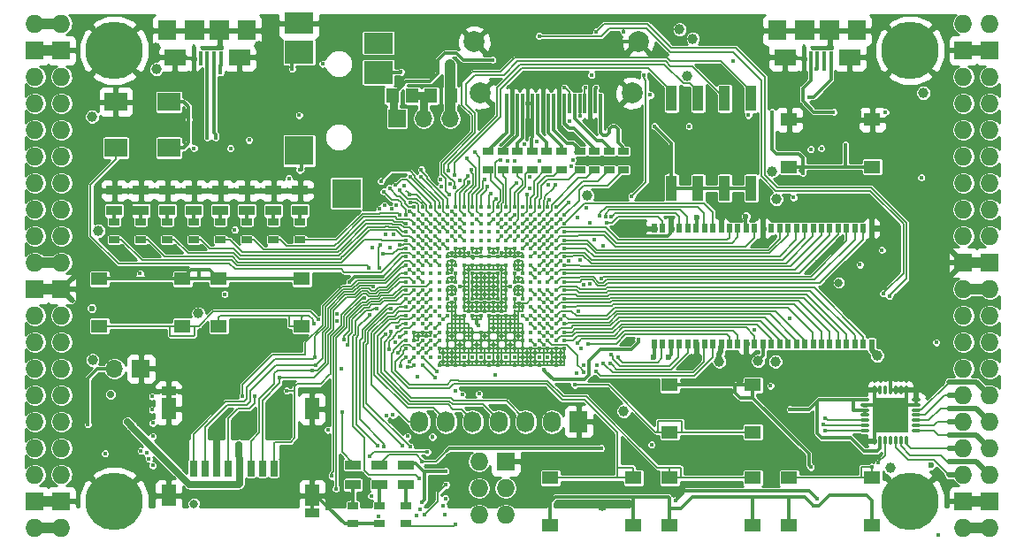
<source format=gtl>
G04 #@! TF.GenerationSoftware,KiCad,Pcbnew,5.0.0+dfsg1-1*
G04 #@! TF.CreationDate,2018-08-19T11:20:58+02:00*
G04 #@! TF.ProjectId,ulx3s,756C7833732E6B696361645F70636200,rev?*
G04 #@! TF.SameCoordinates,Original*
G04 #@! TF.FileFunction,Copper,L1,Top,Signal*
G04 #@! TF.FilePolarity,Positive*
%FSLAX46Y46*%
G04 Gerber Fmt 4.6, Leading zero omitted, Abs format (unit mm)*
G04 Created by KiCad (PCBNEW 5.0.0+dfsg1-1) date Sun Aug 19 11:20:58 2018*
%MOMM*%
%LPD*%
G01*
G04 APERTURE LIST*
G04 #@! TA.AperFunction,BGAPad,CuDef*
%ADD10C,0.400000*%
G04 #@! TD*
G04 #@! TA.AperFunction,SMDPad,CuDef*
%ADD11R,0.300000X1.900000*%
G04 #@! TD*
G04 #@! TA.AperFunction,ComponentPad*
%ADD12C,2.000000*%
G04 #@! TD*
G04 #@! TA.AperFunction,SMDPad,CuDef*
%ADD13R,1.120000X2.440000*%
G04 #@! TD*
G04 #@! TA.AperFunction,SMDPad,CuDef*
%ADD14R,0.560000X0.900000*%
G04 #@! TD*
G04 #@! TA.AperFunction,ComponentPad*
%ADD15O,1.727200X1.727200*%
G04 #@! TD*
G04 #@! TA.AperFunction,ComponentPad*
%ADD16R,1.727200X1.727200*%
G04 #@! TD*
G04 #@! TA.AperFunction,ComponentPad*
%ADD17C,5.500000*%
G04 #@! TD*
G04 #@! TA.AperFunction,SMDPad,CuDef*
%ADD18O,0.850000X0.300000*%
G04 #@! TD*
G04 #@! TA.AperFunction,SMDPad,CuDef*
%ADD19O,0.300000X0.850000*%
G04 #@! TD*
G04 #@! TA.AperFunction,SMDPad,CuDef*
%ADD20R,1.675000X1.675000*%
G04 #@! TD*
G04 #@! TA.AperFunction,ComponentPad*
%ADD21R,1.727200X2.032000*%
G04 #@! TD*
G04 #@! TA.AperFunction,ComponentPad*
%ADD22O,1.727200X2.032000*%
G04 #@! TD*
G04 #@! TA.AperFunction,SMDPad,CuDef*
%ADD23R,2.800000X2.000000*%
G04 #@! TD*
G04 #@! TA.AperFunction,SMDPad,CuDef*
%ADD24R,2.800000X2.200000*%
G04 #@! TD*
G04 #@! TA.AperFunction,SMDPad,CuDef*
%ADD25R,2.800000X2.800000*%
G04 #@! TD*
G04 #@! TA.AperFunction,SMDPad,CuDef*
%ADD26R,0.700000X1.500000*%
G04 #@! TD*
G04 #@! TA.AperFunction,SMDPad,CuDef*
%ADD27R,1.450000X0.900000*%
G04 #@! TD*
G04 #@! TA.AperFunction,SMDPad,CuDef*
%ADD28R,1.450000X2.000000*%
G04 #@! TD*
G04 #@! TA.AperFunction,SMDPad,CuDef*
%ADD29R,2.200000X1.800000*%
G04 #@! TD*
G04 #@! TA.AperFunction,SMDPad,CuDef*
%ADD30R,1.000000X0.670000*%
G04 #@! TD*
G04 #@! TA.AperFunction,SMDPad,CuDef*
%ADD31R,1.500000X0.970000*%
G04 #@! TD*
G04 #@! TA.AperFunction,ComponentPad*
%ADD32R,1.700000X1.700000*%
G04 #@! TD*
G04 #@! TA.AperFunction,ComponentPad*
%ADD33O,1.700000X1.700000*%
G04 #@! TD*
G04 #@! TA.AperFunction,SMDPad,CuDef*
%ADD34R,1.295000X1.400000*%
G04 #@! TD*
G04 #@! TA.AperFunction,SMDPad,CuDef*
%ADD35R,1.800000X1.900000*%
G04 #@! TD*
G04 #@! TA.AperFunction,SMDPad,CuDef*
%ADD36R,0.400000X1.350000*%
G04 #@! TD*
G04 #@! TA.AperFunction,SMDPad,CuDef*
%ADD37R,1.900000X1.900000*%
G04 #@! TD*
G04 #@! TA.AperFunction,SMDPad,CuDef*
%ADD38R,2.100000X1.600000*%
G04 #@! TD*
G04 #@! TA.AperFunction,SMDPad,CuDef*
%ADD39R,1.550000X1.300000*%
G04 #@! TD*
G04 #@! TA.AperFunction,ViaPad*
%ADD40C,2.000000*%
G04 #@! TD*
G04 #@! TA.AperFunction,ViaPad*
%ADD41C,0.419000*%
G04 #@! TD*
G04 #@! TA.AperFunction,ViaPad*
%ADD42C,0.600000*%
G04 #@! TD*
G04 #@! TA.AperFunction,ViaPad*
%ADD43C,1.000000*%
G04 #@! TD*
G04 #@! TA.AperFunction,ViaPad*
%ADD44C,0.800000*%
G04 #@! TD*
G04 #@! TA.AperFunction,ViaPad*
%ADD45C,0.700000*%
G04 #@! TD*
G04 #@! TA.AperFunction,ViaPad*
%ADD46C,0.454000*%
G04 #@! TD*
G04 #@! TA.AperFunction,Conductor*
%ADD47C,0.300000*%
G04 #@! TD*
G04 #@! TA.AperFunction,Conductor*
%ADD48C,0.127000*%
G04 #@! TD*
G04 #@! TA.AperFunction,Conductor*
%ADD49C,0.190000*%
G04 #@! TD*
G04 #@! TA.AperFunction,Conductor*
%ADD50C,0.500000*%
G04 #@! TD*
G04 #@! TA.AperFunction,Conductor*
%ADD51C,1.000000*%
G04 #@! TD*
G04 #@! TA.AperFunction,Conductor*
%ADD52C,0.700000*%
G04 #@! TD*
G04 #@! TA.AperFunction,Conductor*
%ADD53C,0.800000*%
G04 #@! TD*
G04 #@! TA.AperFunction,Conductor*
%ADD54C,0.140000*%
G04 #@! TD*
G04 #@! TA.AperFunction,Conductor*
%ADD55C,0.254000*%
G04 #@! TD*
G04 APERTURE END LIST*
D10*
G04 #@! TO.P,U1,Y19*
G04 #@! TO.N,GND*
X145280000Y-95400000D03*
G04 #@! TO.P,U1,Y17*
X143680000Y-95400000D03*
G04 #@! TO.P,U1,Y16*
X142880000Y-95400000D03*
G04 #@! TO.P,U1,Y15*
X142080000Y-95400000D03*
G04 #@! TO.P,U1,Y14*
X141280000Y-95400000D03*
G04 #@! TO.P,U1,Y12*
X139680000Y-95400000D03*
G04 #@! TO.P,U1,Y11*
X138880000Y-95400000D03*
G04 #@! TO.P,U1,Y8*
X136480000Y-95400000D03*
G04 #@! TO.P,U1,Y7*
X135680000Y-95400000D03*
G04 #@! TO.P,U1,Y6*
X134880000Y-95400000D03*
G04 #@! TO.P,U1,Y5*
X134080000Y-95400000D03*
G04 #@! TO.P,U1,Y3*
G04 #@! TO.N,/flash/FPGA_DONE*
X132480000Y-95400000D03*
G04 #@! TO.P,U1,Y2*
G04 #@! TO.N,/flash/FLASH_nWP*
X131680000Y-95400000D03*
G04 #@! TO.P,U1,W20*
G04 #@! TO.N,GND*
X146080000Y-94600000D03*
G04 #@! TO.P,U1,W19*
X145280000Y-94600000D03*
G04 #@! TO.P,U1,W18*
G04 #@! TO.N,N/C*
X144480000Y-94600000D03*
G04 #@! TO.P,U1,W17*
X143680000Y-94600000D03*
G04 #@! TO.P,U1,W16*
G04 #@! TO.N,GND*
X142880000Y-94600000D03*
G04 #@! TO.P,U1,W15*
X142080000Y-94600000D03*
G04 #@! TO.P,U1,W14*
G04 #@! TO.N,N/C*
X141280000Y-94600000D03*
G04 #@! TO.P,U1,W13*
X140480000Y-94600000D03*
G04 #@! TO.P,U1,W12*
G04 #@! TO.N,GND*
X139680000Y-94600000D03*
G04 #@! TO.P,U1,W11*
G04 #@! TO.N,N/C*
X138880000Y-94600000D03*
G04 #@! TO.P,U1,W10*
X138080000Y-94600000D03*
G04 #@! TO.P,U1,W9*
X137280000Y-94600000D03*
G04 #@! TO.P,U1,W8*
X136480000Y-94600000D03*
G04 #@! TO.P,U1,W7*
G04 #@! TO.N,GND*
X135680000Y-94600000D03*
G04 #@! TO.P,U1,W6*
X134880000Y-94600000D03*
G04 #@! TO.P,U1,W5*
G04 #@! TO.N,N/C*
X134080000Y-94600000D03*
G04 #@! TO.P,U1,W4*
X133280000Y-94600000D03*
G04 #@! TO.P,U1,W3*
G04 #@! TO.N,/flash/FPGA_PROGRAMN*
X132480000Y-94600000D03*
G04 #@! TO.P,U1,W2*
G04 #@! TO.N,/flash/FLASH_MOSI*
X131680000Y-94600000D03*
G04 #@! TO.P,U1,W1*
G04 #@! TO.N,/flash/FLASH_nHOLD*
X130880000Y-94600000D03*
G04 #@! TO.P,U1,V20*
G04 #@! TO.N,GND*
X146080000Y-93800000D03*
G04 #@! TO.P,U1,V19*
X145280000Y-93800000D03*
G04 #@! TO.P,U1,V18*
X144480000Y-93800000D03*
G04 #@! TO.P,U1,V17*
X143680000Y-93800000D03*
G04 #@! TO.P,U1,V16*
X142880000Y-93800000D03*
G04 #@! TO.P,U1,V15*
X142080000Y-93800000D03*
G04 #@! TO.P,U1,V14*
X141280000Y-93800000D03*
G04 #@! TO.P,U1,V13*
X140480000Y-93800000D03*
G04 #@! TO.P,U1,V12*
X139680000Y-93800000D03*
G04 #@! TO.P,U1,V11*
X138880000Y-93800000D03*
G04 #@! TO.P,U1,V10*
X138080000Y-93800000D03*
G04 #@! TO.P,U1,V9*
X137280000Y-93800000D03*
G04 #@! TO.P,U1,V8*
X136480000Y-93800000D03*
G04 #@! TO.P,U1,V7*
X135680000Y-93800000D03*
G04 #@! TO.P,U1,V6*
X134880000Y-93800000D03*
G04 #@! TO.P,U1,V5*
X134080000Y-93800000D03*
G04 #@! TO.P,U1,V4*
G04 #@! TO.N,JTAG_TDO*
X133280000Y-93800000D03*
G04 #@! TO.P,U1,V3*
G04 #@! TO.N,/flash/FPGA_INITN*
X132480000Y-93800000D03*
G04 #@! TO.P,U1,V2*
G04 #@! TO.N,/flash/FLASH_MISO*
X131680000Y-93800000D03*
G04 #@! TO.P,U1,V1*
G04 #@! TO.N,BTN_D*
X130880000Y-93800000D03*
G04 #@! TO.P,U1,U20*
G04 #@! TO.N,SDRAM_D7*
X146080000Y-93000000D03*
G04 #@! TO.P,U1,U19*
G04 #@! TO.N,SDRAM_DQM0*
X145280000Y-93000000D03*
G04 #@! TO.P,U1,U18*
G04 #@! TO.N,GP14*
X144480000Y-93000000D03*
G04 #@! TO.P,U1,U17*
G04 #@! TO.N,GN14*
X143680000Y-93000000D03*
G04 #@! TO.P,U1,U16*
G04 #@! TO.N,ADC_MISO*
X142880000Y-93000000D03*
G04 #@! TO.P,U1,U15*
G04 #@! TO.N,GND*
X142080000Y-93000000D03*
G04 #@! TO.P,U1,U14*
X141280000Y-93000000D03*
G04 #@! TO.P,U1,U13*
X140480000Y-93000000D03*
G04 #@! TO.P,U1,U12*
X139680000Y-93000000D03*
G04 #@! TO.P,U1,U11*
X138880000Y-93000000D03*
G04 #@! TO.P,U1,U10*
X138080000Y-93000000D03*
G04 #@! TO.P,U1,U9*
X137280000Y-93000000D03*
G04 #@! TO.P,U1,U8*
X136480000Y-93000000D03*
G04 #@! TO.P,U1,U7*
X135680000Y-93000000D03*
G04 #@! TO.P,U1,U6*
X134880000Y-93000000D03*
G04 #@! TO.P,U1,U5*
G04 #@! TO.N,JTAG_TMS*
X134080000Y-93000000D03*
G04 #@! TO.P,U1,U4*
G04 #@! TO.N,GND*
X133280000Y-93000000D03*
G04 #@! TO.P,U1,U3*
G04 #@! TO.N,/flash/FLASH_SCK*
X132480000Y-93000000D03*
G04 #@! TO.P,U1,U2*
G04 #@! TO.N,+3V3*
X131680000Y-93000000D03*
G04 #@! TO.P,U1,U1*
G04 #@! TO.N,BTN_L*
X130880000Y-93000000D03*
G04 #@! TO.P,U1,T20*
G04 #@! TO.N,SDRAM_nWE*
X146080000Y-92200000D03*
G04 #@! TO.P,U1,T19*
G04 #@! TO.N,SDRAM_nCAS*
X145280000Y-92200000D03*
G04 #@! TO.P,U1,T18*
G04 #@! TO.N,SDRAM_D5*
X144480000Y-92200000D03*
G04 #@! TO.P,U1,T17*
G04 #@! TO.N,SDRAM_D6*
X143680000Y-92200000D03*
G04 #@! TO.P,U1,T16*
G04 #@! TO.N,N/C*
X142880000Y-92200000D03*
G04 #@! TO.P,U1,T15*
G04 #@! TO.N,GND*
X142080000Y-92200000D03*
G04 #@! TO.P,U1,T14*
X141280000Y-92200000D03*
G04 #@! TO.P,U1,T13*
X140480000Y-92200000D03*
G04 #@! TO.P,U1,T12*
X139680000Y-92200000D03*
G04 #@! TO.P,U1,T11*
X138880000Y-92200000D03*
G04 #@! TO.P,U1,T10*
X138080000Y-92200000D03*
G04 #@! TO.P,U1,T9*
X137280000Y-92200000D03*
G04 #@! TO.P,U1,T8*
X136480000Y-92200000D03*
G04 #@! TO.P,U1,T7*
X135680000Y-92200000D03*
G04 #@! TO.P,U1,T6*
X134880000Y-92200000D03*
G04 #@! TO.P,U1,T5*
G04 #@! TO.N,JTAG_TCK*
X134080000Y-92200000D03*
G04 #@! TO.P,U1,T4*
G04 #@! TO.N,+3V3*
X133280000Y-92200000D03*
G04 #@! TO.P,U1,T3*
X132480000Y-92200000D03*
G04 #@! TO.P,U1,T2*
X131680000Y-92200000D03*
G04 #@! TO.P,U1,T1*
G04 #@! TO.N,BTN_F2*
X130880000Y-92200000D03*
G04 #@! TO.P,U1,R20*
G04 #@! TO.N,SDRAM_nRAS*
X146080000Y-91400000D03*
G04 #@! TO.P,U1,R19*
G04 #@! TO.N,GND*
X145280000Y-91400000D03*
G04 #@! TO.P,U1,R18*
G04 #@! TO.N,BTN_U*
X144480000Y-91400000D03*
G04 #@! TO.P,U1,R17*
G04 #@! TO.N,ADC_CSn*
X143680000Y-91400000D03*
G04 #@! TO.P,U1,R16*
G04 #@! TO.N,ADC_MOSI*
X142880000Y-91400000D03*
G04 #@! TO.P,U1,R5*
G04 #@! TO.N,JTAG_TDI*
X134080000Y-91400000D03*
G04 #@! TO.P,U1,R4*
G04 #@! TO.N,GND*
X133280000Y-91400000D03*
G04 #@! TO.P,U1,R3*
G04 #@! TO.N,N/C*
X132480000Y-91400000D03*
G04 #@! TO.P,U1,R2*
G04 #@! TO.N,/flash/FLASH_nCS*
X131680000Y-91400000D03*
G04 #@! TO.P,U1,R1*
G04 #@! TO.N,BTN_F1*
X130880000Y-91400000D03*
G04 #@! TO.P,U1,P20*
G04 #@! TO.N,SDRAM_nCS*
X146080000Y-90600000D03*
G04 #@! TO.P,U1,P19*
G04 #@! TO.N,SDRAM_BA0*
X145280000Y-90600000D03*
G04 #@! TO.P,U1,P18*
G04 #@! TO.N,SDRAM_D4*
X144480000Y-90600000D03*
G04 #@! TO.P,U1,P17*
G04 #@! TO.N,ADC_SCLK*
X143680000Y-90600000D03*
G04 #@! TO.P,U1,P16*
G04 #@! TO.N,GN15*
X142880000Y-90600000D03*
G04 #@! TO.P,U1,P15*
G04 #@! TO.N,+2V5*
X142080000Y-90600000D03*
G04 #@! TO.P,U1,P14*
G04 #@! TO.N,GND*
X141280000Y-90600000D03*
G04 #@! TO.P,U1,P13*
X140480000Y-90600000D03*
G04 #@! TO.P,U1,P12*
X139680000Y-90600000D03*
G04 #@! TO.P,U1,P11*
X138880000Y-90600000D03*
G04 #@! TO.P,U1,P10*
G04 #@! TO.N,+3V3*
X138080000Y-90600000D03*
G04 #@! TO.P,U1,P9*
X137280000Y-90600000D03*
G04 #@! TO.P,U1,P8*
G04 #@! TO.N,GND*
X136480000Y-90600000D03*
G04 #@! TO.P,U1,P7*
X135680000Y-90600000D03*
G04 #@! TO.P,U1,P6*
G04 #@! TO.N,+2V5*
X134880000Y-90600000D03*
G04 #@! TO.P,U1,P5*
G04 #@! TO.N,N/C*
X134080000Y-90600000D03*
G04 #@! TO.P,U1,P4*
G04 #@! TO.N,OLED_CLK*
X133280000Y-90600000D03*
G04 #@! TO.P,U1,P3*
G04 #@! TO.N,OLED_MOSI*
X132480000Y-90600000D03*
G04 #@! TO.P,U1,P2*
G04 #@! TO.N,OLED_RES*
X131680000Y-90600000D03*
G04 #@! TO.P,U1,P1*
G04 #@! TO.N,OLED_DC*
X130880000Y-90600000D03*
G04 #@! TO.P,U1,N20*
G04 #@! TO.N,SDRAM_BA1*
X146080000Y-89800000D03*
G04 #@! TO.P,U1,N19*
G04 #@! TO.N,SDRAM_A10*
X145280000Y-89800000D03*
G04 #@! TO.P,U1,N18*
G04 #@! TO.N,SDRAM_D3*
X144480000Y-89800000D03*
G04 #@! TO.P,U1,N17*
G04 #@! TO.N,GP15*
X143680000Y-89800000D03*
G04 #@! TO.P,U1,N16*
G04 #@! TO.N,GP16*
X142880000Y-89800000D03*
G04 #@! TO.P,U1,N15*
G04 #@! TO.N,GND*
X142080000Y-89800000D03*
G04 #@! TO.P,U1,N14*
X141280000Y-89800000D03*
G04 #@! TO.P,U1,N13*
G04 #@! TO.N,+1V1*
X140480000Y-89800000D03*
G04 #@! TO.P,U1,N12*
X139680000Y-89800000D03*
G04 #@! TO.P,U1,N11*
X138880000Y-89800000D03*
G04 #@! TO.P,U1,N10*
X138080000Y-89800000D03*
G04 #@! TO.P,U1,N9*
X137280000Y-89800000D03*
G04 #@! TO.P,U1,N8*
X136480000Y-89800000D03*
G04 #@! TO.P,U1,N7*
G04 #@! TO.N,GND*
X135680000Y-89800000D03*
G04 #@! TO.P,U1,N6*
X134880000Y-89800000D03*
G04 #@! TO.P,U1,N5*
G04 #@! TO.N,N/C*
X134080000Y-89800000D03*
G04 #@! TO.P,U1,N4*
G04 #@! TO.N,WIFI_GPIO5*
X133280000Y-89800000D03*
G04 #@! TO.P,U1,N3*
G04 #@! TO.N,WIFI_GPIO17*
X132480000Y-89800000D03*
G04 #@! TO.P,U1,N2*
G04 #@! TO.N,OLED_CS*
X131680000Y-89800000D03*
G04 #@! TO.P,U1,N1*
G04 #@! TO.N,FTDI_nDTR*
X130880000Y-89800000D03*
G04 #@! TO.P,U1,M20*
G04 #@! TO.N,SDRAM_A0*
X146080000Y-89000000D03*
G04 #@! TO.P,U1,M19*
G04 #@! TO.N,SDRAM_A1*
X145280000Y-89000000D03*
G04 #@! TO.P,U1,M18*
G04 #@! TO.N,SDRAM_D2*
X144480000Y-89000000D03*
G04 #@! TO.P,U1,M17*
G04 #@! TO.N,GN16*
X143680000Y-89000000D03*
G04 #@! TO.P,U1,M16*
G04 #@! TO.N,GND*
X142880000Y-89000000D03*
G04 #@! TO.P,U1,M15*
G04 #@! TO.N,+3V3*
X142080000Y-89000000D03*
G04 #@! TO.P,U1,M14*
G04 #@! TO.N,GND*
X141280000Y-89000000D03*
G04 #@! TO.P,U1,M13*
G04 #@! TO.N,+1V1*
X140480000Y-89000000D03*
G04 #@! TO.P,U1,M12*
G04 #@! TO.N,GND*
X139680000Y-89000000D03*
G04 #@! TO.P,U1,M11*
X138880000Y-89000000D03*
G04 #@! TO.P,U1,M10*
X138080000Y-89000000D03*
G04 #@! TO.P,U1,M9*
X137280000Y-89000000D03*
G04 #@! TO.P,U1,M8*
G04 #@! TO.N,+1V1*
X136480000Y-89000000D03*
G04 #@! TO.P,U1,M7*
G04 #@! TO.N,GND*
X135680000Y-89000000D03*
G04 #@! TO.P,U1,M6*
G04 #@! TO.N,+3V3*
X134880000Y-89000000D03*
G04 #@! TO.P,U1,M5*
G04 #@! TO.N,N/C*
X134080000Y-89000000D03*
G04 #@! TO.P,U1,M4*
G04 #@! TO.N,USER_PROGRAMN*
X133280000Y-89000000D03*
G04 #@! TO.P,U1,M3*
G04 #@! TO.N,FTDI_nRTS*
X132480000Y-89000000D03*
G04 #@! TO.P,U1,M2*
G04 #@! TO.N,GND*
X131680000Y-89000000D03*
G04 #@! TO.P,U1,M1*
G04 #@! TO.N,FTDI_TXD*
X130880000Y-89000000D03*
G04 #@! TO.P,U1,L20*
G04 #@! TO.N,SDRAM_A2*
X146080000Y-88200000D03*
G04 #@! TO.P,U1,L19*
G04 #@! TO.N,SDRAM_A3*
X145280000Y-88200000D03*
G04 #@! TO.P,U1,L18*
G04 #@! TO.N,SDRAM_D1*
X144480000Y-88200000D03*
G04 #@! TO.P,U1,L17*
G04 #@! TO.N,GN17*
X143680000Y-88200000D03*
G04 #@! TO.P,U1,L16*
G04 #@! TO.N,GP17*
X142880000Y-88200000D03*
G04 #@! TO.P,U1,L15*
G04 #@! TO.N,+3V3*
X142080000Y-88200000D03*
G04 #@! TO.P,U1,L14*
X141280000Y-88200000D03*
G04 #@! TO.P,U1,L13*
G04 #@! TO.N,+1V1*
X140480000Y-88200000D03*
G04 #@! TO.P,U1,L12*
G04 #@! TO.N,GND*
X139680000Y-88200000D03*
G04 #@! TO.P,U1,L11*
X138880000Y-88200000D03*
G04 #@! TO.P,U1,L10*
X138080000Y-88200000D03*
G04 #@! TO.P,U1,L9*
X137280000Y-88200000D03*
G04 #@! TO.P,U1,L8*
G04 #@! TO.N,+1V1*
X136480000Y-88200000D03*
G04 #@! TO.P,U1,L7*
G04 #@! TO.N,+3V3*
X135680000Y-88200000D03*
G04 #@! TO.P,U1,L6*
X134880000Y-88200000D03*
G04 #@! TO.P,U1,L5*
G04 #@! TO.N,N/C*
X134080000Y-88200000D03*
G04 #@! TO.P,U1,L4*
G04 #@! TO.N,FTDI_RXD*
X133280000Y-88200000D03*
G04 #@! TO.P,U1,L3*
G04 #@! TO.N,FTDI_TXDEN*
X132480000Y-88200000D03*
G04 #@! TO.P,U1,L2*
G04 #@! TO.N,WIFI_GPIO0*
X131680000Y-88200000D03*
G04 #@! TO.P,U1,L1*
G04 #@! TO.N,WIFI_GPIO16*
X130880000Y-88200000D03*
G04 #@! TO.P,U1,K20*
G04 #@! TO.N,SDRAM_A4*
X146080000Y-87400000D03*
G04 #@! TO.P,U1,K19*
G04 #@! TO.N,SDRAM_A5*
X145280000Y-87400000D03*
G04 #@! TO.P,U1,K18*
G04 #@! TO.N,SDRAM_A6*
X144480000Y-87400000D03*
G04 #@! TO.P,U1,K17*
G04 #@! TO.N,N/C*
X143680000Y-87400000D03*
G04 #@! TO.P,U1,K16*
X142880000Y-87400000D03*
G04 #@! TO.P,U1,K15*
G04 #@! TO.N,GND*
X142080000Y-87400000D03*
G04 #@! TO.P,U1,K14*
X141280000Y-87400000D03*
G04 #@! TO.P,U1,K13*
G04 #@! TO.N,+1V1*
X140480000Y-87400000D03*
G04 #@! TO.P,U1,K12*
G04 #@! TO.N,GND*
X139680000Y-87400000D03*
G04 #@! TO.P,U1,K11*
X138880000Y-87400000D03*
G04 #@! TO.P,U1,K10*
X138080000Y-87400000D03*
G04 #@! TO.P,U1,K9*
X137280000Y-87400000D03*
G04 #@! TO.P,U1,K8*
G04 #@! TO.N,+1V1*
X136480000Y-87400000D03*
G04 #@! TO.P,U1,K7*
G04 #@! TO.N,GND*
X135680000Y-87400000D03*
G04 #@! TO.P,U1,K6*
X134880000Y-87400000D03*
G04 #@! TO.P,U1,K5*
G04 #@! TO.N,N/C*
X134080000Y-87400000D03*
G04 #@! TO.P,U1,K4*
G04 #@! TO.N,WIFI_TXD*
X133280000Y-87400000D03*
G04 #@! TO.P,U1,K3*
G04 #@! TO.N,WIFI_RXD*
X132480000Y-87400000D03*
G04 #@! TO.P,U1,K2*
G04 #@! TO.N,SD_D3*
X131680000Y-87400000D03*
G04 #@! TO.P,U1,K1*
G04 #@! TO.N,SD_D2*
X130880000Y-87400000D03*
G04 #@! TO.P,U1,J20*
G04 #@! TO.N,SDRAM_A7*
X146080000Y-86600000D03*
G04 #@! TO.P,U1,J19*
G04 #@! TO.N,SDRAM_A8*
X145280000Y-86600000D03*
G04 #@! TO.P,U1,J18*
G04 #@! TO.N,SDRAM_D14*
X144480000Y-86600000D03*
G04 #@! TO.P,U1,J17*
G04 #@! TO.N,SDRAM_D15*
X143680000Y-86600000D03*
G04 #@! TO.P,U1,J16*
G04 #@! TO.N,SDRAM_D0*
X142880000Y-86600000D03*
G04 #@! TO.P,U1,J15*
G04 #@! TO.N,+3V3*
X142080000Y-86600000D03*
G04 #@! TO.P,U1,J14*
G04 #@! TO.N,GND*
X141280000Y-86600000D03*
G04 #@! TO.P,U1,J13*
G04 #@! TO.N,+1V1*
X140480000Y-86600000D03*
G04 #@! TO.P,U1,J12*
G04 #@! TO.N,GND*
X139680000Y-86600000D03*
G04 #@! TO.P,U1,J11*
X138880000Y-86600000D03*
G04 #@! TO.P,U1,J10*
X138080000Y-86600000D03*
G04 #@! TO.P,U1,J9*
X137280000Y-86600000D03*
G04 #@! TO.P,U1,J8*
G04 #@! TO.N,+1V1*
X136480000Y-86600000D03*
G04 #@! TO.P,U1,J7*
G04 #@! TO.N,GND*
X135680000Y-86600000D03*
G04 #@! TO.P,U1,J6*
G04 #@! TO.N,2V5_3V3*
X134880000Y-86600000D03*
G04 #@! TO.P,U1,J5*
G04 #@! TO.N,N/C*
X134080000Y-86600000D03*
G04 #@! TO.P,U1,J4*
X133280000Y-86600000D03*
G04 #@! TO.P,U1,J3*
G04 #@! TO.N,SD_D0*
X132480000Y-86600000D03*
G04 #@! TO.P,U1,J2*
G04 #@! TO.N,GND*
X131680000Y-86600000D03*
G04 #@! TO.P,U1,J1*
G04 #@! TO.N,SD_CMD*
X130880000Y-86600000D03*
G04 #@! TO.P,U1,H20*
G04 #@! TO.N,SDRAM_A9*
X146080000Y-85800000D03*
G04 #@! TO.P,U1,H19*
G04 #@! TO.N,GND*
X145280000Y-85800000D03*
G04 #@! TO.P,U1,H18*
G04 #@! TO.N,GP18*
X144480000Y-85800000D03*
G04 #@! TO.P,U1,H17*
G04 #@! TO.N,GN18*
X143680000Y-85800000D03*
G04 #@! TO.P,U1,H16*
G04 #@! TO.N,BTN_R*
X142880000Y-85800000D03*
G04 #@! TO.P,U1,H15*
G04 #@! TO.N,+3V3*
X142080000Y-85800000D03*
G04 #@! TO.P,U1,H14*
X141280000Y-85800000D03*
G04 #@! TO.P,U1,H13*
G04 #@! TO.N,+1V1*
X140480000Y-85800000D03*
G04 #@! TO.P,U1,H12*
X139680000Y-85800000D03*
G04 #@! TO.P,U1,H11*
X138880000Y-85800000D03*
G04 #@! TO.P,U1,H10*
X138080000Y-85800000D03*
G04 #@! TO.P,U1,H9*
X137280000Y-85800000D03*
G04 #@! TO.P,U1,H8*
X136480000Y-85800000D03*
G04 #@! TO.P,U1,H7*
G04 #@! TO.N,2V5_3V3*
X135680000Y-85800000D03*
G04 #@! TO.P,U1,H6*
X134880000Y-85800000D03*
G04 #@! TO.P,U1,H5*
G04 #@! TO.N,AUDIO_V0*
X134080000Y-85800000D03*
G04 #@! TO.P,U1,H4*
G04 #@! TO.N,GP13*
X133280000Y-85800000D03*
G04 #@! TO.P,U1,H3*
G04 #@! TO.N,LED7*
X132480000Y-85800000D03*
G04 #@! TO.P,U1,H2*
G04 #@! TO.N,SD_CLK*
X131680000Y-85800000D03*
G04 #@! TO.P,U1,H1*
G04 #@! TO.N,SD_D1*
X130880000Y-85800000D03*
G04 #@! TO.P,U1,G20*
G04 #@! TO.N,SDRAM_A11*
X146080000Y-85000000D03*
G04 #@! TO.P,U1,G19*
G04 #@! TO.N,SDRAM_A12*
X145280000Y-85000000D03*
G04 #@! TO.P,U1,G18*
G04 #@! TO.N,GN19*
X144480000Y-85000000D03*
G04 #@! TO.P,U1,G17*
G04 #@! TO.N,GND*
X143680000Y-85000000D03*
G04 #@! TO.P,U1,G16*
G04 #@! TO.N,SHUTDOWN*
X142880000Y-85000000D03*
G04 #@! TO.P,U1,G15*
G04 #@! TO.N,GND*
X142080000Y-85000000D03*
G04 #@! TO.P,U1,G14*
X141280000Y-85000000D03*
G04 #@! TO.P,U1,G13*
X140480000Y-85000000D03*
G04 #@! TO.P,U1,G12*
X139680000Y-85000000D03*
G04 #@! TO.P,U1,G11*
X138880000Y-85000000D03*
G04 #@! TO.P,U1,G10*
X138080000Y-85000000D03*
G04 #@! TO.P,U1,G9*
X137280000Y-85000000D03*
G04 #@! TO.P,U1,G8*
X136480000Y-85000000D03*
G04 #@! TO.P,U1,G7*
X135680000Y-85000000D03*
G04 #@! TO.P,U1,G6*
X134880000Y-85000000D03*
G04 #@! TO.P,U1,G5*
G04 #@! TO.N,GN13*
X134080000Y-85000000D03*
G04 #@! TO.P,U1,G4*
G04 #@! TO.N,GND*
X133280000Y-85000000D03*
G04 #@! TO.P,U1,G3*
G04 #@! TO.N,GP12*
X132480000Y-85000000D03*
G04 #@! TO.P,U1,G2*
G04 #@! TO.N,CLK_25MHz*
X131680000Y-85000000D03*
G04 #@! TO.P,U1,G1*
G04 #@! TO.N,/usb/ANT_433MHz*
X130880000Y-85000000D03*
G04 #@! TO.P,U1,F20*
G04 #@! TO.N,SDRAM_CKE*
X146080000Y-84200000D03*
G04 #@! TO.P,U1,F19*
G04 #@! TO.N,SDRAM_CLK*
X145280000Y-84200000D03*
G04 #@! TO.P,U1,F18*
G04 #@! TO.N,SDRAM_D13*
X144480000Y-84200000D03*
G04 #@! TO.P,U1,F17*
G04 #@! TO.N,GP19*
X143680000Y-84200000D03*
G04 #@! TO.P,U1,F16*
G04 #@! TO.N,USB_FPGA_D-*
X142880000Y-84200000D03*
G04 #@! TO.P,U1,F15*
G04 #@! TO.N,+2V5*
X142080000Y-84200000D03*
G04 #@! TO.P,U1,F14*
G04 #@! TO.N,GND*
X141280000Y-84200000D03*
G04 #@! TO.P,U1,F13*
X140480000Y-84200000D03*
G04 #@! TO.P,U1,F12*
G04 #@! TO.N,+3V3*
X139680000Y-84200000D03*
G04 #@! TO.P,U1,F11*
X138880000Y-84200000D03*
G04 #@! TO.P,U1,F10*
G04 #@! TO.N,2V5_3V3*
X138080000Y-84200000D03*
G04 #@! TO.P,U1,F9*
X137280000Y-84200000D03*
G04 #@! TO.P,U1,F8*
G04 #@! TO.N,GND*
X136480000Y-84200000D03*
G04 #@! TO.P,U1,F7*
X135680000Y-84200000D03*
G04 #@! TO.P,U1,F6*
G04 #@! TO.N,+2V5*
X134880000Y-84200000D03*
G04 #@! TO.P,U1,F5*
G04 #@! TO.N,AUDIO_V2*
X134080000Y-84200000D03*
G04 #@! TO.P,U1,F4*
G04 #@! TO.N,GP11*
X133280000Y-84200000D03*
G04 #@! TO.P,U1,F3*
G04 #@! TO.N,GN12*
X132480000Y-84200000D03*
G04 #@! TO.P,U1,F2*
G04 #@! TO.N,AUDIO_V1*
X131680000Y-84200000D03*
G04 #@! TO.P,U1,F1*
G04 #@! TO.N,WIFI_EN*
X130880000Y-84200000D03*
G04 #@! TO.P,U1,E20*
G04 #@! TO.N,SDRAM_DQM1*
X146080000Y-83400000D03*
G04 #@! TO.P,U1,E19*
G04 #@! TO.N,SDRAM_D8*
X145280000Y-83400000D03*
G04 #@! TO.P,U1,E18*
G04 #@! TO.N,SDRAM_D12*
X144480000Y-83400000D03*
G04 #@! TO.P,U1,E17*
G04 #@! TO.N,GN20*
X143680000Y-83400000D03*
G04 #@! TO.P,U1,E16*
G04 #@! TO.N,USB_FPGA_D+*
X142880000Y-83400000D03*
G04 #@! TO.P,U1,E15*
G04 #@! TO.N,USB_FPGA_D-*
X142080000Y-83400000D03*
G04 #@! TO.P,U1,E14*
G04 #@! TO.N,GN25*
X141280000Y-83400000D03*
G04 #@! TO.P,U1,E13*
G04 #@! TO.N,GN27*
X140480000Y-83400000D03*
G04 #@! TO.P,U1,E12*
G04 #@! TO.N,FPDI_SCL*
X139680000Y-83400000D03*
G04 #@! TO.P,U1,E11*
G04 #@! TO.N,N/C*
X138880000Y-83400000D03*
G04 #@! TO.P,U1,E10*
X138080000Y-83400000D03*
G04 #@! TO.P,U1,E9*
X137280000Y-83400000D03*
G04 #@! TO.P,U1,E8*
G04 #@! TO.N,SW1*
X136480000Y-83400000D03*
G04 #@! TO.P,U1,E7*
G04 #@! TO.N,SW4*
X135680000Y-83400000D03*
G04 #@! TO.P,U1,E6*
G04 #@! TO.N,N/C*
X134880000Y-83400000D03*
G04 #@! TO.P,U1,E5*
G04 #@! TO.N,AUDIO_V3*
X134080000Y-83400000D03*
G04 #@! TO.P,U1,E4*
G04 #@! TO.N,AUDIO_L0*
X133280000Y-83400000D03*
G04 #@! TO.P,U1,E3*
G04 #@! TO.N,GN11*
X132480000Y-83400000D03*
G04 #@! TO.P,U1,E2*
G04 #@! TO.N,LED5*
X131680000Y-83400000D03*
G04 #@! TO.P,U1,E1*
G04 #@! TO.N,LED6*
X130880000Y-83400000D03*
G04 #@! TO.P,U1,D20*
G04 #@! TO.N,SDRAM_D9*
X146080000Y-82600000D03*
G04 #@! TO.P,U1,D19*
G04 #@! TO.N,SDRAM_D10*
X145280000Y-82600000D03*
G04 #@! TO.P,U1,D18*
G04 #@! TO.N,GP20*
X144480000Y-82600000D03*
G04 #@! TO.P,U1,D17*
G04 #@! TO.N,GN21*
X143680000Y-82600000D03*
G04 #@! TO.P,U1,D16*
G04 #@! TO.N,GN24*
X142880000Y-82600000D03*
G04 #@! TO.P,U1,D15*
G04 #@! TO.N,USB_FPGA_D+*
X142080000Y-82600000D03*
G04 #@! TO.P,U1,D14*
G04 #@! TO.N,GP25*
X141280000Y-82600000D03*
G04 #@! TO.P,U1,D13*
G04 #@! TO.N,GP27*
X140480000Y-82600000D03*
G04 #@! TO.P,U1,D12*
G04 #@! TO.N,N/C*
X139680000Y-82600000D03*
G04 #@! TO.P,U1,D11*
X138880000Y-82600000D03*
G04 #@! TO.P,U1,D10*
X138080000Y-82600000D03*
G04 #@! TO.P,U1,D9*
X137280000Y-82600000D03*
G04 #@! TO.P,U1,D8*
G04 #@! TO.N,SW2*
X136480000Y-82600000D03*
G04 #@! TO.P,U1,D7*
G04 #@! TO.N,SW3*
X135680000Y-82600000D03*
G04 #@! TO.P,U1,D6*
G04 #@! TO.N,BTN_PWRn*
X134880000Y-82600000D03*
G04 #@! TO.P,U1,D5*
G04 #@! TO.N,AUDIO_R2*
X134080000Y-82600000D03*
G04 #@! TO.P,U1,D4*
G04 #@! TO.N,GND*
X133280000Y-82600000D03*
G04 #@! TO.P,U1,D3*
G04 #@! TO.N,AUDIO_L1*
X132480000Y-82600000D03*
G04 #@! TO.P,U1,D2*
G04 #@! TO.N,LED3*
X131680000Y-82600000D03*
G04 #@! TO.P,U1,D1*
G04 #@! TO.N,LED4*
X130880000Y-82600000D03*
G04 #@! TO.P,U1,C20*
G04 #@! TO.N,SDRAM_D11*
X146080000Y-81800000D03*
G04 #@! TO.P,U1,C19*
G04 #@! TO.N,GND*
X145280000Y-81800000D03*
G04 #@! TO.P,U1,C18*
G04 #@! TO.N,GP21*
X144480000Y-81800000D03*
G04 #@! TO.P,U1,C17*
G04 #@! TO.N,GN23*
X143680000Y-81800000D03*
G04 #@! TO.P,U1,C16*
G04 #@! TO.N,GP24*
X142880000Y-81800000D03*
G04 #@! TO.P,U1,C15*
G04 #@! TO.N,GN22*
X142080000Y-81800000D03*
G04 #@! TO.P,U1,C14*
G04 #@! TO.N,FPDI_D1-*
X141280000Y-81800000D03*
G04 #@! TO.P,U1,C13*
G04 #@! TO.N,GN26*
X140480000Y-81800000D03*
G04 #@! TO.P,U1,C12*
G04 #@! TO.N,USB_FPGA_PULL_D-*
X139680000Y-81800000D03*
G04 #@! TO.P,U1,C11*
G04 #@! TO.N,GN0*
X138880000Y-81800000D03*
G04 #@! TO.P,U1,C10*
G04 #@! TO.N,GN3*
X138080000Y-81800000D03*
G04 #@! TO.P,U1,C9*
G04 #@! TO.N,N/C*
X137280000Y-81800000D03*
G04 #@! TO.P,U1,C8*
G04 #@! TO.N,GP5*
X136480000Y-81800000D03*
G04 #@! TO.P,U1,C7*
G04 #@! TO.N,GN6*
X135680000Y-81800000D03*
G04 #@! TO.P,U1,C6*
G04 #@! TO.N,GP6*
X134880000Y-81800000D03*
G04 #@! TO.P,U1,C5*
G04 #@! TO.N,AUDIO_R3*
X134080000Y-81800000D03*
G04 #@! TO.P,U1,C4*
G04 #@! TO.N,GP10*
X133280000Y-81800000D03*
G04 #@! TO.P,U1,C3*
G04 #@! TO.N,AUDIO_L2*
X132480000Y-81800000D03*
G04 #@! TO.P,U1,C2*
G04 #@! TO.N,LED1*
X131680000Y-81800000D03*
G04 #@! TO.P,U1,C1*
G04 #@! TO.N,LED2*
X130880000Y-81800000D03*
G04 #@! TO.P,U1,B20*
G04 #@! TO.N,FPDI_ETH-*
X146080000Y-81000000D03*
G04 #@! TO.P,U1,B19*
G04 #@! TO.N,FPDI_SDA*
X145280000Y-81000000D03*
G04 #@! TO.P,U1,B18*
G04 #@! TO.N,FPDI_CLK-*
X144480000Y-81000000D03*
G04 #@! TO.P,U1,B17*
G04 #@! TO.N,GP23*
X143680000Y-81000000D03*
G04 #@! TO.P,U1,B16*
G04 #@! TO.N,FPDI_D0-*
X142880000Y-81000000D03*
G04 #@! TO.P,U1,B15*
G04 #@! TO.N,GP22*
X142080000Y-81000000D03*
G04 #@! TO.P,U1,B14*
G04 #@! TO.N,GND*
X141280000Y-81000000D03*
G04 #@! TO.P,U1,B13*
G04 #@! TO.N,GP26*
X140480000Y-81000000D03*
G04 #@! TO.P,U1,B12*
G04 #@! TO.N,USB_FPGA_PULL_D+*
X139680000Y-81000000D03*
G04 #@! TO.P,U1,B11*
G04 #@! TO.N,GP0*
X138880000Y-81000000D03*
G04 #@! TO.P,U1,B10*
G04 #@! TO.N,GN2*
X138080000Y-81000000D03*
G04 #@! TO.P,U1,B9*
G04 #@! TO.N,GP3*
X137280000Y-81000000D03*
G04 #@! TO.P,U1,B8*
G04 #@! TO.N,GN5*
X136480000Y-81000000D03*
G04 #@! TO.P,U1,B7*
G04 #@! TO.N,GND*
X135680000Y-81000000D03*
G04 #@! TO.P,U1,B6*
G04 #@! TO.N,GN7*
X134880000Y-81000000D03*
G04 #@! TO.P,U1,B5*
G04 #@! TO.N,AUDIO_R1*
X134080000Y-81000000D03*
G04 #@! TO.P,U1,B4*
G04 #@! TO.N,GN10*
X133280000Y-81000000D03*
G04 #@! TO.P,U1,B3*
G04 #@! TO.N,AUDIO_L3*
X132480000Y-81000000D03*
G04 #@! TO.P,U1,B2*
G04 #@! TO.N,LED0*
X131680000Y-81000000D03*
G04 #@! TO.P,U1,B1*
G04 #@! TO.N,GN9*
X130880000Y-81000000D03*
G04 #@! TO.P,U1,A19*
G04 #@! TO.N,FPDI_ETH+*
X145280000Y-80200000D03*
G04 #@! TO.P,U1,A18*
G04 #@! TO.N,/gpdi/FPDI_CEC*
X144480000Y-80200000D03*
G04 #@! TO.P,U1,A17*
G04 #@! TO.N,FPDI_CLK+*
X143680000Y-80200000D03*
G04 #@! TO.P,U1,A16*
G04 #@! TO.N,FPDI_D0+*
X142880000Y-80200000D03*
G04 #@! TO.P,U1,A15*
G04 #@! TO.N,N/C*
X142080000Y-80200000D03*
G04 #@! TO.P,U1,A14*
G04 #@! TO.N,FPDI_D1+*
X141280000Y-80200000D03*
G04 #@! TO.P,U1,A13*
G04 #@! TO.N,FPDI_D2-*
X140480000Y-80200000D03*
G04 #@! TO.P,U1,A12*
G04 #@! TO.N,FPDI_D2+*
X139680000Y-80200000D03*
G04 #@! TO.P,U1,A11*
G04 #@! TO.N,GN1*
X138880000Y-80200000D03*
G04 #@! TO.P,U1,A10*
G04 #@! TO.N,GP1*
X138080000Y-80200000D03*
G04 #@! TO.P,U1,A9*
G04 #@! TO.N,GP2*
X137280000Y-80200000D03*
G04 #@! TO.P,U1,A8*
G04 #@! TO.N,GN4*
X136480000Y-80200000D03*
G04 #@! TO.P,U1,A7*
G04 #@! TO.N,GP4*
X135680000Y-80200000D03*
G04 #@! TO.P,U1,A6*
G04 #@! TO.N,GP7*
X134880000Y-80200000D03*
G04 #@! TO.P,U1,A5*
G04 #@! TO.N,GN8*
X134080000Y-80200000D03*
G04 #@! TO.P,U1,A4*
G04 #@! TO.N,GP8*
X133280000Y-80200000D03*
G04 #@! TO.P,U1,A3*
G04 #@! TO.N,AUDIO_R0*
X132480000Y-80200000D03*
G04 #@! TO.P,U1,A2*
G04 #@! TO.N,GP9*
X131680000Y-80200000D03*
G04 #@! TD*
D11*
G04 #@! TO.P,GPDI1,19*
G04 #@! TO.N,/gpdi/GPDI_ETH-*
X149546000Y-70312000D03*
G04 #@! TO.P,GPDI1,18*
G04 #@! TO.N,+5V*
X149046000Y-70312000D03*
G04 #@! TO.P,GPDI1,17*
G04 #@! TO.N,GND*
X148546000Y-70312000D03*
G04 #@! TO.P,GPDI1,16*
G04 #@! TO.N,GPDI_SDA*
X148046000Y-70312000D03*
G04 #@! TO.P,GPDI1,15*
G04 #@! TO.N,GPDI_SCL*
X147546000Y-70312000D03*
G04 #@! TO.P,GPDI1,14*
G04 #@! TO.N,/gpdi/GPDI_ETH+*
X147046000Y-70312000D03*
G04 #@! TO.P,GPDI1,13*
G04 #@! TO.N,GPDI_CEC*
X146546000Y-70312000D03*
G04 #@! TO.P,GPDI1,12*
G04 #@! TO.N,/gpdi/GPDI_CLK-*
X146046000Y-70312000D03*
G04 #@! TO.P,GPDI1,11*
G04 #@! TO.N,GND*
X145546000Y-70312000D03*
G04 #@! TO.P,GPDI1,10*
G04 #@! TO.N,/gpdi/GPDI_CLK+*
X145046000Y-70312000D03*
G04 #@! TO.P,GPDI1,9*
G04 #@! TO.N,/gpdi/GPDI_D0-*
X144546000Y-70312000D03*
G04 #@! TO.P,GPDI1,8*
G04 #@! TO.N,GND*
X144046000Y-70312000D03*
G04 #@! TO.P,GPDI1,7*
G04 #@! TO.N,/gpdi/GPDI_D0+*
X143546000Y-70312000D03*
G04 #@! TO.P,GPDI1,6*
G04 #@! TO.N,/gpdi/GPDI_D1-*
X143046000Y-70312000D03*
G04 #@! TO.P,GPDI1,5*
G04 #@! TO.N,GND*
X142546000Y-70312000D03*
G04 #@! TO.P,GPDI1,4*
G04 #@! TO.N,/gpdi/GPDI_D1+*
X142046000Y-70312000D03*
G04 #@! TO.P,GPDI1,3*
G04 #@! TO.N,/gpdi/GPDI_D2-*
X141546000Y-70312000D03*
G04 #@! TO.P,GPDI1,2*
G04 #@! TO.N,GND*
X141046000Y-70312000D03*
G04 #@! TO.P,GPDI1,1*
G04 #@! TO.N,/gpdi/GPDI_D2+*
X140546000Y-70312000D03*
D12*
G04 #@! TO.P,GPDI1,0*
G04 #@! TO.N,GND*
X152546000Y-69312000D03*
X138046000Y-69312000D03*
X153146000Y-64412000D03*
X137446000Y-64412000D03*
G04 #@! TD*
D13*
G04 #@! TO.P,SW1,8*
G04 #@! TO.N,SW1*
X156330000Y-69815000D03*
G04 #@! TO.P,SW1,4*
G04 #@! TO.N,/blinkey/SWPU*
X163950000Y-78425000D03*
G04 #@! TO.P,SW1,7*
G04 #@! TO.N,SW2*
X158870000Y-69815000D03*
G04 #@! TO.P,SW1,3*
G04 #@! TO.N,/blinkey/SWPU*
X161410000Y-78425000D03*
G04 #@! TO.P,SW1,6*
G04 #@! TO.N,SW3*
X161410000Y-69815000D03*
G04 #@! TO.P,SW1,2*
G04 #@! TO.N,/blinkey/SWPU*
X158870000Y-78425000D03*
G04 #@! TO.P,SW1,5*
G04 #@! TO.N,SW4*
X163950000Y-69815000D03*
G04 #@! TO.P,SW1,1*
G04 #@! TO.N,/blinkey/SWPU*
X156330000Y-78425000D03*
G04 #@! TD*
D14*
G04 #@! TO.P,U2,28*
G04 #@! TO.N,GND*
X175493000Y-82270000D03*
G04 #@! TO.P,U2,1*
G04 #@! TO.N,+3V3*
X154693000Y-93330000D03*
G04 #@! TO.P,U2,2*
G04 #@! TO.N,SDRAM_D0*
X155493000Y-93330000D03*
G04 #@! TO.P,U2,3*
G04 #@! TO.N,+3V3*
X156293000Y-93330000D03*
G04 #@! TO.P,U2,4*
G04 #@! TO.N,SDRAM_D1*
X157093000Y-93330000D03*
G04 #@! TO.P,U2,5*
G04 #@! TO.N,SDRAM_D2*
X157893000Y-93330000D03*
G04 #@! TO.P,U2,6*
G04 #@! TO.N,GND*
X158693000Y-93330000D03*
G04 #@! TO.P,U2,7*
G04 #@! TO.N,SDRAM_D3*
X159493000Y-93330000D03*
G04 #@! TO.P,U2,8*
G04 #@! TO.N,SDRAM_D4*
X160293000Y-93330000D03*
G04 #@! TO.P,U2,9*
G04 #@! TO.N,+3V3*
X161093000Y-93330000D03*
G04 #@! TO.P,U2,10*
G04 #@! TO.N,SDRAM_D5*
X161893000Y-93330000D03*
G04 #@! TO.P,U2,11*
G04 #@! TO.N,SDRAM_D6*
X162693000Y-93330000D03*
G04 #@! TO.P,U2,12*
G04 #@! TO.N,GND*
X163493000Y-93330000D03*
G04 #@! TO.P,U2,13*
G04 #@! TO.N,SDRAM_D7*
X164293000Y-93330000D03*
G04 #@! TO.P,U2,14*
G04 #@! TO.N,+3V3*
X165093000Y-93330000D03*
G04 #@! TO.P,U2,15*
G04 #@! TO.N,SDRAM_DQM0*
X165893000Y-93330000D03*
G04 #@! TO.P,U2,16*
G04 #@! TO.N,SDRAM_nWE*
X166693000Y-93330000D03*
G04 #@! TO.P,U2,17*
G04 #@! TO.N,SDRAM_nCAS*
X167493000Y-93330000D03*
G04 #@! TO.P,U2,18*
G04 #@! TO.N,SDRAM_nRAS*
X168293000Y-93330000D03*
G04 #@! TO.P,U2,19*
G04 #@! TO.N,SDRAM_nCS*
X169093000Y-93330000D03*
G04 #@! TO.P,U2,20*
G04 #@! TO.N,SDRAM_BA0*
X169893000Y-93330000D03*
G04 #@! TO.P,U2,21*
G04 #@! TO.N,SDRAM_BA1*
X170693000Y-93330000D03*
G04 #@! TO.P,U2,22*
G04 #@! TO.N,SDRAM_A10*
X171493000Y-93330000D03*
G04 #@! TO.P,U2,23*
G04 #@! TO.N,SDRAM_A0*
X172293000Y-93330000D03*
G04 #@! TO.P,U2,24*
G04 #@! TO.N,SDRAM_A1*
X173093000Y-93330000D03*
G04 #@! TO.P,U2,25*
G04 #@! TO.N,SDRAM_A2*
X173893000Y-93330000D03*
G04 #@! TO.P,U2,26*
G04 #@! TO.N,SDRAM_A3*
X174693000Y-93330000D03*
G04 #@! TO.P,U2,27*
G04 #@! TO.N,+3V3*
X175493000Y-93330000D03*
G04 #@! TO.P,U2,29*
G04 #@! TO.N,SDRAM_A4*
X174693000Y-82270000D03*
G04 #@! TO.P,U2,30*
G04 #@! TO.N,SDRAM_A5*
X173893000Y-82270000D03*
G04 #@! TO.P,U2,31*
G04 #@! TO.N,SDRAM_A6*
X173093000Y-82270000D03*
G04 #@! TO.P,U2,32*
G04 #@! TO.N,SDRAM_A7*
X172293000Y-82270000D03*
G04 #@! TO.P,U2,33*
G04 #@! TO.N,SDRAM_A8*
X171493000Y-82270000D03*
G04 #@! TO.P,U2,34*
G04 #@! TO.N,SDRAM_A9*
X170693000Y-82270000D03*
G04 #@! TO.P,U2,35*
G04 #@! TO.N,SDRAM_A11*
X169893000Y-82270000D03*
G04 #@! TO.P,U2,36*
G04 #@! TO.N,SDRAM_A12*
X169093000Y-82270000D03*
G04 #@! TO.P,U2,37*
G04 #@! TO.N,SDRAM_CKE*
X168293000Y-82270000D03*
G04 #@! TO.P,U2,38*
G04 #@! TO.N,SDRAM_CLK*
X167493000Y-82270000D03*
G04 #@! TO.P,U2,39*
G04 #@! TO.N,SDRAM_DQM1*
X166693000Y-82270000D03*
G04 #@! TO.P,U2,40*
G04 #@! TO.N,N/C*
X165893000Y-82270000D03*
G04 #@! TO.P,U2,41*
G04 #@! TO.N,GND*
X165093000Y-82270000D03*
G04 #@! TO.P,U2,42*
G04 #@! TO.N,SDRAM_D8*
X164293000Y-82270000D03*
G04 #@! TO.P,U2,43*
G04 #@! TO.N,+3V3*
X163493000Y-82270000D03*
G04 #@! TO.P,U2,44*
G04 #@! TO.N,SDRAM_D9*
X162693000Y-82270000D03*
G04 #@! TO.P,U2,45*
G04 #@! TO.N,SDRAM_D10*
X161893000Y-82270000D03*
G04 #@! TO.P,U2,46*
G04 #@! TO.N,GND*
X161093000Y-82270000D03*
G04 #@! TO.P,U2,47*
G04 #@! TO.N,SDRAM_D11*
X160293000Y-82270000D03*
G04 #@! TO.P,U2,48*
G04 #@! TO.N,SDRAM_D12*
X159493000Y-82270000D03*
G04 #@! TO.P,U2,49*
G04 #@! TO.N,+3V3*
X158693000Y-82270000D03*
G04 #@! TO.P,U2,50*
G04 #@! TO.N,SDRAM_D13*
X157893000Y-82270000D03*
G04 #@! TO.P,U2,51*
G04 #@! TO.N,SDRAM_D14*
X157093000Y-82270000D03*
G04 #@! TO.P,U2,52*
G04 #@! TO.N,GND*
X156293000Y-82270000D03*
G04 #@! TO.P,U2,53*
G04 #@! TO.N,SDRAM_D15*
X155493000Y-82270000D03*
G04 #@! TO.P,U2,54*
G04 #@! TO.N,GND*
X154693000Y-82270000D03*
G04 #@! TD*
D15*
G04 #@! TO.P,J1,1*
G04 #@! TO.N,2V5_3V3*
X97910000Y-62690000D03*
G04 #@! TO.P,J1,2*
X95370000Y-62690000D03*
D16*
G04 #@! TO.P,J1,3*
G04 #@! TO.N,GND*
X97910000Y-65230000D03*
G04 #@! TO.P,J1,4*
X95370000Y-65230000D03*
D15*
G04 #@! TO.P,J1,5*
G04 #@! TO.N,GN0*
X97910000Y-67770000D03*
G04 #@! TO.P,J1,6*
G04 #@! TO.N,GP0*
X95370000Y-67770000D03*
G04 #@! TO.P,J1,7*
G04 #@! TO.N,GN1*
X97910000Y-70310000D03*
G04 #@! TO.P,J1,8*
G04 #@! TO.N,GP1*
X95370000Y-70310000D03*
G04 #@! TO.P,J1,9*
G04 #@! TO.N,GN2*
X97910000Y-72850000D03*
G04 #@! TO.P,J1,10*
G04 #@! TO.N,GP2*
X95370000Y-72850000D03*
G04 #@! TO.P,J1,11*
G04 #@! TO.N,GN3*
X97910000Y-75390000D03*
G04 #@! TO.P,J1,12*
G04 #@! TO.N,GP3*
X95370000Y-75390000D03*
G04 #@! TO.P,J1,13*
G04 #@! TO.N,GN4*
X97910000Y-77930000D03*
G04 #@! TO.P,J1,14*
G04 #@! TO.N,GP4*
X95370000Y-77930000D03*
G04 #@! TO.P,J1,15*
G04 #@! TO.N,GN5*
X97910000Y-80470000D03*
G04 #@! TO.P,J1,16*
G04 #@! TO.N,GP5*
X95370000Y-80470000D03*
G04 #@! TO.P,J1,17*
G04 #@! TO.N,GN6*
X97910000Y-83010000D03*
G04 #@! TO.P,J1,18*
G04 #@! TO.N,GP6*
X95370000Y-83010000D03*
G04 #@! TO.P,J1,19*
G04 #@! TO.N,2V5_3V3*
X97910000Y-85550000D03*
G04 #@! TO.P,J1,20*
X95370000Y-85550000D03*
D16*
G04 #@! TO.P,J1,21*
G04 #@! TO.N,GND*
X97910000Y-88090000D03*
G04 #@! TO.P,J1,22*
X95370000Y-88090000D03*
D15*
G04 #@! TO.P,J1,23*
G04 #@! TO.N,GN7*
X97910000Y-90630000D03*
G04 #@! TO.P,J1,24*
G04 #@! TO.N,GP7*
X95370000Y-90630000D03*
G04 #@! TO.P,J1,25*
G04 #@! TO.N,GN8*
X97910000Y-93170000D03*
G04 #@! TO.P,J1,26*
G04 #@! TO.N,GP8*
X95370000Y-93170000D03*
G04 #@! TO.P,J1,27*
G04 #@! TO.N,GN9*
X97910000Y-95710000D03*
G04 #@! TO.P,J1,28*
G04 #@! TO.N,GP9*
X95370000Y-95710000D03*
G04 #@! TO.P,J1,29*
G04 #@! TO.N,GN10*
X97910000Y-98250000D03*
G04 #@! TO.P,J1,30*
G04 #@! TO.N,GP10*
X95370000Y-98250000D03*
G04 #@! TO.P,J1,31*
G04 #@! TO.N,GN11*
X97910000Y-100790000D03*
G04 #@! TO.P,J1,32*
G04 #@! TO.N,GP11*
X95370000Y-100790000D03*
G04 #@! TO.P,J1,33*
G04 #@! TO.N,GN12*
X97910000Y-103330000D03*
G04 #@! TO.P,J1,34*
G04 #@! TO.N,GP12*
X95370000Y-103330000D03*
G04 #@! TO.P,J1,35*
G04 #@! TO.N,GN13*
X97910000Y-105870000D03*
G04 #@! TO.P,J1,36*
G04 #@! TO.N,GP13*
X95370000Y-105870000D03*
D16*
G04 #@! TO.P,J1,37*
G04 #@! TO.N,GND*
X97910000Y-108410000D03*
G04 #@! TO.P,J1,38*
X95370000Y-108410000D03*
D15*
G04 #@! TO.P,J1,39*
G04 #@! TO.N,2V5_3V3*
X97910000Y-110950000D03*
G04 #@! TO.P,J1,40*
X95370000Y-110950000D03*
G04 #@! TD*
G04 #@! TO.P,J2,1*
G04 #@! TO.N,+3V3*
X184270000Y-110950000D03*
G04 #@! TO.P,J2,2*
X186810000Y-110950000D03*
D16*
G04 #@! TO.P,J2,3*
G04 #@! TO.N,GND*
X184270000Y-108410000D03*
G04 #@! TO.P,J2,4*
X186810000Y-108410000D03*
D15*
G04 #@! TO.P,J2,5*
G04 #@! TO.N,GN14*
X184270000Y-105870000D03*
G04 #@! TO.P,J2,6*
G04 #@! TO.N,GP14*
X186810000Y-105870000D03*
G04 #@! TO.P,J2,7*
G04 #@! TO.N,GN15*
X184270000Y-103330000D03*
G04 #@! TO.P,J2,8*
G04 #@! TO.N,GP15*
X186810000Y-103330000D03*
G04 #@! TO.P,J2,9*
G04 #@! TO.N,GN16*
X184270000Y-100790000D03*
G04 #@! TO.P,J2,10*
G04 #@! TO.N,GP16*
X186810000Y-100790000D03*
G04 #@! TO.P,J2,11*
G04 #@! TO.N,GN17*
X184270000Y-98250000D03*
G04 #@! TO.P,J2,12*
G04 #@! TO.N,GP17*
X186810000Y-98250000D03*
G04 #@! TO.P,J2,13*
G04 #@! TO.N,GN18*
X184270000Y-95710000D03*
G04 #@! TO.P,J2,14*
G04 #@! TO.N,GP18*
X186810000Y-95710000D03*
G04 #@! TO.P,J2,15*
G04 #@! TO.N,GN19*
X184270000Y-93170000D03*
G04 #@! TO.P,J2,16*
G04 #@! TO.N,GP19*
X186810000Y-93170000D03*
G04 #@! TO.P,J2,17*
G04 #@! TO.N,GN20*
X184270000Y-90630000D03*
G04 #@! TO.P,J2,18*
G04 #@! TO.N,GP20*
X186810000Y-90630000D03*
G04 #@! TO.P,J2,19*
G04 #@! TO.N,+3V3*
X184270000Y-88090000D03*
G04 #@! TO.P,J2,20*
X186810000Y-88090000D03*
D16*
G04 #@! TO.P,J2,21*
G04 #@! TO.N,GND*
X184270000Y-85550000D03*
G04 #@! TO.P,J2,22*
X186810000Y-85550000D03*
D15*
G04 #@! TO.P,J2,23*
G04 #@! TO.N,GN21*
X184270000Y-83010000D03*
G04 #@! TO.P,J2,24*
G04 #@! TO.N,GP21*
X186810000Y-83010000D03*
G04 #@! TO.P,J2,25*
G04 #@! TO.N,GN22*
X184270000Y-80470000D03*
G04 #@! TO.P,J2,26*
G04 #@! TO.N,GP22*
X186810000Y-80470000D03*
G04 #@! TO.P,J2,27*
G04 #@! TO.N,GN23*
X184270000Y-77930000D03*
G04 #@! TO.P,J2,28*
G04 #@! TO.N,GP23*
X186810000Y-77930000D03*
G04 #@! TO.P,J2,29*
G04 #@! TO.N,GN24*
X184270000Y-75390000D03*
G04 #@! TO.P,J2,30*
G04 #@! TO.N,GP24*
X186810000Y-75390000D03*
G04 #@! TO.P,J2,31*
G04 #@! TO.N,GN25*
X184270000Y-72850000D03*
G04 #@! TO.P,J2,32*
G04 #@! TO.N,GP25*
X186810000Y-72850000D03*
G04 #@! TO.P,J2,33*
G04 #@! TO.N,GN26*
X184270000Y-70310000D03*
G04 #@! TO.P,J2,34*
G04 #@! TO.N,GP26*
X186810000Y-70310000D03*
G04 #@! TO.P,J2,35*
G04 #@! TO.N,GN27*
X184270000Y-67770000D03*
G04 #@! TO.P,J2,36*
G04 #@! TO.N,GP27*
X186810000Y-67770000D03*
D16*
G04 #@! TO.P,J2,37*
G04 #@! TO.N,GND*
X184270000Y-65230000D03*
G04 #@! TO.P,J2,38*
X186810000Y-65230000D03*
D15*
G04 #@! TO.P,J2,39*
G04 #@! TO.N,/gpio/IN5V*
X184270000Y-62690000D03*
G04 #@! TO.P,J2,40*
G04 #@! TO.N,/gpio/OUT5V*
X186810000Y-62690000D03*
G04 #@! TD*
D17*
G04 #@! TO.P,H1,1*
G04 #@! TO.N,GND*
X102990000Y-108410000D03*
G04 #@! TD*
G04 #@! TO.P,H2,1*
G04 #@! TO.N,GND*
X179190000Y-108410000D03*
G04 #@! TD*
G04 #@! TO.P,H3,1*
G04 #@! TO.N,GND*
X179190000Y-65230000D03*
G04 #@! TD*
G04 #@! TO.P,H4,1*
G04 #@! TO.N,GND*
X102990000Y-65230000D03*
G04 #@! TD*
D16*
G04 #@! TO.P,J4,1*
G04 #@! TO.N,GND*
X140455000Y-104600000D03*
D15*
G04 #@! TO.P,J4,2*
G04 #@! TO.N,+3V3*
X137915000Y-104600000D03*
G04 #@! TO.P,J4,3*
G04 #@! TO.N,JTAG_TDI*
X140455000Y-107140000D03*
G04 #@! TO.P,J4,4*
G04 #@! TO.N,JTAG_TCK*
X137915000Y-107140000D03*
G04 #@! TO.P,J4,5*
G04 #@! TO.N,JTAG_TMS*
X140455000Y-109680000D03*
G04 #@! TO.P,J4,6*
G04 #@! TO.N,JTAG_TDO*
X137915000Y-109680000D03*
G04 #@! TD*
D18*
G04 #@! TO.P,U8,1*
G04 #@! TO.N,GP15*
X179735000Y-101655000D03*
G04 #@! TO.P,U8,2*
G04 #@! TO.N,GN16*
X179735000Y-101155000D03*
G04 #@! TO.P,U8,3*
G04 #@! TO.N,GP16*
X179735000Y-100655000D03*
G04 #@! TO.P,U8,4*
G04 #@! TO.N,GN17*
X179735000Y-100155000D03*
G04 #@! TO.P,U8,5*
G04 #@! TO.N,GP17*
X179735000Y-99655000D03*
G04 #@! TO.P,U8,6*
G04 #@! TO.N,GND*
X179735000Y-99155000D03*
G04 #@! TO.P,U8,7*
X179735000Y-98655000D03*
D19*
G04 #@! TO.P,U8,8*
X178785000Y-97705000D03*
G04 #@! TO.P,U8,9*
X178285000Y-97705000D03*
G04 #@! TO.P,U8,10*
X177785000Y-97705000D03*
G04 #@! TO.P,U8,11*
X177285000Y-97705000D03*
G04 #@! TO.P,U8,12*
G04 #@! TO.N,N/C*
X176785000Y-97705000D03*
G04 #@! TO.P,U8,13*
G04 #@! TO.N,GND*
X176285000Y-97705000D03*
G04 #@! TO.P,U8,14*
X175785000Y-97705000D03*
D18*
G04 #@! TO.P,U8,15*
G04 #@! TO.N,/analog/ADC3V3*
X174835000Y-98655000D03*
G04 #@! TO.P,U8,16*
G04 #@! TO.N,GND*
X174835000Y-99155000D03*
G04 #@! TO.P,U8,17*
G04 #@! TO.N,/analog/ADC3V3*
X174835000Y-99655000D03*
G04 #@! TO.P,U8,18*
X174835000Y-100155000D03*
G04 #@! TO.P,U8,19*
G04 #@! TO.N,ADC_SCLK*
X174835000Y-100655000D03*
G04 #@! TO.P,U8,20*
G04 #@! TO.N,ADC_CSn*
X174835000Y-101155000D03*
G04 #@! TO.P,U8,21*
G04 #@! TO.N,ADC_MOSI*
X174835000Y-101655000D03*
D19*
G04 #@! TO.P,U8,22*
G04 #@! TO.N,GND*
X175785000Y-102605000D03*
G04 #@! TO.P,U8,23*
G04 #@! TO.N,/analog/ADC3V3*
X176285000Y-102605000D03*
G04 #@! TO.P,U8,24*
G04 #@! TO.N,ADC_MISO*
X176785000Y-102605000D03*
G04 #@! TO.P,U8,25*
G04 #@! TO.N,N/C*
X177285000Y-102605000D03*
G04 #@! TO.P,U8,26*
G04 #@! TO.N,GN14*
X177785000Y-102605000D03*
G04 #@! TO.P,U8,27*
G04 #@! TO.N,GP14*
X178285000Y-102605000D03*
G04 #@! TO.P,U8,28*
G04 #@! TO.N,GN15*
X178785000Y-102605000D03*
D20*
G04 #@! TO.P,U8,29*
G04 #@! TO.N,GND*
X176447500Y-99317500D03*
X176447500Y-100992500D03*
X178122500Y-99317500D03*
X178122500Y-100992500D03*
G04 #@! TD*
D21*
G04 #@! TO.P,OLED1,1*
G04 #@! TO.N,GND*
X147440000Y-100790000D03*
D22*
G04 #@! TO.P,OLED1,2*
G04 #@! TO.N,+3V3*
X144900000Y-100790000D03*
G04 #@! TO.P,OLED1,3*
G04 #@! TO.N,OLED_CLK*
X142360000Y-100790000D03*
G04 #@! TO.P,OLED1,4*
G04 #@! TO.N,OLED_MOSI*
X139820000Y-100790000D03*
G04 #@! TO.P,OLED1,5*
G04 #@! TO.N,OLED_RES*
X137280000Y-100790000D03*
G04 #@! TO.P,OLED1,6*
G04 #@! TO.N,OLED_DC*
X134740000Y-100790000D03*
G04 #@! TO.P,OLED1,7*
G04 #@! TO.N,OLED_CS*
X132200000Y-100790000D03*
G04 #@! TD*
D23*
G04 #@! TO.P,AUDIO1,1*
G04 #@! TO.N,GND*
X120668000Y-62618000D03*
D24*
G04 #@! TO.P,AUDIO1,4*
G04 #@! TO.N,/analog/AUDIO_V*
X120668000Y-65418000D03*
D25*
G04 #@! TO.P,AUDIO1,2*
G04 #@! TO.N,/analog/AUDIO_L*
X120668000Y-74818000D03*
G04 #@! TO.P,AUDIO1,5*
G04 #@! TO.N,N/C*
X125218000Y-78918000D03*
D24*
G04 #@! TO.P,AUDIO1,3*
G04 #@! TO.N,/analog/AUDIO_R*
X128268000Y-67318000D03*
D23*
G04 #@! TO.P,AUDIO1,6*
G04 #@! TO.N,N/C*
X128268000Y-64518000D03*
G04 #@! TD*
D26*
G04 #@! TO.P,SD1,1*
G04 #@! TO.N,SD_D2*
X118250000Y-105250000D03*
G04 #@! TO.P,SD1,2*
G04 #@! TO.N,SD_D3*
X117150000Y-105250000D03*
G04 #@! TO.P,SD1,3*
G04 #@! TO.N,SD_CMD*
X116050000Y-105250000D03*
G04 #@! TO.P,SD1,4*
G04 #@! TO.N,/sdcard/SD3V3*
X114950000Y-105250000D03*
G04 #@! TO.P,SD1,5*
G04 #@! TO.N,SD_CLK*
X113850000Y-105250000D03*
G04 #@! TO.P,SD1,6*
G04 #@! TO.N,GND*
X112750000Y-105250000D03*
G04 #@! TO.P,SD1,7*
G04 #@! TO.N,SD_D0*
X111650000Y-105250000D03*
G04 #@! TO.P,SD1,8*
G04 #@! TO.N,SD_D1*
X110550000Y-105250000D03*
D27*
G04 #@! TO.P,SD1,10*
G04 #@! TO.N,GND*
X121925000Y-109550000D03*
G04 #@! TO.P,SD1,11*
X108175000Y-97850000D03*
D28*
G04 #@! TO.P,SD1,9*
X108175000Y-107850000D03*
X121925000Y-107850000D03*
X121925000Y-99550000D03*
X108175000Y-99550000D03*
G04 #@! TD*
D29*
G04 #@! TO.P,Y1,1*
G04 #@! TO.N,+3V3*
X108212000Y-70160000D03*
G04 #@! TO.P,Y1,2*
G04 #@! TO.N,GND*
X103132000Y-70160000D03*
G04 #@! TO.P,Y1,3*
G04 #@! TO.N,CLK_25MHz*
X103132000Y-74560000D03*
G04 #@! TO.P,Y1,4*
G04 #@! TO.N,+3V3*
X108212000Y-74560000D03*
G04 #@! TD*
D30*
G04 #@! TO.P,C36,1*
G04 #@! TO.N,FPDI_ETH+*
X150361000Y-76646000D03*
G04 #@! TO.P,C36,2*
G04 #@! TO.N,/gpdi/GPDI_ETH+*
X150361000Y-74896000D03*
G04 #@! TD*
G04 #@! TO.P,C37,2*
G04 #@! TO.N,/gpdi/GPDI_ETH-*
X151758000Y-74896000D03*
G04 #@! TO.P,C37,1*
G04 #@! TO.N,FPDI_ETH-*
X151758000Y-76646000D03*
G04 #@! TD*
G04 #@! TO.P,C38,2*
G04 #@! TO.N,/gpdi/GPDI_D2-*
X140201000Y-74896000D03*
G04 #@! TO.P,C38,1*
G04 #@! TO.N,FPDI_D2-*
X140201000Y-76646000D03*
G04 #@! TD*
G04 #@! TO.P,C39,1*
G04 #@! TO.N,FPDI_D1-*
X142995000Y-76646000D03*
G04 #@! TO.P,C39,2*
G04 #@! TO.N,/gpdi/GPDI_D1-*
X142995000Y-74896000D03*
G04 #@! TD*
G04 #@! TO.P,C40,1*
G04 #@! TO.N,FPDI_D0-*
X145789000Y-76646000D03*
G04 #@! TO.P,C40,2*
G04 #@! TO.N,/gpdi/GPDI_D0-*
X145789000Y-74896000D03*
G04 #@! TD*
G04 #@! TO.P,C41,2*
G04 #@! TO.N,/gpdi/GPDI_CLK-*
X148964000Y-74896000D03*
G04 #@! TO.P,C41,1*
G04 #@! TO.N,FPDI_CLK-*
X148964000Y-76646000D03*
G04 #@! TD*
G04 #@! TO.P,C42,1*
G04 #@! TO.N,FPDI_D2+*
X138742800Y-76638600D03*
G04 #@! TO.P,C42,2*
G04 #@! TO.N,/gpdi/GPDI_D2+*
X138742800Y-74888600D03*
G04 #@! TD*
G04 #@! TO.P,C43,2*
G04 #@! TO.N,/gpdi/GPDI_D1+*
X141598000Y-74896000D03*
G04 #@! TO.P,C43,1*
G04 #@! TO.N,FPDI_D1+*
X141598000Y-76646000D03*
G04 #@! TD*
G04 #@! TO.P,C44,2*
G04 #@! TO.N,/gpdi/GPDI_D0+*
X144392000Y-74896000D03*
G04 #@! TO.P,C44,1*
G04 #@! TO.N,FPDI_D0+*
X144392000Y-76646000D03*
G04 #@! TD*
G04 #@! TO.P,C45,1*
G04 #@! TO.N,FPDI_CLK+*
X147567000Y-76634000D03*
G04 #@! TO.P,C45,2*
G04 #@! TO.N,/gpdi/GPDI_CLK+*
X147567000Y-74884000D03*
G04 #@! TD*
D31*
G04 #@! TO.P,D19,1*
G04 #@! TO.N,/blinkey/LED_TXLED*
X130930000Y-106825000D03*
G04 #@! TO.P,D19,2*
G04 #@! TO.N,FT2V5*
X130930000Y-104915000D03*
G04 #@! TD*
G04 #@! TO.P,D0,1*
G04 #@! TO.N,GND*
X120770000Y-78644000D03*
G04 #@! TO.P,D0,2*
G04 #@! TO.N,/blinkey/ALED0*
X120770000Y-80554000D03*
G04 #@! TD*
G04 #@! TO.P,D1,2*
G04 #@! TO.N,/blinkey/ALED1*
X118230000Y-80554000D03*
G04 #@! TO.P,D1,1*
G04 #@! TO.N,GND*
X118230000Y-78644000D03*
G04 #@! TD*
G04 #@! TO.P,D2,1*
G04 #@! TO.N,GND*
X115690000Y-78644000D03*
G04 #@! TO.P,D2,2*
G04 #@! TO.N,/blinkey/ALED2*
X115690000Y-80554000D03*
G04 #@! TD*
G04 #@! TO.P,D3,1*
G04 #@! TO.N,GND*
X113150000Y-78644000D03*
G04 #@! TO.P,D3,2*
G04 #@! TO.N,/blinkey/ALED3*
X113150000Y-80554000D03*
G04 #@! TD*
G04 #@! TO.P,D4,2*
G04 #@! TO.N,/blinkey/ALED4*
X110610000Y-80554000D03*
G04 #@! TO.P,D4,1*
G04 #@! TO.N,GND*
X110610000Y-78644000D03*
G04 #@! TD*
G04 #@! TO.P,D5,2*
G04 #@! TO.N,/blinkey/ALED5*
X108070000Y-80554000D03*
G04 #@! TO.P,D5,1*
G04 #@! TO.N,GND*
X108070000Y-78644000D03*
G04 #@! TD*
G04 #@! TO.P,D6,1*
G04 #@! TO.N,GND*
X105545000Y-78644000D03*
G04 #@! TO.P,D6,2*
G04 #@! TO.N,/blinkey/ALED6*
X105545000Y-80554000D03*
G04 #@! TD*
G04 #@! TO.P,D7,2*
G04 #@! TO.N,/blinkey/ALED7*
X102990000Y-80554000D03*
G04 #@! TO.P,D7,1*
G04 #@! TO.N,GND*
X102990000Y-78644000D03*
G04 #@! TD*
G04 #@! TO.P,D18,1*
G04 #@! TO.N,/blinkey/LED_PWREN*
X128390000Y-106825000D03*
G04 #@! TO.P,D18,2*
G04 #@! TO.N,FTDI_nSLEEP*
X128390000Y-104915000D03*
G04 #@! TD*
G04 #@! TO.P,D22,2*
G04 #@! TO.N,WIFI_GPIO5*
X125850000Y-104915000D03*
G04 #@! TO.P,D22,1*
G04 #@! TO.N,/blinkey/LED_WIFI*
X125850000Y-106825000D03*
G04 #@! TD*
D30*
G04 #@! TO.P,R41,1*
G04 #@! TO.N,LED0*
X120770000Y-83377000D03*
G04 #@! TO.P,R41,2*
G04 #@! TO.N,/blinkey/ALED0*
X120770000Y-81627000D03*
G04 #@! TD*
G04 #@! TO.P,R42,2*
G04 #@! TO.N,/blinkey/ALED1*
X118230000Y-81627000D03*
G04 #@! TO.P,R42,1*
G04 #@! TO.N,LED1*
X118230000Y-83377000D03*
G04 #@! TD*
G04 #@! TO.P,R43,1*
G04 #@! TO.N,LED2*
X115690000Y-83377000D03*
G04 #@! TO.P,R43,2*
G04 #@! TO.N,/blinkey/ALED2*
X115690000Y-81627000D03*
G04 #@! TD*
G04 #@! TO.P,R44,2*
G04 #@! TO.N,/blinkey/ALED3*
X113150000Y-81627000D03*
G04 #@! TO.P,R44,1*
G04 #@! TO.N,LED3*
X113150000Y-83377000D03*
G04 #@! TD*
G04 #@! TO.P,R45,2*
G04 #@! TO.N,/blinkey/ALED4*
X110610000Y-81627000D03*
G04 #@! TO.P,R45,1*
G04 #@! TO.N,LED4*
X110610000Y-83377000D03*
G04 #@! TD*
G04 #@! TO.P,R46,1*
G04 #@! TO.N,LED5*
X108070000Y-83377000D03*
G04 #@! TO.P,R46,2*
G04 #@! TO.N,/blinkey/ALED5*
X108070000Y-81627000D03*
G04 #@! TD*
G04 #@! TO.P,R47,2*
G04 #@! TO.N,/blinkey/ALED6*
X105530000Y-81627000D03*
G04 #@! TO.P,R47,1*
G04 #@! TO.N,LED6*
X105530000Y-83377000D03*
G04 #@! TD*
G04 #@! TO.P,R48,1*
G04 #@! TO.N,LED7*
X102990000Y-83377000D03*
G04 #@! TO.P,R48,2*
G04 #@! TO.N,/blinkey/ALED7*
X102990000Y-81627000D03*
G04 #@! TD*
G04 #@! TO.P,R36,2*
G04 #@! TO.N,GND*
X128390000Y-110555000D03*
G04 #@! TO.P,R36,1*
G04 #@! TO.N,/blinkey/LED_PWREN*
X128390000Y-108805000D03*
G04 #@! TD*
G04 #@! TO.P,R37,1*
G04 #@! TO.N,FTDI_nTXLED*
X130930000Y-110555000D03*
G04 #@! TO.P,R37,2*
G04 #@! TO.N,/blinkey/LED_TXLED*
X130930000Y-108805000D03*
G04 #@! TD*
G04 #@! TO.P,R62,1*
G04 #@! TO.N,/blinkey/LED_WIFI*
X125850000Y-108805000D03*
G04 #@! TO.P,R62,2*
G04 #@! TO.N,GND*
X125850000Y-110555000D03*
G04 #@! TD*
D32*
G04 #@! TO.P,J3,1*
G04 #@! TO.N,GND*
X105530000Y-95710000D03*
D33*
G04 #@! TO.P,J3,2*
G04 #@! TO.N,/wifi/WIFIEN*
X102990000Y-95710000D03*
G04 #@! TD*
D32*
G04 #@! TO.P,J5,1*
G04 #@! TO.N,+2V5*
X130056000Y-71725000D03*
D33*
G04 #@! TO.P,J5,2*
G04 #@! TO.N,2V5_3V3*
X132596000Y-71725000D03*
G04 #@! TO.P,J5,3*
G04 #@! TO.N,+3V3*
X135136000Y-71725000D03*
G04 #@! TD*
D34*
G04 #@! TO.P,RV2,2*
G04 #@! TO.N,2V5_3V3*
X131531500Y-69566000D03*
G04 #@! TO.P,RV2,1*
G04 #@! TO.N,+2V5*
X129596500Y-69566000D03*
G04 #@! TD*
G04 #@! TO.P,RV3,1*
G04 #@! TO.N,2V5_3V3*
X133279500Y-69566000D03*
G04 #@! TO.P,RV3,2*
G04 #@! TO.N,+3V3*
X135214500Y-69566000D03*
G04 #@! TD*
D35*
G04 #@! TO.P,US1,6*
G04 #@! TO.N,GND*
X108080000Y-63325000D03*
X115680000Y-63325000D03*
D36*
G04 #@! TO.P,US1,5*
X110580000Y-66000000D03*
G04 #@! TO.P,US1,4*
G04 #@! TO.N,N/C*
X111230000Y-66000000D03*
G04 #@! TO.P,US1,3*
G04 #@! TO.N,/usb/FTD+*
X111880000Y-66000000D03*
G04 #@! TO.P,US1,2*
G04 #@! TO.N,/usb/FTD-*
X112530000Y-66000000D03*
G04 #@! TO.P,US1,1*
G04 #@! TO.N,USB5V*
X113180000Y-66000000D03*
D37*
G04 #@! TO.P,US1,6*
G04 #@! TO.N,GND*
X110680000Y-63325000D03*
X113080000Y-63325000D03*
D38*
X108780000Y-65875000D03*
X114980000Y-65875000D03*
G04 #@! TD*
G04 #@! TO.P,US2,6*
G04 #@! TO.N,GND*
X173400000Y-65875000D03*
X167200000Y-65875000D03*
D37*
X171500000Y-63325000D03*
X169100000Y-63325000D03*
D36*
G04 #@! TO.P,US2,1*
G04 #@! TO.N,/usb/US2VBUS*
X171600000Y-66000000D03*
G04 #@! TO.P,US2,2*
G04 #@! TO.N,/usb/FPD-*
X170950000Y-66000000D03*
G04 #@! TO.P,US2,3*
G04 #@! TO.N,/usb/FPD+*
X170300000Y-66000000D03*
G04 #@! TO.P,US2,4*
G04 #@! TO.N,US2_ID*
X169650000Y-66000000D03*
G04 #@! TO.P,US2,5*
G04 #@! TO.N,GND*
X169000000Y-66000000D03*
D35*
G04 #@! TO.P,US2,6*
X174100000Y-63325000D03*
X166500000Y-63325000D03*
G04 #@! TD*
D39*
G04 #@! TO.P,B0,2*
G04 #@! TO.N,GND*
X175550000Y-71870000D03*
G04 #@! TO.P,B0,1*
G04 #@! TO.N,PWRBTn*
X175550000Y-76370000D03*
X167590000Y-76370000D03*
G04 #@! TO.P,B0,2*
G04 #@! TO.N,GND*
X167590000Y-71870000D03*
G04 #@! TD*
G04 #@! TO.P,B1,2*
G04 #@! TO.N,BTN_F1*
X109510000Y-91610000D03*
G04 #@! TO.P,B1,1*
G04 #@! TO.N,/blinkey/BTNPUL*
X109510000Y-87110000D03*
X101550000Y-87110000D03*
G04 #@! TO.P,B1,2*
G04 #@! TO.N,BTN_F1*
X101550000Y-91610000D03*
G04 #@! TD*
G04 #@! TO.P,B2,2*
G04 #@! TO.N,BTN_F2*
X112980000Y-91610000D03*
G04 #@! TO.P,B2,1*
G04 #@! TO.N,/blinkey/BTNPUL*
X112980000Y-87110000D03*
X120940000Y-87110000D03*
G04 #@! TO.P,B2,2*
G04 #@! TO.N,BTN_F2*
X120940000Y-91610000D03*
G04 #@! TD*
G04 #@! TO.P,B3,2*
G04 #@! TO.N,BTN_U*
X164120000Y-101770000D03*
G04 #@! TO.P,B3,1*
G04 #@! TO.N,/blinkey/BTNPUR*
X164120000Y-97270000D03*
X156160000Y-97270000D03*
G04 #@! TO.P,B3,2*
G04 #@! TO.N,BTN_U*
X156160000Y-101770000D03*
G04 #@! TD*
G04 #@! TO.P,B4,2*
G04 #@! TO.N,BTN_D*
X164120000Y-106160000D03*
G04 #@! TO.P,B4,1*
G04 #@! TO.N,/blinkey/BTNPUR*
X164120000Y-110660000D03*
X156160000Y-110660000D03*
G04 #@! TO.P,B4,2*
G04 #@! TO.N,BTN_D*
X156160000Y-106160000D03*
G04 #@! TD*
G04 #@! TO.P,B5,2*
G04 #@! TO.N,BTN_L*
X144730000Y-106160000D03*
G04 #@! TO.P,B5,1*
G04 #@! TO.N,/blinkey/BTNPUR*
X144730000Y-110660000D03*
X152690000Y-110660000D03*
G04 #@! TO.P,B5,2*
G04 #@! TO.N,BTN_L*
X152690000Y-106160000D03*
G04 #@! TD*
G04 #@! TO.P,B6,2*
G04 #@! TO.N,BTN_R*
X175550000Y-106160000D03*
G04 #@! TO.P,B6,1*
G04 #@! TO.N,/blinkey/BTNPUR*
X175550000Y-110660000D03*
X167590000Y-110660000D03*
G04 #@! TO.P,B6,2*
G04 #@! TO.N,BTN_R*
X167590000Y-106160000D03*
G04 #@! TD*
D40*
G04 #@! TO.N,GND*
X118689500Y-101316000D03*
D41*
X152408000Y-72169500D03*
X140080000Y-92600000D03*
X135280000Y-87000000D03*
X177287984Y-96778661D03*
D42*
X152510125Y-81695229D03*
D43*
X177658444Y-82281349D03*
X163203000Y-94966000D03*
X158539988Y-94868772D03*
D42*
X156262773Y-81349374D03*
X123437000Y-108972000D03*
D41*
X170309539Y-85441529D03*
X133216000Y-107465000D03*
X137680000Y-88600000D03*
X142480000Y-95000000D03*
X141680000Y-92600000D03*
D43*
X116880503Y-64802940D03*
X106974809Y-64953974D03*
D41*
X142480000Y-94200000D03*
X140880000Y-93400000D03*
X139280000Y-93400000D03*
X137680000Y-93400000D03*
X135280000Y-92600000D03*
X132880000Y-91800000D03*
X132880000Y-93400000D03*
X139280000Y-87000000D03*
X137680000Y-87000000D03*
X136080000Y-84600000D03*
X139280000Y-88600000D03*
D43*
X175776000Y-63343000D03*
X164854000Y-63343000D03*
X158645000Y-98635000D03*
X104402000Y-76932000D03*
X123198000Y-64232000D03*
D44*
X167267000Y-68677000D03*
D41*
X170061000Y-103094000D03*
X173109000Y-103094000D03*
D43*
X166632000Y-96363000D03*
X173490000Y-94585000D03*
D44*
X176411000Y-86838000D03*
D41*
X122944000Y-67788000D03*
D43*
X118245000Y-67534000D03*
D41*
X114181000Y-76678000D03*
X111006000Y-76551000D03*
X106815000Y-76424000D03*
X101354000Y-76297000D03*
D43*
X121674000Y-104618000D03*
X108339000Y-71852000D03*
X147455000Y-107031000D03*
X149741000Y-108809000D03*
D42*
X152408000Y-92997500D03*
D43*
X173934500Y-68550000D03*
X180221000Y-94712000D03*
D40*
X115197000Y-101316000D03*
D41*
X180460000Y-74374000D03*
X116452000Y-74247000D03*
X100450000Y-103838000D03*
X131280000Y-89400000D03*
X131280000Y-86200000D03*
X132880000Y-82200000D03*
X135280000Y-80600000D03*
X132880000Y-84600000D03*
X134480000Y-94200000D03*
X135280000Y-94200000D03*
X135280000Y-95000000D03*
X136080000Y-93400000D03*
X145680000Y-94200000D03*
X145680000Y-85400000D03*
X145680000Y-81400000D03*
X144080000Y-84600000D03*
X140880000Y-81400000D03*
X145680000Y-91000000D03*
X140880000Y-84600000D03*
X139280000Y-91800000D03*
X140880000Y-91400000D03*
X141480000Y-68800000D03*
X174313117Y-71127457D03*
D42*
X180435000Y-70610000D03*
D43*
X105149000Y-71727010D03*
X180714000Y-91900000D03*
D42*
X154567000Y-79178521D03*
D43*
X101847000Y-100790000D03*
D44*
X164331000Y-81232000D03*
D43*
X181705000Y-85596000D03*
X159266000Y-72205935D03*
X173030500Y-77212479D03*
D44*
X112794578Y-101644078D03*
D41*
X101974000Y-88788500D03*
X100005500Y-79962000D03*
X135280000Y-89400000D03*
X138480000Y-88600000D03*
D44*
X161092500Y-81232000D03*
D42*
X169220500Y-79644500D03*
X172840000Y-79644500D03*
X174110000Y-79263500D03*
D41*
X135280000Y-84600000D03*
X136880000Y-84600000D03*
X140080000Y-84600000D03*
X141680000Y-84600000D03*
X138480000Y-87000000D03*
X137680000Y-87800000D03*
X139280000Y-87800000D03*
X141700000Y-89420000D03*
X134480000Y-95000000D03*
X136880000Y-95000000D03*
X137680000Y-95000000D03*
X138480000Y-95000000D03*
X139280000Y-95000000D03*
X140080000Y-95000000D03*
X143280000Y-95000000D03*
X145680000Y-95000000D03*
X144880000Y-94200000D03*
X144880000Y-95000000D03*
X143280000Y-94200000D03*
X138480000Y-92600000D03*
X141680000Y-87000000D03*
X179800000Y-83183000D03*
X135096000Y-64260000D03*
X132556000Y-64260000D03*
X132683000Y-66673000D03*
X117570000Y-71245000D03*
X100425000Y-74039000D03*
X100425000Y-76960000D03*
X100171000Y-87628000D03*
X99790000Y-86866000D03*
X152114000Y-104392000D03*
X153003000Y-104392000D03*
X178022000Y-89660000D03*
X153130000Y-101090000D03*
X111474000Y-94994000D03*
X109340000Y-81613000D03*
D43*
G04 #@! TO.N,+5V*
X107021491Y-67043629D03*
X157807568Y-67669269D03*
X166284693Y-95025145D03*
D41*
X174379000Y-85743000D03*
X149080000Y-68800000D03*
D43*
X166363006Y-79473521D03*
X165982000Y-76801043D03*
X101466000Y-82502000D03*
G04 #@! TO.N,/gpio/IN5V*
X157107000Y-63216000D03*
G04 #@! TO.N,/gpio/OUT5V*
X158376998Y-64105000D03*
X180444709Y-69292440D03*
D41*
G04 #@! TO.N,+3V3*
X119692151Y-77494120D03*
D42*
X156091000Y-94585000D03*
X181155918Y-104980708D03*
D43*
X135105588Y-66616618D03*
D41*
X114513935Y-82409431D03*
X165803369Y-97344883D03*
D42*
X154593901Y-94607945D03*
D43*
X164625730Y-94982471D03*
D44*
X110593913Y-108636458D03*
D41*
X129005202Y-100174798D03*
X141680000Y-86200000D03*
X132880000Y-92600000D03*
X141680000Y-85400000D03*
D45*
X102624000Y-98141000D03*
D41*
X110117000Y-71852000D03*
D44*
X172347000Y-87473000D03*
D42*
X163457000Y-81123000D03*
X158758000Y-81250000D03*
D41*
X102101000Y-103838000D03*
X132080000Y-92600000D03*
X135280000Y-87800000D03*
X139280000Y-84600000D03*
X148680006Y-67600000D03*
D43*
X177285000Y-105235000D03*
X176015000Y-94440000D03*
X100894500Y-94884500D03*
D41*
X113546000Y-88559731D03*
X180255508Y-77402208D03*
D43*
X148268387Y-79156021D03*
D41*
X135280000Y-88600000D03*
X141680000Y-88600000D03*
X137880000Y-91600000D03*
X141680000Y-87800000D03*
D43*
X160900006Y-95020000D03*
D41*
G04 #@! TO.N,BTN_F1*
X130092500Y-91742500D03*
X122520963Y-90982169D03*
G04 #@! TO.N,BTN_F2*
X130283002Y-92694998D03*
X122116566Y-91386566D03*
G04 #@! TO.N,BTN_R*
X143280000Y-86200000D03*
X146480000Y-85400000D03*
X181680000Y-93200000D03*
X175507000Y-105108000D03*
G04 #@! TO.N,BTN_U*
X144880000Y-91800000D03*
X147047006Y-97267000D03*
X147700000Y-93768490D03*
G04 #@! TO.N,+2V5*
X142480000Y-83800000D03*
X134480000Y-83800000D03*
X134480000Y-91000000D03*
X139200000Y-66137000D03*
D43*
X111025100Y-90413100D03*
D41*
X142480000Y-91000000D03*
X133680000Y-90200000D03*
G04 #@! TO.N,/power/PWREN*
X154313000Y-69502500D03*
X122926177Y-66532317D03*
X105454500Y-86599000D03*
X120664983Y-71436510D03*
G04 #@! TO.N,/power/VBAT*
X156725998Y-108301000D03*
X170315004Y-108174000D03*
G04 #@! TO.N,JTAG_TDI*
X132708000Y-109680000D03*
X134750646Y-106810513D03*
X133680000Y-91800000D03*
X136280000Y-98200000D03*
X128251000Y-109840000D03*
G04 #@! TO.N,JTAG_TCK*
X134675868Y-108131585D03*
D46*
X133449289Y-102232615D03*
D41*
X133680000Y-92600000D03*
X135680000Y-97800000D03*
G04 #@! TO.N,JTAG_TMS*
X127419091Y-104077728D03*
X134463998Y-108841973D03*
X133680000Y-93400000D03*
X132950000Y-103680500D03*
G04 #@! TO.N,JTAG_TDO*
X131039072Y-102187000D03*
X134636872Y-109719950D03*
X132880000Y-94200000D03*
X131997500Y-96505000D03*
G04 #@! TO.N,SHUTDOWN*
X143260000Y-84620000D03*
X176480289Y-84343711D03*
G04 #@! TO.N,GPDI_SDA*
X148059490Y-68800000D03*
G04 #@! TO.N,GPDI_SCL*
X147582000Y-71534498D03*
G04 #@! TO.N,SD_CMD*
X121928000Y-95855000D03*
G04 #@! TO.N,SD_CLK*
X115245500Y-98377000D03*
X116438522Y-98377000D03*
G04 #@! TO.N,SD_D0*
X122309000Y-95347000D03*
X132080000Y-86200000D03*
X127747678Y-87860116D03*
G04 #@! TO.N,SD_D1*
X122203636Y-94585375D03*
X124707000Y-95710000D03*
G04 #@! TO.N,USB5V*
X113157250Y-67343629D03*
X127586603Y-107875044D03*
X115880000Y-73800000D03*
G04 #@! TO.N,GPDI_CEC*
X146080000Y-68800000D03*
G04 #@! TO.N,FTDI_nDTR*
X131299000Y-103172500D03*
G04 #@! TO.N,SDRAM_D15*
X144080000Y-86200000D03*
X150107000Y-81740000D03*
G04 #@! TO.N,SDRAM_A6*
X144880000Y-87000000D03*
X149575498Y-87093010D03*
G04 #@! TO.N,SDRAM_D13*
X144880000Y-83800000D03*
X150013807Y-81172725D03*
G04 #@! TO.N,SDRAM_D6*
X147343891Y-93217126D03*
X144080000Y-92600000D03*
G04 #@! TO.N,SDRAM_D14*
X144880000Y-86200000D03*
X150559802Y-81168435D03*
G04 #@! TO.N,SDRAM_D12*
X144880000Y-83000000D03*
X149471988Y-81105000D03*
G04 #@! TO.N,SDRAM_D5*
X148349010Y-93322307D03*
X144880000Y-92600000D03*
G04 #@! TO.N,SDRAM_D4*
X149091000Y-95964000D03*
X144880000Y-91000000D03*
G04 #@! TO.N,SDRAM_D3*
X144880000Y-90200000D03*
X149777490Y-95171500D03*
G04 #@! TO.N,SDRAM_D2*
X144880000Y-89400000D03*
X150476000Y-95171500D03*
G04 #@! TO.N,SDRAM_D1*
X144880000Y-88600000D03*
X150539500Y-94346000D03*
G04 #@! TO.N,SDRAM_D0*
X143280000Y-87000000D03*
X151190159Y-94650846D03*
G04 #@! TO.N,/flash/FLASH_nWP*
X131084713Y-95564177D03*
X129861888Y-93188963D03*
G04 #@! TO.N,/flash/FLASH_nHOLD*
X130405479Y-95464307D03*
G04 #@! TO.N,/flash/FLASH_MOSI*
X131280000Y-95000000D03*
G04 #@! TO.N,/flash/FLASH_MISO*
X130176181Y-94152270D03*
G04 #@! TO.N,/flash/FLASH_SCK*
X132080000Y-93400000D03*
G04 #@! TO.N,/flash/FLASH_nCS*
X129318354Y-93878451D03*
G04 #@! TO.N,/flash/FPGA_PROGRAMN*
X139439000Y-96345000D03*
X133880000Y-96000000D03*
G04 #@! TO.N,/flash/FPGA_DONE*
X133680000Y-96600000D03*
G04 #@! TO.N,/flash/FPGA_INITN*
X132080000Y-94200000D03*
G04 #@! TO.N,WIFI_EN*
X105530000Y-103584000D03*
X128701140Y-84724382D03*
G04 #@! TO.N,FTDI_nRTS*
X129449238Y-89937935D03*
X132080000Y-89400000D03*
X130537000Y-103109000D03*
G04 #@! TO.N,FTDI_TXD*
X128806823Y-103185900D03*
G04 #@! TO.N,FTDI_RXD*
X132162861Y-106185868D03*
X132880000Y-88600000D03*
X128132185Y-89930183D03*
G04 #@! TO.N,WIFI_RXD*
X132080000Y-87000000D03*
X126923286Y-88929791D03*
X123802408Y-105966500D03*
G04 #@! TO.N,WIFI_GPIO0*
X125291490Y-93393500D03*
G04 #@! TO.N,WIFI_TXD*
X124202418Y-107207639D03*
G04 #@! TO.N,USB_FTDI_D+*
X110599084Y-74589383D03*
X131882500Y-109743500D03*
G04 #@! TO.N,USB_FTDI_D-*
X114104080Y-74612196D03*
X132275111Y-109182963D03*
G04 #@! TO.N,SD_D3*
X118804124Y-96541124D03*
G04 #@! TO.N,AUDIO_L3*
X131297848Y-79823446D03*
G04 #@! TO.N,AUDIO_L2*
X132080000Y-81400000D03*
G04 #@! TO.N,AUDIO_L1*
X132080000Y-82200000D03*
G04 #@! TO.N,AUDIO_L0*
X132880000Y-83000000D03*
G04 #@! TO.N,AUDIO_R3*
X133680000Y-81400000D03*
G04 #@! TO.N,AUDIO_R2*
X133680000Y-82200000D03*
G04 #@! TO.N,AUDIO_R1*
X131285655Y-77327355D03*
G04 #@! TO.N,AUDIO_R0*
X130283053Y-78624643D03*
G04 #@! TO.N,OLED_CLK*
X132880000Y-91000000D03*
X129457500Y-92123500D03*
G04 #@! TO.N,OLED_MOSI*
X132077338Y-91002010D03*
X128962831Y-92390827D03*
G04 #@! TO.N,LED0*
X131280000Y-80623627D03*
X130295000Y-80978000D03*
G04 #@! TO.N,LED7*
X132080000Y-85414999D03*
X127374000Y-86058000D03*
G04 #@! TO.N,BTN_PWRn*
X134480000Y-82200000D03*
X146565997Y-71977990D03*
X134250196Y-78254176D03*
X163690901Y-71416935D03*
G04 #@! TO.N,FTDI_nTXLED*
X135656559Y-110610712D03*
G04 #@! TO.N,FTDI_nSLEEP*
X149577281Y-103320847D03*
X132442000Y-104633000D03*
D45*
G04 #@! TO.N,/sdcard/SD3V3*
X104260000Y-100790000D03*
D41*
G04 #@! TO.N,SD_D2*
X119500000Y-97820000D03*
G04 #@! TO.N,/blinkey/BTNPUL*
X111895217Y-86253790D03*
G04 #@! TO.N,/blinkey/BTNPUR*
X162441000Y-97270000D03*
X169934000Y-108808998D03*
X169680000Y-105126000D03*
G04 #@! TO.N,USB_FPGA_D+*
X142480000Y-82200000D03*
X143280000Y-83000000D03*
X169653000Y-74706510D03*
G04 #@! TO.N,/power/FTDI_nSUSPEND*
X154425580Y-102987766D03*
X168014000Y-79327000D03*
G04 #@! TO.N,/usb/FTD-*
X112680000Y-73600000D03*
G04 #@! TO.N,/usb/FTD+*
X111880000Y-73600000D03*
G04 #@! TO.N,ADC_MISO*
X143280000Y-93400000D03*
X176142000Y-104727000D03*
G04 #@! TO.N,ADC_MOSI*
X143280000Y-91800000D03*
X171050000Y-101628490D03*
G04 #@! TO.N,ADC_CSn*
X144080000Y-91800000D03*
X170859500Y-101077000D03*
G04 #@! TO.N,ADC_SCLK*
X144080000Y-91000000D03*
X171050000Y-100442000D03*
G04 #@! TO.N,SW3*
X135280000Y-82200000D03*
X135591505Y-78376591D03*
G04 #@! TO.N,SW2*
X136080000Y-82200000D03*
X134993992Y-76723500D03*
G04 #@! TO.N,SW1*
X136080000Y-83000000D03*
X135565500Y-77168000D03*
G04 #@! TO.N,USB_FPGA_D-*
X142460000Y-83020000D03*
X143280000Y-83800000D03*
X170680000Y-74600000D03*
X142785835Y-77336599D03*
G04 #@! TO.N,/usb/FPD+*
X170188000Y-67026000D03*
G04 #@! TO.N,/usb/FPD-*
X170950000Y-67026000D03*
G04 #@! TO.N,WIFI_GPIO16*
X124963994Y-92956608D03*
G04 #@! TO.N,/usb/ANT_433MHz*
X181872000Y-111603000D03*
X125488374Y-87410874D03*
G04 #@! TO.N,PROG_DONE*
X129660000Y-100155000D03*
X123425447Y-101564351D03*
G04 #@! TO.N,FTDI_TXDEN*
X132080000Y-88600000D03*
X128187500Y-103109000D03*
X127438343Y-90557396D03*
G04 #@! TO.N,/analog/AUDIO_V*
X120008000Y-67008000D03*
G04 #@! TO.N,AUDIO_V3*
X133680000Y-83000000D03*
X129947106Y-80044312D03*
G04 #@! TO.N,AUDIO_V2*
X133680000Y-83800000D03*
X129507513Y-80406500D03*
G04 #@! TO.N,AUDIO_V1*
X130334100Y-83854100D03*
X128834500Y-80089000D03*
G04 #@! TO.N,AUDIO_V0*
X133680000Y-85400000D03*
X128453500Y-83899000D03*
X128390000Y-80406500D03*
X128340716Y-86062072D03*
G04 #@! TO.N,+1V1*
X136080000Y-87800000D03*
X140080000Y-89400000D03*
X136880000Y-89400000D03*
D43*
X151758000Y-99774000D03*
D41*
X136880000Y-86200000D03*
X140080000Y-86200000D03*
X137680000Y-90200000D03*
X139280000Y-90200000D03*
X136880000Y-90200000D03*
X138480000Y-90200000D03*
X140080000Y-90200000D03*
X138480000Y-89400000D03*
X137680000Y-89400000D03*
X139280000Y-89400000D03*
X140880000Y-87800000D03*
G04 #@! TO.N,SW4*
X135021320Y-79024950D03*
X135280000Y-83000000D03*
G04 #@! TO.N,/blinkey/SWPU*
X154694000Y-72487000D03*
G04 #@! TO.N,/wifi/WIFIEN*
X100450000Y-101044000D03*
G04 #@! TO.N,FT2V5*
X134707351Y-105508447D03*
X132442000Y-108506500D03*
G04 #@! TO.N,GN0*
X139280000Y-81400000D03*
G04 #@! TO.N,GP0*
X139554000Y-79423500D03*
G04 #@! TO.N,GN1*
X139046000Y-78915500D03*
G04 #@! TO.N,GP1*
X138728500Y-78280500D03*
G04 #@! TO.N,GN2*
X138405916Y-77551542D03*
G04 #@! TO.N,GP2*
X137480000Y-75000000D03*
G04 #@! TO.N,GN3*
X137680000Y-81400000D03*
G04 #@! TO.N,GP3*
X136742593Y-75579407D03*
G04 #@! TO.N,GN4*
X137174375Y-76624866D03*
G04 #@! TO.N,GP4*
X136863200Y-77287600D03*
G04 #@! TO.N,GN5*
X136894606Y-77861070D03*
G04 #@! TO.N,GP5*
X136048819Y-77645502D03*
X136080000Y-81400000D03*
G04 #@! TO.N,GN6*
X135280000Y-81400000D03*
X135172500Y-78026500D03*
G04 #@! TO.N,GP6*
X134480000Y-81400000D03*
X134211634Y-77583950D03*
G04 #@! TO.N,GN14*
X147280010Y-96104826D03*
X144080000Y-93400000D03*
G04 #@! TO.N,GP14*
X147945596Y-96037210D03*
G04 #@! TO.N,GN15*
X147928857Y-95339016D03*
X143280000Y-91000000D03*
G04 #@! TO.N,GP15*
X144080000Y-90200000D03*
X149206000Y-95362000D03*
G04 #@! TO.N,GN16*
X144080000Y-89400000D03*
X147430953Y-90233021D03*
G04 #@! TO.N,GP16*
X143280000Y-90200000D03*
G04 #@! TO.N,GN17*
X147910791Y-87683418D03*
X144080000Y-88600000D03*
G04 #@! TO.N,GP17*
X148483539Y-87623462D03*
X143280000Y-88600000D03*
G04 #@! TO.N,GN18*
X144080000Y-85400000D03*
G04 #@! TO.N,GP18*
X144880000Y-85400000D03*
X147612154Y-85271855D03*
G04 #@! TO.N,GN19*
X144880000Y-84600000D03*
X149764011Y-83914020D03*
G04 #@! TO.N,GP19*
X144080000Y-83800000D03*
X148964000Y-83391010D03*
G04 #@! TO.N,GN20*
X144080000Y-83000000D03*
X148519500Y-81740000D03*
G04 #@! TO.N,GP20*
X144880000Y-82200000D03*
G04 #@! TO.N,GN21*
X144080000Y-82200000D03*
X148202000Y-80343000D03*
G04 #@! TO.N,GP21*
X144880000Y-81400000D03*
X147301000Y-81265000D03*
G04 #@! TO.N,GN22*
X142480000Y-81400000D03*
X142773292Y-78438000D03*
G04 #@! TO.N,GP22*
X142463773Y-79031095D03*
G04 #@! TO.N,GN23*
X144080000Y-81400000D03*
X144519000Y-78120500D03*
G04 #@! TO.N,GP23*
X145217500Y-78120500D03*
G04 #@! TO.N,GN24*
X143280000Y-82200000D03*
X146700290Y-76355020D03*
G04 #@! TO.N,GP24*
X146868500Y-75707500D03*
X143280000Y-81400000D03*
G04 #@! TO.N,GN25*
X143708879Y-75817300D03*
X141680000Y-83000000D03*
G04 #@! TO.N,GP25*
X141680000Y-82200000D03*
G04 #@! TO.N,GN26*
X140080000Y-82200000D03*
G04 #@! TO.N,GP26*
X141459000Y-77962998D03*
G04 #@! TO.N,GN27*
X140880000Y-83000000D03*
X142280000Y-74200000D03*
G04 #@! TO.N,GP27*
X140880000Y-82200000D03*
X143418626Y-73975126D03*
G04 #@! TO.N,GN7*
X132309031Y-77342560D03*
G04 #@! TO.N,GP7*
X132378500Y-76629500D03*
G04 #@! TO.N,GN8*
X128517000Y-77754510D03*
G04 #@! TO.N,GP8*
X129914000Y-78120498D03*
G04 #@! TO.N,GN9*
X128771000Y-78755500D03*
G04 #@! TO.N,GP9*
X129342500Y-78438000D03*
G04 #@! TO.N,GN10*
X131248178Y-79023435D03*
G04 #@! TO.N,GP10*
X132880000Y-81400000D03*
X130739500Y-78184000D03*
G04 #@! TO.N,GN11*
X132080000Y-83000000D03*
X106609500Y-99647000D03*
X129723500Y-82838510D03*
G04 #@! TO.N,GP11*
X132880000Y-83800000D03*
X106609500Y-98377000D03*
X128961500Y-82883000D03*
G04 #@! TO.N,GN12*
X132080000Y-83800000D03*
X106673000Y-102187010D03*
X129405008Y-84108521D03*
G04 #@! TO.N,GP12*
X132080000Y-84600000D03*
X106673000Y-100917000D03*
X127691500Y-84153000D03*
G04 #@! TO.N,GN13*
X133680000Y-84600000D03*
X106673000Y-104981000D03*
X106059700Y-103716425D03*
G04 #@! TO.N,GP13*
X132880000Y-85400000D03*
X106292000Y-104346000D03*
G04 #@! TO.N,WIFI_GPIO5*
X124770500Y-99901000D03*
X124337009Y-91171000D03*
X132880000Y-90200000D03*
G04 #@! TO.N,WIFI_GPIO17*
X132080000Y-90200000D03*
X124337018Y-90487913D03*
G04 #@! TO.N,USB_FPGA_PULL_D+*
X162271466Y-66284958D03*
X139993521Y-75751715D03*
G04 #@! TO.N,USB_FPGA_PULL_D-*
X140080000Y-81400000D03*
X140680000Y-75800000D03*
X176797084Y-71127457D03*
G04 #@! TO.N,FPDI_SDA*
X176605426Y-88507160D03*
X152497066Y-79193467D03*
X146481406Y-79819384D03*
X143650666Y-63862520D03*
X151773000Y-63470000D03*
X153680000Y-67600000D03*
G04 #@! TO.N,FPDI_SCL*
X140060000Y-83020000D03*
X149134122Y-63424051D03*
X177188990Y-88764025D03*
X141280000Y-75800000D03*
G04 #@! TO.N,/gpdi/FPDI_CEC*
X144634000Y-79522787D03*
G04 #@! TO.N,2V5_3V3*
X157996000Y-72487000D03*
D43*
X100855891Y-71574861D03*
D41*
X135280000Y-85400000D03*
X135280000Y-86200000D03*
X137680000Y-84600000D03*
D42*
X100831000Y-89931500D03*
D41*
G04 #@! TO.N,/usb/US2VBUS*
X169517039Y-69686488D03*
G04 #@! TO.N,US2_ID*
X171839000Y-71127457D03*
G04 #@! TO.N,/analog/AUDIO_L*
X120739932Y-76694083D03*
G04 #@! TO.N,/analog/AUDIO_R*
X130437000Y-67280000D03*
G04 #@! TO.N,/analog/ADC3V3*
X167648000Y-90902000D03*
X167680000Y-99600000D03*
G04 #@! TO.N,PWRBTn*
X172982000Y-74265000D03*
X164285100Y-91945900D03*
X153155000Y-92916000D03*
X165982000Y-71127457D03*
X168903000Y-76972035D03*
X144079996Y-95800000D03*
G04 #@! TO.N,USER_PROGRAMN*
X137914992Y-98123000D03*
X132880000Y-89400000D03*
G04 #@! TD*
D47*
G04 #@! TO.N,GND*
X153146000Y-64412000D02*
X151466000Y-64412000D01*
X151466000Y-64412000D02*
X151392000Y-64486000D01*
X125850000Y-110555000D02*
X125020000Y-110555000D01*
X125020000Y-110555000D02*
X123437000Y-108972000D01*
X128390000Y-110555000D02*
X125850000Y-110555000D01*
X118230000Y-78644000D02*
X120770000Y-78644000D01*
X115690000Y-78644000D02*
X118230000Y-78644000D01*
X113150000Y-78644000D02*
X115690000Y-78644000D01*
X110610000Y-78644000D02*
X113150000Y-78644000D01*
X108070000Y-78644000D02*
X110610000Y-78644000D01*
X105545000Y-78644000D02*
X108070000Y-78644000D01*
X102990000Y-78644000D02*
X105545000Y-78644000D01*
X148407500Y-68359500D02*
X148598000Y-68550000D01*
X144046000Y-70312000D02*
X144046000Y-68951000D01*
X145546000Y-70312000D02*
X145546000Y-69062000D01*
X145546000Y-69062000D02*
X145550000Y-69058000D01*
X142565500Y-69375500D02*
X142565500Y-69058000D01*
X142546000Y-70312000D02*
X142546000Y-69395000D01*
X142546000Y-69395000D02*
X142565500Y-69375500D01*
D48*
X138480000Y-92200000D02*
X138880000Y-92200000D01*
X138080000Y-92200000D02*
X138480000Y-92200000D01*
D49*
X138480000Y-92200000D02*
X138480000Y-92600000D01*
D48*
X140080000Y-92200000D02*
X140480000Y-92200000D01*
X139680000Y-92200000D02*
X140080000Y-92200000D01*
D49*
X140080000Y-92200000D02*
X140080000Y-92600000D01*
D48*
X135680000Y-89800000D02*
X135280000Y-89800000D01*
X135280000Y-89800000D02*
X134880000Y-89800000D01*
D47*
X177285000Y-96781645D02*
X177287984Y-96778661D01*
X177285000Y-97705000D02*
X177285000Y-96781645D01*
D50*
X184230000Y-85550000D02*
X182920003Y-84240003D01*
X182920003Y-84240003D02*
X182920003Y-84225534D01*
D47*
X184270000Y-85550000D02*
X184230000Y-85550000D01*
D50*
X184270000Y-85610000D02*
X182952738Y-86927262D01*
X182952738Y-86927262D02*
X182916738Y-86927262D01*
D47*
X184270000Y-85550000D02*
X184270000Y-85610000D01*
D50*
X97910000Y-88090000D02*
X99203955Y-86796045D01*
X99203955Y-86796045D02*
X99203955Y-86791266D01*
D47*
X177252609Y-82281349D02*
X177658444Y-82281349D01*
X177241260Y-82270000D02*
X177252609Y-82281349D01*
X121925000Y-107450000D02*
X121925000Y-109150000D01*
X156280000Y-82270000D02*
X156280000Y-81366601D01*
X156280000Y-81366601D02*
X156262773Y-81349374D01*
D50*
X175480000Y-82270000D02*
X177241260Y-82270000D01*
D47*
X121930000Y-107465000D02*
X123437000Y-108972000D01*
D51*
X184270000Y-65230000D02*
X186810000Y-65230000D01*
X184270000Y-85550000D02*
X186810000Y-85550000D01*
X184270000Y-108410000D02*
X186810000Y-108410000D01*
X95370000Y-108410000D02*
X97910000Y-108410000D01*
D50*
X97910000Y-88090000D02*
X99013590Y-89193590D01*
D47*
X99013590Y-89193590D02*
X99060056Y-89193590D01*
D51*
X95370000Y-88090000D02*
X97910000Y-88090000D01*
X95370000Y-65230000D02*
X97910000Y-65230000D01*
D48*
X142480000Y-94600000D02*
X142880000Y-94600000D01*
X142080000Y-94600000D02*
X142480000Y-94600000D01*
D49*
X142480000Y-94600000D02*
X142480000Y-95000000D01*
D48*
X141680000Y-92200000D02*
X142080000Y-92200000D01*
X141280000Y-92200000D02*
X141680000Y-92200000D01*
D49*
X141680000Y-92200000D02*
X141680000Y-92600000D01*
D47*
X143590561Y-93800000D02*
X143680000Y-93800000D01*
D48*
X142080000Y-93000000D02*
X142080000Y-93800000D01*
D47*
X175495631Y-72230631D02*
X175495631Y-71740274D01*
X175535000Y-72270000D02*
X175495631Y-72230631D01*
X178785000Y-97705000D02*
X178785000Y-98655000D01*
X178785000Y-98655000D02*
X178122500Y-99317500D01*
X176285000Y-97705000D02*
X175785000Y-97705000D01*
X175785000Y-102605000D02*
X175785000Y-101655000D01*
X175785000Y-101655000D02*
X176447500Y-100992500D01*
X178122500Y-99317500D02*
X178122500Y-100992500D01*
X176447500Y-99317500D02*
X178122500Y-99317500D01*
X176447500Y-100992500D02*
X178122500Y-100992500D01*
X178122500Y-99317500D02*
X178285000Y-99155000D01*
X178285000Y-99155000D02*
X179735000Y-99155000D01*
X179735000Y-98655000D02*
X179735000Y-99155000D01*
X177785000Y-97705000D02*
X177920000Y-97705000D01*
X177920000Y-97705000D02*
X178285000Y-97705000D01*
X178285000Y-97705000D02*
X178785000Y-97705000D01*
X177285000Y-97705000D02*
X177785000Y-97705000D01*
X175785000Y-97705000D02*
X175785000Y-98655000D01*
X175785000Y-98655000D02*
X176447500Y-99317500D01*
X174835000Y-99155000D02*
X176285000Y-99155000D01*
X176285000Y-99155000D02*
X176447500Y-99317500D01*
X137368351Y-85088351D02*
X137280000Y-85000000D01*
D48*
X139680000Y-88200000D02*
X139680000Y-89000000D01*
X139680000Y-86600000D02*
X139680000Y-87400000D01*
X137280000Y-88200000D02*
X137280000Y-89000000D01*
X137280000Y-88200000D02*
X138080000Y-88200000D01*
X145680000Y-93800000D02*
X145280000Y-93800000D01*
X146080000Y-93800000D02*
X145680000Y-93800000D01*
X135280000Y-95400000D02*
X135680000Y-95400000D01*
X134880000Y-95400000D02*
X135280000Y-95400000D01*
X135280000Y-93800000D02*
X135680000Y-93800000D01*
X134880000Y-93800000D02*
X135280000Y-93800000D01*
X142480000Y-93800000D02*
X142080000Y-93800000D01*
X142880000Y-93800000D02*
X142480000Y-93800000D01*
D49*
X142480000Y-93800000D02*
X142480000Y-94200000D01*
D48*
X140880000Y-93000000D02*
X141280000Y-93000000D01*
X140480000Y-93000000D02*
X140880000Y-93000000D01*
D49*
X140880000Y-93000000D02*
X140880000Y-93400000D01*
D48*
X139280000Y-93000000D02*
X138880000Y-93000000D01*
X139680000Y-93000000D02*
X139280000Y-93000000D01*
D49*
X139280000Y-93000000D02*
X139280000Y-93400000D01*
D48*
X137680000Y-93000000D02*
X137280000Y-93000000D01*
D49*
X137680000Y-93000000D02*
X137680000Y-93400000D01*
D48*
X138080000Y-93000000D02*
X137680000Y-93000000D01*
X136080000Y-93000000D02*
X135680000Y-93000000D01*
X136480000Y-93000000D02*
X136080000Y-93000000D01*
X136880000Y-93000000D02*
X136480000Y-93000000D01*
X137280000Y-93000000D02*
X136880000Y-93000000D01*
D49*
X136880000Y-93000000D02*
X136880000Y-92600000D01*
D48*
X135280000Y-93000000D02*
X135680000Y-93000000D01*
X134880000Y-93000000D02*
X135280000Y-93000000D01*
D49*
X135280000Y-93000000D02*
X135280000Y-92600000D01*
D48*
X133280000Y-91400000D02*
X132880000Y-91800000D01*
X133280000Y-93000000D02*
X132880000Y-93400000D01*
X138880000Y-86600000D02*
X139680000Y-86600000D01*
X134880000Y-93000000D02*
X134880000Y-93800000D01*
X137280000Y-92200000D02*
X138080000Y-92200000D01*
X137280000Y-92200000D02*
X137280000Y-93000000D01*
D47*
X109555000Y-66000000D02*
X109280000Y-65725000D01*
X110580000Y-66000000D02*
X109555000Y-66000000D01*
X167975000Y-66000000D02*
X167700000Y-65725000D01*
X169000000Y-66000000D02*
X167975000Y-66000000D01*
X161080000Y-82270000D02*
X161044000Y-82234000D01*
X153117000Y-64412000D02*
X153146000Y-64412000D01*
X153146000Y-64412000D02*
X152990000Y-64412000D01*
X152990000Y-64412000D02*
X152154000Y-65248000D01*
X152154000Y-65248000D02*
X152027000Y-65375000D01*
X152027000Y-65375000D02*
X151519000Y-65375000D01*
D48*
X131280000Y-89400000D02*
X131680000Y-89000000D01*
X131280000Y-86200000D02*
X131680000Y-86600000D01*
X132880000Y-82200000D02*
X133280000Y-82600000D01*
X135280000Y-80600000D02*
X135680000Y-81000000D01*
X132880000Y-84600000D02*
X133280000Y-85000000D01*
X135288625Y-93808625D02*
X135280000Y-93800000D01*
D49*
X135288625Y-94191375D02*
X135288625Y-93808625D01*
D47*
X135280000Y-94200000D02*
X135288625Y-94191375D01*
D48*
X135284627Y-95395373D02*
X135280000Y-95400000D01*
D49*
X135284627Y-95004627D02*
X135284627Y-95395373D01*
D47*
X135280000Y-95000000D02*
X135284627Y-95004627D01*
D48*
X136095958Y-93015958D02*
X136080000Y-93000000D01*
D49*
X136095958Y-93384042D02*
X136095958Y-93015958D01*
D47*
X136080000Y-93400000D02*
X136095958Y-93384042D01*
D49*
X145691238Y-94188762D02*
X145691238Y-93811238D01*
D48*
X145691238Y-93811238D02*
X145680000Y-93800000D01*
D47*
X145680000Y-94200000D02*
X145691238Y-94188762D01*
D48*
X145680000Y-85400000D02*
X145280000Y-85800000D01*
X145680000Y-81400000D02*
X145280000Y-81800000D01*
X144080000Y-84600000D02*
X143680000Y-85000000D01*
X140880000Y-81400000D02*
X141280000Y-81000000D01*
X145680000Y-91000000D02*
X145280000Y-91400000D01*
D47*
X139280000Y-91800000D02*
X139264636Y-91784636D01*
D48*
X140480000Y-90600000D02*
X140480000Y-91000000D01*
D49*
X139680000Y-91000000D02*
X139280000Y-91000000D01*
D48*
X139680000Y-90600000D02*
X139680000Y-91000000D01*
D49*
X140880000Y-91400000D02*
X140480000Y-91400000D01*
D47*
X141280000Y-68828000D02*
X141046000Y-69062000D01*
X141046000Y-69062000D02*
X141046000Y-70312000D01*
X141480000Y-68800000D02*
X141280000Y-68800000D01*
X141280000Y-68800000D02*
X141280000Y-68828000D01*
X145546000Y-69062000D02*
X145546000Y-68534000D01*
X145546000Y-68534000D02*
X145966502Y-68113498D01*
X148161498Y-68113498D02*
X148407500Y-68359500D01*
X145966502Y-68113498D02*
X148161498Y-68113498D01*
X148546000Y-69062000D02*
X148546000Y-70312000D01*
X148546000Y-68602000D02*
X148546000Y-69062000D01*
X148598000Y-68550000D02*
X148546000Y-68602000D01*
X148948000Y-68200000D02*
X148598000Y-68550000D01*
X152546000Y-69312000D02*
X151434000Y-68200000D01*
X151434000Y-68200000D02*
X148948000Y-68200000D01*
X175550000Y-71870000D02*
X174475000Y-71870000D01*
X174313117Y-71423734D02*
X174313117Y-71127457D01*
X174475000Y-71870000D02*
X174313117Y-71708117D01*
X174313117Y-71708117D02*
X174313117Y-71423734D01*
X156205000Y-81920000D02*
X156205000Y-82786602D01*
X156205000Y-82786602D02*
X155977635Y-83013967D01*
X155977635Y-83013967D02*
X153828863Y-83013967D01*
X153828863Y-83013967D02*
X152810124Y-81995228D01*
X152810124Y-81995228D02*
X152510125Y-81695229D01*
D52*
X112750000Y-101688656D02*
X112794578Y-101644078D01*
X112750000Y-105250000D02*
X112750000Y-101688656D01*
D48*
X134480000Y-93806000D02*
X134486000Y-93800000D01*
D49*
X134480000Y-94200000D02*
X134480000Y-93806000D01*
D48*
X134080000Y-93800000D02*
X134486000Y-93800000D01*
X134486000Y-93800000D02*
X134880000Y-93800000D01*
D49*
X142480000Y-95000000D02*
X142880000Y-95000000D01*
D48*
X142880000Y-95400000D02*
X142880000Y-95000000D01*
X142880000Y-95000000D02*
X142880000Y-94600000D01*
D49*
X142480000Y-95000000D02*
X142080000Y-95000000D01*
D48*
X142080000Y-95400000D02*
X142080000Y-95000000D01*
X142080000Y-95000000D02*
X142080000Y-94600000D01*
D49*
X142480000Y-95000000D02*
X142480000Y-95400000D01*
D48*
X142080000Y-95400000D02*
X142480000Y-95400000D01*
X142480000Y-95400000D02*
X142880000Y-95400000D01*
D49*
X142480000Y-94200000D02*
X142880000Y-94200000D01*
D48*
X142880000Y-94600000D02*
X142880000Y-94200000D01*
X142880000Y-94200000D02*
X142880000Y-93800000D01*
D49*
X142480000Y-94200000D02*
X142080000Y-94200000D01*
D48*
X142080000Y-93800000D02*
X142080000Y-94200000D01*
X142080000Y-94200000D02*
X142080000Y-94600000D01*
D49*
X142480000Y-94200000D02*
X142480000Y-94600000D01*
X135280000Y-92600000D02*
X135280000Y-92200000D01*
D48*
X135680000Y-92200000D02*
X135280000Y-92200000D01*
X135280000Y-92200000D02*
X134880000Y-92200000D01*
D49*
X135280000Y-92600000D02*
X135680000Y-92600000D01*
D48*
X135680000Y-92200000D02*
X135680000Y-92600000D01*
X135680000Y-92600000D02*
X135680000Y-93000000D01*
D49*
X135280000Y-92600000D02*
X134880000Y-92600000D01*
D48*
X134880000Y-92200000D02*
X134880000Y-92600000D01*
X134880000Y-92600000D02*
X134880000Y-93000000D01*
X136480000Y-92200000D02*
X136880000Y-92200000D01*
D49*
X136880000Y-92600000D02*
X136880000Y-92200000D01*
D48*
X136880000Y-92200000D02*
X137280000Y-92200000D01*
D49*
X136880000Y-92600000D02*
X137280000Y-92600000D01*
X136880000Y-92600000D02*
X136480000Y-92600000D01*
D48*
X136480000Y-92200000D02*
X136480000Y-92600000D01*
X136480000Y-92600000D02*
X136480000Y-93000000D01*
D49*
X138480000Y-92600000D02*
X138480000Y-93000000D01*
D48*
X138080000Y-93000000D02*
X138480000Y-93000000D01*
X138480000Y-93000000D02*
X138880000Y-93000000D01*
D49*
X138480000Y-92600000D02*
X138880000Y-92600000D01*
D48*
X138880000Y-92200000D02*
X138880000Y-92600000D01*
X138880000Y-92600000D02*
X138880000Y-93000000D01*
D49*
X138480000Y-92600000D02*
X138080000Y-92600000D01*
D48*
X138080000Y-92200000D02*
X138080000Y-92600000D01*
X138080000Y-92600000D02*
X138080000Y-93000000D01*
D49*
X139280000Y-91800000D02*
X139280000Y-92200000D01*
D48*
X138880000Y-92200000D02*
X139280000Y-92200000D01*
X139280000Y-92200000D02*
X139680000Y-92200000D01*
D49*
X139280000Y-91800000D02*
X139680000Y-91800000D01*
D48*
X139680000Y-91800000D02*
X139680000Y-92200000D01*
D49*
X140080000Y-92600000D02*
X140080000Y-93000000D01*
D48*
X140480000Y-93000000D02*
X140080000Y-93000000D01*
X140080000Y-93000000D02*
X139680000Y-93000000D01*
D49*
X140080000Y-92600000D02*
X140480000Y-92600000D01*
D48*
X140480000Y-93000000D02*
X140480000Y-92600000D01*
X140480000Y-92600000D02*
X140480000Y-92200000D01*
D49*
X140080000Y-92600000D02*
X139680000Y-92600000D01*
D48*
X139680000Y-92200000D02*
X139680000Y-92600000D01*
X139680000Y-92600000D02*
X139680000Y-93000000D01*
D49*
X140880000Y-93400000D02*
X140480000Y-93400000D01*
D48*
X140480000Y-93000000D02*
X140480000Y-93400000D01*
X140480000Y-93400000D02*
X140480000Y-93800000D01*
D49*
X140880000Y-93400000D02*
X141280000Y-93400000D01*
D48*
X141280000Y-93000000D02*
X141280000Y-93400000D01*
X141280000Y-93400000D02*
X141280000Y-93800000D01*
D49*
X140880000Y-93400000D02*
X140880000Y-93800000D01*
D48*
X140480000Y-93800000D02*
X140880000Y-93800000D01*
X140880000Y-93800000D02*
X141280000Y-93800000D01*
D49*
X141680000Y-92600000D02*
X141680000Y-93000000D01*
D48*
X142080000Y-93000000D02*
X141680000Y-93000000D01*
X141680000Y-93000000D02*
X141280000Y-93000000D01*
D49*
X141680000Y-92600000D02*
X142080000Y-92600000D01*
D48*
X142080000Y-92200000D02*
X142080000Y-92600000D01*
X142080000Y-92600000D02*
X142080000Y-93000000D01*
X141280000Y-93000000D02*
X141280000Y-92600000D01*
D49*
X141680000Y-92600000D02*
X141280000Y-92600000D01*
D48*
X141280000Y-92600000D02*
X141280000Y-92200000D01*
X140480000Y-85000000D02*
X140480000Y-84600000D01*
D49*
X140880000Y-84600000D02*
X140480000Y-84600000D01*
D48*
X140480000Y-84600000D02*
X140480000Y-84200000D01*
D49*
X140880000Y-84600000D02*
X140880000Y-84200000D01*
D48*
X140480000Y-84200000D02*
X140880000Y-84200000D01*
X140880000Y-84200000D02*
X141280000Y-84200000D01*
D49*
X140880000Y-84600000D02*
X140880000Y-85000000D01*
D48*
X140480000Y-85000000D02*
X140880000Y-85000000D01*
X140880000Y-85000000D02*
X141280000Y-85000000D01*
X138880000Y-85000000D02*
X139680000Y-85000000D01*
X134880000Y-85000000D02*
X135680000Y-85000000D01*
X137280000Y-85000000D02*
X138080000Y-85000000D01*
X138080000Y-85000000D02*
X138880000Y-85000000D01*
X135680000Y-84200000D02*
X135680000Y-85000000D01*
D49*
X136080000Y-84600000D02*
X136080000Y-84200000D01*
D48*
X135680000Y-84200000D02*
X136080000Y-84200000D01*
X136080000Y-84200000D02*
X136480000Y-84200000D01*
D49*
X136080000Y-84600000D02*
X136080000Y-85000000D01*
D48*
X135680000Y-85000000D02*
X136080000Y-85000000D01*
X136080000Y-85000000D02*
X136480000Y-85000000D01*
D49*
X136080000Y-84600000D02*
X136480000Y-84600000D01*
D48*
X136480000Y-84200000D02*
X136480000Y-84600000D01*
X136480000Y-84600000D02*
X136480000Y-85000000D01*
D49*
X136080000Y-84600000D02*
X135680000Y-84600000D01*
D48*
X142080000Y-87400000D02*
X141680000Y-87400000D01*
X141680000Y-87400000D02*
X141280000Y-87400000D01*
X141293479Y-86986521D02*
X141280000Y-87000000D01*
X141280000Y-86600000D02*
X141280000Y-87000000D01*
X141280000Y-87000000D02*
X141280000Y-87400000D01*
X141280000Y-89000000D02*
X141280000Y-89800000D01*
D49*
X135280000Y-89400000D02*
X135280000Y-89800000D01*
X135280000Y-89400000D02*
X135680000Y-89400000D01*
D48*
X135680000Y-89000000D02*
X135680000Y-89400000D01*
X135680000Y-89400000D02*
X135680000Y-89800000D01*
X135280000Y-87000000D02*
X135280000Y-87400000D01*
X134880000Y-87400000D02*
X135280000Y-87400000D01*
X135280000Y-87400000D02*
X135680000Y-87400000D01*
X135680000Y-87400000D02*
X135680000Y-87000000D01*
X135680000Y-87000000D02*
X135680000Y-86600000D01*
X137280000Y-86600000D02*
X137680000Y-86600000D01*
D49*
X137680000Y-87000000D02*
X137680000Y-86600000D01*
D48*
X137680000Y-86600000D02*
X138080000Y-86600000D01*
D49*
X137680000Y-87000000D02*
X137280000Y-87000000D01*
D48*
X137280000Y-86600000D02*
X137280000Y-87000000D01*
X137280000Y-87000000D02*
X137280000Y-87400000D01*
D49*
X137680000Y-87000000D02*
X138080000Y-87000000D01*
D48*
X138080000Y-87400000D02*
X138080000Y-87000000D01*
X138080000Y-87000000D02*
X138080000Y-86600000D01*
X138880000Y-86600000D02*
X138880000Y-87000000D01*
X138880000Y-87000000D02*
X138880000Y-87400000D01*
D49*
X138480000Y-87000000D02*
X138880000Y-87000000D01*
X138480000Y-86600000D02*
X138480000Y-87000000D01*
X138080000Y-87000000D02*
X138480000Y-87000000D01*
D48*
X138480000Y-86600000D02*
X138880000Y-86600000D01*
X138080000Y-86600000D02*
X138480000Y-86600000D01*
X138480000Y-87000000D02*
X138480000Y-87400000D01*
X138080000Y-87400000D02*
X138480000Y-87400000D01*
X138480000Y-87400000D02*
X138880000Y-87400000D01*
D49*
X139280000Y-87000000D02*
X139280000Y-86600000D01*
X139280000Y-87000000D02*
X138880000Y-87000000D01*
X139280000Y-87000000D02*
X139680000Y-87000000D01*
X139280000Y-87000000D02*
X139280000Y-87400000D01*
D48*
X138880000Y-87400000D02*
X139280000Y-87400000D01*
X139280000Y-87400000D02*
X139680000Y-87400000D01*
X137280000Y-87400000D02*
X137680000Y-87400000D01*
X137680000Y-87400000D02*
X138080000Y-87400000D01*
X138080000Y-87800000D02*
X138080000Y-87400000D01*
X138080000Y-88200000D02*
X138080000Y-87800000D01*
X137280000Y-87800000D02*
X137280000Y-88200000D01*
X137280000Y-87400000D02*
X137280000Y-87800000D01*
X138880000Y-87400000D02*
X138880000Y-87800000D01*
X138880000Y-87800000D02*
X138880000Y-88200000D01*
D49*
X137680000Y-87800000D02*
X138080000Y-87800000D01*
X137280000Y-87800000D02*
X137680000Y-87800000D01*
X137680000Y-87200000D02*
X137680000Y-87400000D01*
D48*
X137680000Y-87000000D02*
X137680000Y-87200000D01*
X138480000Y-87400000D02*
X138480000Y-87800000D01*
X138080000Y-87800000D02*
X138480000Y-87800000D01*
X138480000Y-87800000D02*
X138880000Y-87800000D01*
X138480000Y-87800000D02*
X138480000Y-88200000D01*
X138080000Y-88200000D02*
X138480000Y-88200000D01*
X138480000Y-88200000D02*
X138880000Y-88200000D01*
D49*
X139280000Y-87400000D02*
X139280000Y-87800000D01*
X139280000Y-87800000D02*
X139280000Y-88200000D01*
D48*
X138880000Y-88200000D02*
X139280000Y-88200000D01*
X139280000Y-88200000D02*
X139680000Y-88200000D01*
D49*
X137680000Y-88600000D02*
X137680000Y-88200000D01*
X137680000Y-88600000D02*
X137280000Y-88600000D01*
X137680000Y-88600000D02*
X138080000Y-88600000D01*
D48*
X138080000Y-89000000D02*
X138080000Y-88600000D01*
X138080000Y-88600000D02*
X138080000Y-88200000D01*
X137680000Y-88600000D02*
X137680000Y-89000000D01*
X137280000Y-89000000D02*
X137680000Y-89000000D01*
X137680000Y-89000000D02*
X138080000Y-89000000D01*
D49*
X138080000Y-88600000D02*
X138480000Y-88600000D01*
D48*
X138880000Y-88200000D02*
X138880000Y-88600000D01*
X138880000Y-88600000D02*
X138880000Y-89000000D01*
X138480000Y-88200000D02*
X138480000Y-88600000D01*
X138480000Y-88600000D02*
X138480000Y-89000000D01*
X138080000Y-89000000D02*
X138480000Y-89000000D01*
X138480000Y-89000000D02*
X138880000Y-89000000D01*
D49*
X139280000Y-88600000D02*
X139280000Y-88200000D01*
X139280000Y-88600000D02*
X138880000Y-88600000D01*
X139280000Y-88600000D02*
X139680000Y-88600000D01*
D48*
X139280000Y-88600000D02*
X139280000Y-89000000D01*
X138880000Y-89000000D02*
X139280000Y-89000000D01*
X139280000Y-89000000D02*
X139680000Y-89000000D01*
D49*
X145680000Y-94200000D02*
X145680000Y-94600000D01*
D48*
X145280000Y-94600000D02*
X145680000Y-94600000D01*
X145680000Y-94600000D02*
X146080000Y-94600000D01*
D49*
X145280000Y-94200000D02*
X145680000Y-94200000D01*
D48*
X145280000Y-94200000D02*
X145280000Y-94600000D01*
X145280000Y-93800000D02*
X145280000Y-94200000D01*
D49*
X145680000Y-94200000D02*
X146080000Y-94200000D01*
D48*
X146080000Y-94600000D02*
X146080000Y-94200000D01*
X146080000Y-94200000D02*
X146080000Y-93800000D01*
D49*
X142880000Y-95000000D02*
X143280000Y-95000000D01*
D48*
X142880000Y-95400000D02*
X143280000Y-95400000D01*
X143280000Y-95400000D02*
X143680000Y-95400000D01*
X139680000Y-95000000D02*
X139680000Y-94600000D01*
X141680000Y-95000000D02*
X141680000Y-95400000D01*
X141280000Y-95400000D02*
X141680000Y-95400000D01*
X141680000Y-95400000D02*
X142080000Y-95400000D01*
X141680000Y-95000000D02*
X142080000Y-95000000D01*
X140880000Y-95400000D02*
X141280000Y-95400000D01*
X140880000Y-95000000D02*
X140880000Y-95400000D01*
X139680000Y-95400000D02*
X140080000Y-95400000D01*
D49*
X140080000Y-95000000D02*
X140080000Y-95400000D01*
D48*
X139680000Y-95000000D02*
X140080000Y-95000000D01*
X139680000Y-93800000D02*
X140080000Y-93800000D01*
X140080000Y-93800000D02*
X140480000Y-93800000D01*
X139680000Y-94200000D02*
X140080000Y-94200000D01*
X140080000Y-94200000D02*
X140080000Y-93800000D01*
X140080000Y-95000000D02*
X140080000Y-94200000D01*
X139680000Y-94200000D02*
X139680000Y-94600000D01*
X139680000Y-93800000D02*
X139680000Y-94200000D01*
D49*
X134480000Y-94200000D02*
X134880000Y-94200000D01*
D48*
X134880000Y-94600000D02*
X134880000Y-94200000D01*
X134880000Y-94200000D02*
X134880000Y-93800000D01*
D49*
X135280000Y-94200000D02*
X135280000Y-94600000D01*
D48*
X135680000Y-94600000D02*
X135280000Y-94600000D01*
X135280000Y-94600000D02*
X134880000Y-94600000D01*
D49*
X135280000Y-94200000D02*
X134880000Y-94200000D01*
X135280000Y-94200000D02*
X135680000Y-94200000D01*
D48*
X135680000Y-93800000D02*
X135680000Y-94200000D01*
X135680000Y-94200000D02*
X135680000Y-94600000D01*
D49*
X135280000Y-94600000D02*
X135280000Y-95000000D01*
X135280000Y-95000000D02*
X134880000Y-95000000D01*
D48*
X134880000Y-94600000D02*
X134880000Y-95000000D01*
X134880000Y-95000000D02*
X134880000Y-95400000D01*
D49*
X135280000Y-95000000D02*
X135680000Y-95000000D01*
D48*
X135680000Y-95400000D02*
X135680000Y-95000000D01*
X135680000Y-95000000D02*
X135680000Y-94600000D01*
D49*
X134480000Y-95000000D02*
X134880000Y-95000000D01*
D48*
X135280000Y-84600000D02*
X135680000Y-84600000D01*
X136480000Y-84600000D02*
X136880000Y-84600000D01*
X140080000Y-84600000D02*
X140480000Y-84600000D01*
D49*
X136880000Y-95000000D02*
X136880000Y-95400000D01*
D48*
X136480000Y-95400000D02*
X136880000Y-95400000D01*
X138480000Y-95400000D02*
X138880000Y-95400000D01*
D49*
X137680000Y-95000000D02*
X137680000Y-95400000D01*
D48*
X136080000Y-95000000D02*
X136080000Y-95400000D01*
X136080000Y-95400000D02*
X136480000Y-95400000D01*
X135680000Y-95400000D02*
X136080000Y-95400000D01*
X135680000Y-95000000D02*
X136080000Y-95000000D01*
D49*
X139280000Y-95000000D02*
X139280000Y-95400000D01*
D48*
X139280000Y-95400000D02*
X139680000Y-95400000D01*
X138880000Y-95400000D02*
X139280000Y-95400000D01*
X139280000Y-95000000D02*
X139680000Y-95000000D01*
X137280000Y-95000000D02*
X137280000Y-95400000D01*
X136880000Y-95400000D02*
X137280000Y-95400000D01*
X137280000Y-95400000D02*
X137680000Y-95400000D01*
X137280000Y-95000000D02*
X137680000Y-95000000D01*
X136880000Y-95000000D02*
X137280000Y-95000000D01*
X138080000Y-95000000D02*
X138080000Y-95400000D01*
X137680000Y-95400000D02*
X138080000Y-95400000D01*
X138080000Y-95000000D02*
X138480000Y-95000000D01*
X138080000Y-95400000D02*
X138480000Y-95400000D01*
X137680000Y-95000000D02*
X138080000Y-95000000D01*
X140480000Y-95000000D02*
X140480000Y-95400000D01*
X140480000Y-95400000D02*
X140880000Y-95400000D01*
X140080000Y-95400000D02*
X140480000Y-95400000D01*
X140480000Y-95000000D02*
X140880000Y-95000000D01*
X140080000Y-95000000D02*
X140480000Y-95000000D01*
D49*
X140480000Y-91000000D02*
X140880000Y-91000000D01*
X140480000Y-91000000D02*
X140480000Y-91400000D01*
X139680000Y-91620470D02*
X139680000Y-91800000D01*
X140080000Y-91000000D02*
X140480000Y-91000000D01*
X139680000Y-91000000D02*
X140080000Y-91000000D01*
X140880000Y-84600000D02*
X141259530Y-84600000D01*
D48*
X141280000Y-84579530D02*
X141280000Y-84200000D01*
X141259530Y-84600000D02*
X141280000Y-84579530D01*
X141280000Y-84620470D02*
X141280000Y-85000000D01*
X141259530Y-84600000D02*
X141280000Y-84620470D01*
X141259530Y-84600000D02*
X141680000Y-84600000D01*
X135680000Y-93800000D02*
X136080000Y-93800000D01*
D49*
X136080000Y-93400000D02*
X136080000Y-93800000D01*
D48*
X136080000Y-93800000D02*
X136480000Y-93800000D01*
X136459530Y-93400000D02*
X136480000Y-93420470D01*
D49*
X136080000Y-93400000D02*
X136459530Y-93400000D01*
D48*
X136480000Y-93000000D02*
X136480000Y-93420470D01*
X136480000Y-93420470D02*
X136480000Y-93800000D01*
D49*
X136080000Y-93400000D02*
X135680000Y-93400000D01*
D48*
X135680000Y-93000000D02*
X135680000Y-93400000D01*
X135680000Y-93400000D02*
X135680000Y-93800000D01*
X137280000Y-93800000D02*
X137680000Y-93800000D01*
D49*
X137680000Y-93400000D02*
X137680000Y-93800000D01*
D48*
X137680000Y-93800000D02*
X138080000Y-93800000D01*
D49*
X137680000Y-93400000D02*
X137280000Y-93400000D01*
D48*
X137280000Y-93800000D02*
X137280000Y-93400000D01*
X137280000Y-93400000D02*
X137280000Y-93000000D01*
X138080000Y-93800000D02*
X138080000Y-93400000D01*
D49*
X137680000Y-93400000D02*
X138080000Y-93400000D01*
D48*
X138080000Y-93400000D02*
X138080000Y-93000000D01*
D49*
X139280000Y-93400000D02*
X138880000Y-93400000D01*
D48*
X138880000Y-93000000D02*
X138880000Y-93400000D01*
X138880000Y-93400000D02*
X138880000Y-93800000D01*
D49*
X139280000Y-93400000D02*
X139280000Y-93800000D01*
D48*
X138880000Y-93800000D02*
X139280000Y-93800000D01*
X139280000Y-93800000D02*
X139680000Y-93800000D01*
D49*
X139280000Y-93400000D02*
X139680000Y-93400000D01*
D48*
X139680000Y-93800000D02*
X139680000Y-93400000D01*
X139680000Y-93400000D02*
X139680000Y-93000000D01*
D49*
X135280000Y-87000000D02*
X135680000Y-87000000D01*
D48*
X136080000Y-90600000D02*
X136480000Y-90600000D01*
X136080000Y-92200000D02*
X136480000Y-92200000D01*
X135680000Y-90600000D02*
X136080000Y-90600000D01*
X135680000Y-92200000D02*
X136080000Y-92200000D01*
D49*
X135680000Y-91400000D02*
X136480000Y-91400000D01*
X140880000Y-91400000D02*
X140880000Y-91000000D01*
X138480000Y-88600000D02*
X138880000Y-88600000D01*
X141700000Y-89420000D02*
X141300000Y-89420000D01*
X141700000Y-89420000D02*
X141700000Y-89800000D01*
D48*
X141280000Y-89800000D02*
X141700000Y-89800000D01*
X141700000Y-89800000D02*
X142080000Y-89800000D01*
X138480000Y-95000000D02*
X138526247Y-95000000D01*
D49*
X138480000Y-95000000D02*
X138480000Y-95400000D01*
X145680000Y-94600000D02*
X145680000Y-95000000D01*
X145680000Y-95000000D02*
X145280000Y-95000000D01*
D48*
X145280000Y-94600000D02*
X145280000Y-95000000D01*
X145280000Y-95000000D02*
X145280000Y-95400000D01*
X134880000Y-94600000D02*
X134480000Y-94600000D01*
X134480000Y-94200000D02*
X134480000Y-94600000D01*
X134480000Y-94600000D02*
X134480000Y-95000000D01*
D49*
X142880000Y-94200000D02*
X143280000Y-94200000D01*
D48*
X143280000Y-94200000D02*
X143280000Y-93800000D01*
X142880000Y-93800000D02*
X143280000Y-93800000D01*
X143280000Y-93800000D02*
X143680000Y-93800000D01*
X142880000Y-94600000D02*
X143280000Y-94600000D01*
D49*
X144880000Y-93800000D02*
X144880000Y-94200000D01*
D48*
X144880000Y-93800000D02*
X144480000Y-93800000D01*
X145280000Y-93800000D02*
X144880000Y-93800000D01*
D49*
X144880000Y-94200000D02*
X145280000Y-94200000D01*
D48*
X144880000Y-94600000D02*
X145280000Y-94600000D01*
X144880000Y-94200000D02*
X144880000Y-94600000D01*
X144880000Y-94600000D02*
X144880000Y-95000000D01*
D49*
X145280000Y-95000000D02*
X144880000Y-95000000D01*
D48*
X142080000Y-89420000D02*
X142080000Y-89800000D01*
X141700000Y-89420000D02*
X142080000Y-89420000D01*
X142460000Y-89420000D02*
X142880000Y-89000000D01*
X142080000Y-89420000D02*
X142460000Y-89420000D01*
X144080000Y-93800000D02*
X144080000Y-94200000D01*
X144080000Y-93800000D02*
X144480000Y-93800000D01*
X143680000Y-93800000D02*
X144080000Y-93800000D01*
X144080000Y-94200000D02*
X144080000Y-95000000D01*
X144080000Y-95000000D02*
X144080000Y-95400000D01*
X143680000Y-95400000D02*
X144080000Y-95400000D01*
D49*
X143280000Y-95000000D02*
X143280000Y-95400000D01*
X144880000Y-95000000D02*
X144880000Y-95400000D01*
D48*
X144880000Y-95400000D02*
X145280000Y-95400000D01*
X141680000Y-84600000D02*
X141680000Y-85000000D01*
X141280000Y-85000000D02*
X141680000Y-85000000D01*
X141680000Y-85000000D02*
X142080000Y-85000000D01*
X140080000Y-84600000D02*
X140080000Y-85000000D01*
X139680000Y-85000000D02*
X140080000Y-85000000D01*
X140080000Y-85000000D02*
X140480000Y-85000000D01*
X136880000Y-84600000D02*
X136880000Y-85000000D01*
X136480000Y-85000000D02*
X136880000Y-85000000D01*
X136880000Y-85000000D02*
X137280000Y-85000000D01*
X135280000Y-84600000D02*
X135280000Y-85000000D01*
D49*
X138480000Y-92600000D02*
X138480000Y-92600000D01*
D48*
X136480000Y-93800000D02*
X136880000Y-93800000D01*
X136880000Y-93800000D02*
X137280000Y-93800000D01*
X138880000Y-93800000D02*
X138480000Y-93800000D01*
X138480000Y-93800000D02*
X138080000Y-93800000D01*
X141680000Y-93800000D02*
X142080000Y-93800000D01*
X141280000Y-93800000D02*
X141680000Y-93800000D01*
X135680000Y-94200000D02*
X136080000Y-94200000D01*
X136880000Y-95000000D02*
X136880000Y-94200000D01*
X136880000Y-94200000D02*
X136880000Y-93800000D01*
X137680000Y-95000000D02*
X137680000Y-94200000D01*
X137680000Y-94200000D02*
X137680000Y-93800000D01*
X138480000Y-95000000D02*
X138480000Y-94200000D01*
X138480000Y-94200000D02*
X138480000Y-93800000D01*
X139280000Y-95000000D02*
X139280000Y-94200000D01*
X139280000Y-94200000D02*
X139280000Y-93800000D01*
X139280000Y-94200000D02*
X139680000Y-94200000D01*
X140880000Y-95000000D02*
X140880000Y-94200000D01*
X140880000Y-94200000D02*
X140880000Y-93800000D01*
X141680000Y-93800000D02*
X141680000Y-94200000D01*
X141680000Y-94200000D02*
X141680000Y-95000000D01*
X141680000Y-94200000D02*
X142080000Y-94200000D01*
X136480000Y-93800000D02*
X136480000Y-94200000D01*
X136080000Y-94200000D02*
X136480000Y-94200000D01*
X136480000Y-94200000D02*
X136880000Y-94200000D01*
X137280000Y-93800000D02*
X137280000Y-94200000D01*
X136880000Y-94200000D02*
X137280000Y-94200000D01*
X137280000Y-94200000D02*
X137680000Y-94200000D01*
X138080000Y-93800000D02*
X138080000Y-94200000D01*
X137680000Y-94200000D02*
X138080000Y-94200000D01*
X138080000Y-94200000D02*
X138480000Y-94200000D01*
X138880000Y-93800000D02*
X138880000Y-94200000D01*
X138480000Y-94200000D02*
X138880000Y-94200000D01*
X138880000Y-94200000D02*
X139280000Y-94200000D01*
X140480000Y-93800000D02*
X140480000Y-94200000D01*
X140080000Y-94200000D02*
X140480000Y-94200000D01*
X140480000Y-94200000D02*
X140880000Y-94200000D01*
X141280000Y-93800000D02*
X141280000Y-94200000D01*
X140880000Y-94200000D02*
X141280000Y-94200000D01*
X141280000Y-94200000D02*
X141680000Y-94200000D01*
X136480000Y-95400000D02*
X136480000Y-95000000D01*
X136080000Y-95000000D02*
X136480000Y-95000000D01*
X136480000Y-95000000D02*
X136880000Y-95000000D01*
X138880000Y-95400000D02*
X138880000Y-95000000D01*
X138480000Y-95000000D02*
X138880000Y-95000000D01*
X138880000Y-95000000D02*
X139280000Y-95000000D01*
X139680000Y-95400000D02*
X139680000Y-95000000D01*
X141280000Y-95400000D02*
X141280000Y-95000000D01*
X140880000Y-95000000D02*
X141280000Y-95000000D01*
X141280000Y-95000000D02*
X141680000Y-95000000D01*
X143680000Y-95400000D02*
X143680000Y-95000000D01*
X143280000Y-95000000D02*
X143680000Y-95000000D01*
X143680000Y-95000000D02*
X144080000Y-95000000D01*
X143680000Y-93800000D02*
X143680000Y-94200000D01*
X143280000Y-94200000D02*
X143680000Y-94200000D01*
X144480000Y-93800000D02*
X144480000Y-94200000D01*
X143680000Y-94200000D02*
X144480000Y-94200000D01*
X144480000Y-94200000D02*
X144880000Y-94200000D01*
X144080000Y-95400000D02*
X144480000Y-95400000D01*
X144480000Y-95000000D02*
X144880000Y-95000000D01*
X144480000Y-95000000D02*
X144480000Y-95400000D01*
X144480000Y-95400000D02*
X144880000Y-95400000D01*
X144080000Y-95000000D02*
X144480000Y-95000000D01*
X135680000Y-94600000D02*
X136080000Y-94600000D01*
X136080000Y-95000000D02*
X136080000Y-94600000D01*
X136080000Y-94600000D02*
X136080000Y-93800000D01*
X142080000Y-94600000D02*
X141680000Y-94600000D01*
D49*
X134480000Y-95000000D02*
X134480000Y-95400000D01*
D48*
X134880000Y-95400000D02*
X134480000Y-95400000D01*
X134480000Y-95400000D02*
X134080000Y-95400000D01*
D49*
X139280000Y-87800000D02*
X138880000Y-87800000D01*
D48*
X139644000Y-87800000D02*
X139680000Y-87836000D01*
D49*
X139280000Y-87800000D02*
X139644000Y-87800000D01*
D48*
X139680000Y-87400000D02*
X139680000Y-87836000D01*
X139680000Y-87836000D02*
X139680000Y-88200000D01*
D49*
X137680000Y-87800000D02*
X137680000Y-87400000D01*
X137680000Y-87800000D02*
X137680000Y-88200000D01*
D48*
X135280000Y-89400000D02*
X134880000Y-89400000D01*
X134880000Y-89400000D02*
X134880000Y-89800000D01*
X134880000Y-87400000D02*
X134880000Y-87000000D01*
X134880000Y-87000000D02*
X135280000Y-87000000D01*
X134880000Y-85000000D02*
X134880000Y-84600000D01*
X134880000Y-84600000D02*
X135280000Y-84600000D01*
X141680000Y-84600000D02*
X142080000Y-84600000D01*
X142080000Y-84600000D02*
X142080000Y-85000000D01*
X134880000Y-89800000D02*
X134880000Y-90200000D01*
X135680000Y-90600000D02*
X135680000Y-90200000D01*
X135680000Y-90200000D02*
X135680000Y-89800000D01*
X134880000Y-90200000D02*
X135280000Y-90200000D01*
D49*
X135280000Y-89800000D02*
X135280000Y-90200000D01*
X135280000Y-90200000D02*
X135680000Y-90200000D01*
X141306958Y-87000000D02*
X141383723Y-87000000D01*
D47*
X141675979Y-87004021D02*
X141680000Y-87000000D01*
D49*
X141383723Y-87000000D02*
X141680000Y-87000000D01*
D48*
X141680000Y-87400000D02*
X141680000Y-87000000D01*
D49*
X141293479Y-86986521D02*
X141306958Y-87000000D01*
D48*
X141680000Y-87000000D02*
X142080000Y-87000000D01*
X142080000Y-87000000D02*
X142080000Y-87400000D01*
D49*
X141700000Y-89800000D02*
X141700000Y-90180000D01*
X141680000Y-90200000D02*
X141280000Y-90200000D01*
D48*
X141280000Y-90600000D02*
X141280000Y-90200000D01*
X141280000Y-90200000D02*
X141280000Y-90000000D01*
X141700000Y-90180000D02*
X142060000Y-90180000D01*
X142080000Y-90160000D02*
X142080000Y-89800000D01*
X142060000Y-90180000D02*
X142080000Y-90160000D01*
X134080000Y-95400000D02*
X134080000Y-95000000D01*
X134080000Y-95000000D02*
X134480000Y-95000000D01*
X134080000Y-93800000D02*
X134080000Y-94200000D01*
X134080000Y-94200000D02*
X134480000Y-94200000D01*
D49*
X145680000Y-95000000D02*
X146080000Y-95000000D01*
D48*
X146080000Y-95000000D02*
X146080000Y-94600000D01*
D49*
X145680000Y-95000000D02*
X145680000Y-95400000D01*
D48*
X145680000Y-95400000D02*
X145280000Y-95400000D01*
X143280000Y-94200000D02*
X143280000Y-94600000D01*
X143280000Y-94600000D02*
X143280000Y-95000000D01*
X145680000Y-95400000D02*
X146080000Y-95400000D01*
X146080000Y-95400000D02*
X146080000Y-95000000D01*
D49*
X135680000Y-91000000D02*
X136080000Y-91000000D01*
X136080000Y-91000000D02*
X136080000Y-90600000D01*
X135680000Y-91000000D02*
X135680000Y-91400000D01*
D48*
X135680000Y-90600000D02*
X135680000Y-91000000D01*
D49*
X136080000Y-91000000D02*
X136480000Y-91000000D01*
X136080000Y-91800000D02*
X136080000Y-91000000D01*
X135680000Y-91800000D02*
X136080000Y-91800000D01*
X136080000Y-92200000D02*
X136080000Y-91800000D01*
D48*
X135680000Y-91800000D02*
X135680000Y-92200000D01*
D49*
X135680000Y-91400000D02*
X135680000Y-91800000D01*
X136080000Y-91800000D02*
X136480000Y-91800000D01*
X136480000Y-91400000D02*
X136480000Y-91800000D01*
D48*
X136480000Y-91800000D02*
X136480000Y-92200000D01*
D49*
X140080000Y-91400000D02*
X140080000Y-91620470D01*
X139680000Y-91400000D02*
X139680000Y-91620470D01*
X139680000Y-91400000D02*
X140080000Y-91400000D01*
X140080000Y-91000000D02*
X140080000Y-91400000D01*
X139680000Y-91000000D02*
X139680000Y-91400000D01*
X140080000Y-91400000D02*
X140480000Y-91400000D01*
X139680000Y-91800000D02*
X140080000Y-91800000D01*
X140080000Y-91620470D02*
X140080000Y-91800000D01*
X140080000Y-91800000D02*
X140080000Y-92200000D01*
X140080000Y-91800000D02*
X140480000Y-91800000D01*
D48*
X140480000Y-91800000D02*
X140480000Y-92200000D01*
X136480000Y-90600000D02*
X136480000Y-91000000D01*
D49*
X136480000Y-91000000D02*
X136480000Y-91400000D01*
X140480000Y-91400000D02*
X140480000Y-91800000D01*
D48*
X138880000Y-90600000D02*
X138880000Y-91000000D01*
D49*
X138880000Y-91000000D02*
X139280000Y-91000000D01*
X140880000Y-91000000D02*
X141280000Y-91000000D01*
D48*
X141280000Y-91000000D02*
X141280000Y-90600000D01*
X139280000Y-90600000D02*
X139280000Y-91000000D01*
X139280000Y-90600000D02*
X139680000Y-90600000D01*
X138880000Y-90600000D02*
X139280000Y-90600000D01*
X140080000Y-90600000D02*
X140080000Y-91000000D01*
X140080000Y-90600000D02*
X140480000Y-90600000D01*
X139680000Y-90600000D02*
X140080000Y-90600000D01*
D49*
X140880000Y-90600000D02*
X140880000Y-91000000D01*
D48*
X140880000Y-90600000D02*
X141280000Y-90600000D01*
X140480000Y-90600000D02*
X140880000Y-90600000D01*
X135280000Y-90200000D02*
X135280000Y-90600000D01*
X135280000Y-90600000D02*
X135680000Y-90600000D01*
X141280000Y-90600000D02*
X141680000Y-90600000D01*
X141680000Y-90200000D02*
X141700000Y-90180000D01*
X141680000Y-90600000D02*
X141680000Y-90200000D01*
D49*
X141280000Y-91000000D02*
X141680000Y-91000000D01*
D48*
X141680000Y-91000000D02*
X141680000Y-90600000D01*
X134880000Y-92200000D02*
X134880000Y-91800000D01*
X135280000Y-91800000D02*
X135280000Y-92200000D01*
D49*
X135280000Y-91800000D02*
X135680000Y-91800000D01*
X134880000Y-91800000D02*
X135280000Y-91800000D01*
X134880000Y-91800000D02*
X134880000Y-91400000D01*
X135280000Y-91400000D02*
X135280000Y-91800000D01*
X135280000Y-91400000D02*
X135680000Y-91400000D01*
X134880000Y-91400000D02*
X135280000Y-91400000D01*
X135680000Y-91000000D02*
X135280000Y-91000000D01*
D48*
X135280000Y-90600000D02*
X135280000Y-91000000D01*
D49*
X135280000Y-91000000D02*
X135280000Y-91400000D01*
D48*
X136880000Y-92200000D02*
X136880000Y-91800000D01*
D49*
X136880000Y-91800000D02*
X136480000Y-91800000D01*
X136480000Y-91400000D02*
X136880000Y-91400000D01*
X136880000Y-91400000D02*
X136880000Y-91800000D01*
D48*
X136880000Y-91800000D02*
X137280000Y-91800000D01*
X137280000Y-91800000D02*
X137280000Y-92200000D01*
X138880000Y-92200000D02*
X138880000Y-91800000D01*
D49*
X138880000Y-91800000D02*
X139280000Y-91800000D01*
X139280000Y-91800000D02*
X139280000Y-91400000D01*
X139280000Y-91400000D02*
X139680000Y-91400000D01*
X139280000Y-91400000D02*
X139280000Y-91000000D01*
X139280000Y-91400000D02*
X138880000Y-91400000D01*
X138880000Y-91800000D02*
X138880000Y-91400000D01*
X138880000Y-91400000D02*
X138880000Y-91000000D01*
X140480000Y-91800000D02*
X140880000Y-91800000D01*
X140880000Y-91400000D02*
X140880000Y-91800000D01*
X140880000Y-91800000D02*
X140880000Y-92200000D01*
D48*
X140480000Y-92200000D02*
X140880000Y-92200000D01*
X140880000Y-92200000D02*
X141280000Y-92200000D01*
D49*
X140880000Y-91800000D02*
X141280000Y-91800000D01*
D48*
X141280000Y-91800000D02*
X141280000Y-92200000D01*
D49*
X140880000Y-91400000D02*
X141280000Y-91400000D01*
X141280000Y-91000000D02*
X141280000Y-91400000D01*
X141280000Y-91400000D02*
X141280000Y-91800000D01*
D48*
X142080000Y-92200000D02*
X142080000Y-91800000D01*
D49*
X141680000Y-92200000D02*
X141680000Y-91800000D01*
X141280000Y-91800000D02*
X141680000Y-91800000D01*
X141680000Y-91800000D02*
X142080000Y-91800000D01*
X141280000Y-91400000D02*
X141680000Y-91400000D01*
X141680000Y-91400000D02*
X141680000Y-91000000D01*
X141680000Y-91400000D02*
X141680000Y-91800000D01*
X141680000Y-91400000D02*
X142080000Y-91400000D01*
X142080000Y-91400000D02*
X142080000Y-91800000D01*
D47*
G04 #@! TO.N,+5V*
X149046000Y-68834000D02*
X149080000Y-68800000D01*
X149046000Y-70312000D02*
X149046000Y-68834000D01*
G04 #@! TO.N,/gpio/OUT5V*
X186810000Y-62877865D02*
X186810000Y-62690000D01*
G04 #@! TO.N,+3V3*
X156280000Y-93330000D02*
X156280000Y-94396000D01*
X156280000Y-94396000D02*
X156091000Y-94585000D01*
X154693000Y-94457000D02*
X154694000Y-94458000D01*
X154693000Y-93330000D02*
X154693000Y-94457000D01*
X154694000Y-94458000D02*
X154593901Y-94558099D01*
X154593901Y-94558099D02*
X154593901Y-94607945D01*
X135031700Y-69769200D02*
X135031700Y-71620700D01*
X135031700Y-71620700D02*
X135136000Y-71725000D01*
D48*
X142080000Y-85800000D02*
X142080000Y-86200000D01*
X142080000Y-86200000D02*
X142080000Y-86600000D01*
D49*
X141680000Y-86200000D02*
X142080000Y-86200000D01*
D47*
X135105588Y-66805157D02*
X135105588Y-66616618D01*
D51*
X135105588Y-71694588D02*
X135105588Y-66616618D01*
D47*
X135037757Y-66872988D02*
X135105588Y-66805157D01*
X135105588Y-71694588D02*
X135136000Y-71725000D01*
X165125729Y-94482472D02*
X164625730Y-94982471D01*
X165125729Y-93375729D02*
X165125729Y-94482472D01*
X165080000Y-93330000D02*
X165125729Y-93375729D01*
D51*
X184270000Y-88090000D02*
X186810000Y-88090000D01*
X184270000Y-110950000D02*
X186810000Y-110950000D01*
D48*
X142080000Y-88600000D02*
X142080000Y-89000000D01*
X142080000Y-88200000D02*
X142080000Y-88600000D01*
D49*
X141680000Y-85800000D02*
X141680000Y-86200000D01*
D48*
X132080000Y-92200000D02*
X132480000Y-92200000D01*
X131680000Y-92200000D02*
X132080000Y-92200000D01*
X141680000Y-88200000D02*
X142080000Y-88200000D01*
X141280000Y-88200000D02*
X141680000Y-88200000D01*
X141680000Y-85800000D02*
X142080000Y-85800000D01*
X141280000Y-85800000D02*
X141680000Y-85800000D01*
D49*
X141680000Y-85800000D02*
X141680000Y-85400000D01*
D48*
X139280000Y-84200000D02*
X139680000Y-84200000D01*
X138880000Y-84200000D02*
X139280000Y-84200000D01*
D47*
X109612000Y-70160000D02*
X110117000Y-70665000D01*
X108212000Y-70160000D02*
X109612000Y-70160000D01*
X109612000Y-74560000D02*
X110117000Y-74055000D01*
X108212000Y-74560000D02*
X109612000Y-74560000D01*
X110117000Y-74055000D02*
X110117000Y-71852000D01*
X110117000Y-71852000D02*
X110117000Y-70665000D01*
X163480000Y-82270000D02*
X163457000Y-82247000D01*
X163457000Y-81688685D02*
X163457000Y-81123000D01*
X163457000Y-82247000D02*
X163457000Y-81688685D01*
X158758000Y-82192000D02*
X158758000Y-81674264D01*
X158680000Y-82270000D02*
X158758000Y-82192000D01*
X158758000Y-81674264D02*
X158758000Y-81250000D01*
X132080000Y-92600000D02*
X132110753Y-92569247D01*
X135280000Y-87800000D02*
X135263000Y-87817000D01*
X139280000Y-84600000D02*
X139272517Y-84592517D01*
D48*
X139272517Y-84207483D02*
X139280000Y-84200000D01*
D49*
X139272517Y-84592517D02*
X139272517Y-84207483D01*
D50*
X175515001Y-93448999D02*
X175515001Y-93940001D01*
X175515001Y-93940001D02*
X176015000Y-94440000D01*
X175522000Y-93442000D02*
X175515001Y-93448999D01*
D48*
X134880000Y-88200000D02*
X135246000Y-88200000D01*
X132480000Y-92200000D02*
X133280000Y-92200000D01*
D49*
X131680000Y-92600000D02*
X132080000Y-92600000D01*
D48*
X131680000Y-92600000D02*
X131680000Y-92200000D01*
X131680000Y-93000000D02*
X131680000Y-92600000D01*
X132880000Y-92600000D02*
X132880000Y-92200000D01*
D49*
X141680000Y-88600000D02*
X142080000Y-88600000D01*
X141680000Y-88600000D02*
X141680000Y-88200000D01*
X132080000Y-92538494D02*
X132080000Y-92200000D01*
D48*
X132110753Y-92569247D02*
X132080000Y-92538494D01*
D49*
X135280000Y-87800000D02*
X135280000Y-88200000D01*
D48*
X135246000Y-88200000D02*
X135280000Y-88200000D01*
X135280000Y-88200000D02*
X135680000Y-88200000D01*
D49*
X135280000Y-88600000D02*
X135280000Y-88200000D01*
X135280000Y-88600000D02*
X134880000Y-88600000D01*
D48*
X134880000Y-89000000D02*
X134880000Y-88600000D01*
X134880000Y-88600000D02*
X134880000Y-88200000D01*
X132480000Y-92200000D02*
X132480000Y-92600000D01*
X132080000Y-92600000D02*
X132480000Y-92600000D01*
X132480000Y-92600000D02*
X132880000Y-92600000D01*
X135680000Y-88200000D02*
X135680000Y-87800000D01*
X135680000Y-87800000D02*
X135280000Y-87800000D01*
X135280000Y-87800000D02*
X134880000Y-87800000D01*
X134880000Y-87800000D02*
X134880000Y-88200000D01*
X135280000Y-88600000D02*
X135680000Y-88600000D01*
X135680000Y-88600000D02*
X135680000Y-88200000D01*
X138880000Y-84200000D02*
X138880000Y-84600000D01*
X138880000Y-84600000D02*
X139280000Y-84600000D01*
X141680000Y-85400000D02*
X142080000Y-85400000D01*
X142080000Y-85400000D02*
X142080000Y-85800000D01*
X141280000Y-85800000D02*
X141280000Y-86200000D01*
X141280000Y-86200000D02*
X141680000Y-86200000D01*
X141280000Y-88200000D02*
X141280000Y-88600000D01*
X141280000Y-88600000D02*
X141680000Y-88600000D01*
X139280000Y-84600000D02*
X139680000Y-84600000D01*
X139680000Y-84600000D02*
X139680000Y-84200000D01*
X131680000Y-93000000D02*
X132080000Y-93000000D01*
X132080000Y-93000000D02*
X132080000Y-92600000D01*
X132880000Y-92600000D02*
X133280000Y-92600000D01*
X133280000Y-92600000D02*
X133280000Y-92200000D01*
X137280000Y-90600000D02*
X138080000Y-90600000D01*
X137280000Y-90600000D02*
X137280000Y-91000000D01*
X137280000Y-91000000D02*
X137680000Y-91000000D01*
X137680000Y-90600000D02*
X137680000Y-91000000D01*
X137680000Y-91000000D02*
X138080000Y-91000000D01*
X138080000Y-91000000D02*
X138080000Y-90600000D01*
D47*
X137880000Y-91600000D02*
X137680000Y-91400000D01*
X137680000Y-91400000D02*
X137680000Y-91000000D01*
D48*
X141280000Y-85800000D02*
X141280000Y-85400000D01*
X141280000Y-85400000D02*
X141680000Y-85400000D01*
X141280000Y-87800000D02*
X141280000Y-88200000D01*
X141680000Y-87800000D02*
X141280000Y-87800000D01*
D49*
X141680000Y-88200000D02*
X141680000Y-87800000D01*
D48*
X141680000Y-87800000D02*
X142080000Y-87800000D01*
X142080000Y-87800000D02*
X142080000Y-88200000D01*
D50*
X161080000Y-94132900D02*
X160900006Y-94312894D01*
X160900006Y-94312894D02*
X160900006Y-95020000D01*
X161080000Y-93636243D02*
X161080000Y-94132900D01*
D49*
G04 #@! TO.N,BTN_D*
X156160000Y-106160000D02*
X156160000Y-105210986D01*
X156160000Y-105210986D02*
X156218000Y-105152986D01*
X157996000Y-106160000D02*
X164120000Y-106160000D01*
X156690000Y-106560000D02*
X156355014Y-106560000D01*
X131205115Y-97200000D02*
X129853650Y-95848535D01*
X134880000Y-97200000D02*
X131205115Y-97200000D01*
X135229280Y-96850720D02*
X134880000Y-97200000D01*
X136009197Y-96850720D02*
X135229280Y-96850720D01*
X144481958Y-96859974D02*
X136018451Y-96859974D01*
X156218000Y-105152986D02*
X154948000Y-105152986D01*
X145980952Y-98358968D02*
X144481958Y-96859974D01*
X154948000Y-105152986D02*
X148153982Y-98358968D01*
X148153982Y-98358968D02*
X145980952Y-98358968D01*
X136018451Y-96859974D02*
X136009197Y-96850720D01*
D48*
X129853650Y-95848535D02*
X129853650Y-95066803D01*
X130680001Y-94240452D02*
X130680001Y-93999999D01*
X130680001Y-93999999D02*
X130880000Y-93800000D01*
X129853650Y-95066803D02*
X130680001Y-94240452D01*
D49*
X157219000Y-106033000D02*
X157346000Y-106160000D01*
X157219000Y-105152986D02*
X157219000Y-106033000D01*
X157346000Y-106160000D02*
X157996000Y-106160000D01*
X156160000Y-106160000D02*
X157346000Y-106160000D01*
X156218000Y-105152986D02*
X157219000Y-105152986D01*
G04 #@! TO.N,BTN_F1*
X109510000Y-91610000D02*
X108085000Y-91610000D01*
X108085000Y-91610000D02*
X101550000Y-91610000D01*
D48*
X110641664Y-91626664D02*
X110625000Y-91610000D01*
D49*
X109510000Y-91610000D02*
X110625000Y-91610000D01*
D48*
X130301999Y-91533001D02*
X130092500Y-91742500D01*
X130880000Y-91400000D02*
X130489025Y-91400000D01*
X130356024Y-91533001D02*
X130301999Y-91533001D01*
X130489025Y-91400000D02*
X130356024Y-91533001D01*
D49*
X121787794Y-90249000D02*
X122311464Y-90772670D01*
X110625000Y-91610000D02*
X111060000Y-91610000D01*
X122311464Y-90772670D02*
X122520963Y-90982169D01*
X112421000Y-90249000D02*
X121787794Y-90249000D01*
X111060000Y-91610000D02*
X112421000Y-90249000D01*
X110641664Y-92536336D02*
X110641664Y-91626664D01*
X108339000Y-92553000D02*
X108367000Y-92581000D01*
X110597000Y-92581000D02*
X110641664Y-92536336D01*
X108085000Y-91610000D02*
X108339000Y-91610000D01*
X108367000Y-92581000D02*
X110597000Y-92581000D01*
X108339000Y-91610000D02*
X108339000Y-92553000D01*
G04 #@! TO.N,BTN_F2*
X112980000Y-90770000D02*
X113102000Y-90648000D01*
X112980000Y-91610000D02*
X112980000Y-90770000D01*
X113102000Y-90648000D02*
X119642000Y-90648000D01*
X119642000Y-90648000D02*
X119657000Y-90663000D01*
X119657000Y-90663000D02*
X120919658Y-90663000D01*
X120038000Y-90663000D02*
X120919658Y-90663000D01*
D48*
X130880000Y-92200000D02*
X130385002Y-92694998D01*
D49*
X130385002Y-92694998D02*
X130283002Y-92694998D01*
X121976500Y-91011000D02*
X121976500Y-91246500D01*
X121976500Y-91246500D02*
X122116566Y-91386566D01*
X121628500Y-90663000D02*
X121976500Y-91011000D01*
X120919658Y-90663000D02*
X121628500Y-90663000D01*
X120919658Y-90716158D02*
X120919658Y-90663000D01*
X120940000Y-91610000D02*
X120940000Y-90777500D01*
X120960500Y-90757000D02*
X120919658Y-90716158D01*
X120940000Y-90777500D02*
X120960500Y-90757000D01*
X119729000Y-90735000D02*
X119642000Y-90648000D01*
X120940000Y-91610000D02*
X119729000Y-91610000D01*
X119729000Y-91610000D02*
X119729000Y-90735000D01*
G04 #@! TO.N,BTN_L*
X151170694Y-104872000D02*
X151170694Y-106127306D01*
X144730000Y-106160000D02*
X151138000Y-106160000D01*
X151138000Y-106160000D02*
X152690000Y-106160000D01*
X151170694Y-106127306D02*
X151138000Y-106160000D01*
D48*
X130880000Y-93000000D02*
X130676500Y-93000000D01*
X129749856Y-93926644D02*
X129749856Y-94073465D01*
D49*
X129749856Y-94073465D02*
X129513368Y-94309953D01*
X129513368Y-94309953D02*
X129513368Y-95956574D01*
X135040496Y-97600000D02*
X135463511Y-97176985D01*
X144350648Y-97176985D02*
X145849642Y-98675979D01*
X131156794Y-97600000D02*
X135040496Y-97600000D01*
X135463511Y-97176985D02*
X144350648Y-97176985D01*
D48*
X130676500Y-93000000D02*
X129749856Y-93926644D01*
D49*
X129513368Y-95956574D02*
X131156794Y-97600000D01*
X145849642Y-98675979D02*
X148022673Y-98675979D01*
X148022673Y-98675979D02*
X151170694Y-101824000D01*
X151170694Y-101824000D02*
X151170694Y-104872000D01*
X152690000Y-105154000D02*
X152690000Y-106160000D01*
X151225000Y-105154000D02*
X152690000Y-105154000D01*
X151170694Y-104872000D02*
X151170694Y-105099694D01*
X151170694Y-105099694D02*
X151225000Y-105154000D01*
G04 #@! TO.N,BTN_R*
X167590000Y-106160000D02*
X168918000Y-106160000D01*
X168918000Y-106160000D02*
X169426000Y-106160000D01*
D48*
X142880000Y-85800000D02*
X143280000Y-86200000D01*
D49*
X169426000Y-106160000D02*
X174280000Y-106160000D01*
D48*
X174455000Y-106160000D02*
X174280000Y-106160000D01*
D49*
X175550000Y-105151000D02*
X175550000Y-106160000D01*
X174280000Y-106160000D02*
X174618000Y-106160000D01*
X174618000Y-106160000D02*
X175550000Y-106160000D01*
X174491000Y-106033000D02*
X174618000Y-106160000D01*
X175507000Y-105108000D02*
X174491000Y-105108000D01*
X174491000Y-105108000D02*
X174491000Y-106033000D01*
X175507000Y-105108000D02*
X175550000Y-105151000D01*
G04 #@! TO.N,BTN_U*
X157488000Y-101770000D02*
X156160000Y-101770000D01*
X157742000Y-101770000D02*
X157488000Y-101770000D01*
X154821000Y-101770000D02*
X156160000Y-101770000D01*
X164120000Y-101770000D02*
X157742000Y-101770000D01*
D48*
X144880000Y-91800000D02*
X144480000Y-91400000D01*
D49*
X150318000Y-97267000D02*
X147343283Y-97267000D01*
X147343283Y-97267000D02*
X147047006Y-97267000D01*
X154821000Y-101770000D02*
X150318000Y-97267000D01*
X157366000Y-101770000D02*
X157488000Y-101770000D01*
X154821000Y-101770000D02*
X154866000Y-101725000D01*
X155035000Y-101725000D02*
X155035000Y-100709000D01*
X155035000Y-100709000D02*
X157321000Y-100709000D01*
X157321000Y-100709000D02*
X157321000Y-101725000D01*
X154866000Y-101725000D02*
X155035000Y-101725000D01*
X157321000Y-101725000D02*
X157366000Y-101770000D01*
D48*
G04 #@! TO.N,+2V5*
X142254999Y-84025001D02*
X142480000Y-83800000D01*
X142080000Y-84200000D02*
X142254999Y-84025001D01*
X134880000Y-84200000D02*
X134480000Y-83800000D01*
X134880000Y-90600000D02*
X134480000Y-91000000D01*
D53*
X129723500Y-71392500D02*
X130056000Y-71725000D01*
X129723500Y-69566000D02*
X129723500Y-71392500D01*
D47*
X136406000Y-66137000D02*
X139200000Y-66137000D01*
X135771000Y-65502000D02*
X136406000Y-66137000D01*
X134628000Y-65502000D02*
X135771000Y-65502000D01*
X129596500Y-69513500D02*
X130941000Y-68169000D01*
X133231000Y-68169000D02*
X133993000Y-67407000D01*
X129596500Y-69566000D02*
X129596500Y-69513500D01*
X133993000Y-67407000D02*
X133993000Y-66137000D01*
X130941000Y-68169000D02*
X133231000Y-68169000D01*
X133993000Y-66137000D02*
X134628000Y-65502000D01*
D48*
X142080000Y-90600000D02*
X142480000Y-91000000D01*
D47*
G04 #@! TO.N,/power/VBAT*
X156725998Y-108301000D02*
X157614998Y-107412000D01*
X157614998Y-107412000D02*
X169553004Y-107412000D01*
X170115005Y-107974001D02*
X170315004Y-108174000D01*
X169553004Y-107412000D02*
X170115005Y-107974001D01*
D48*
G04 #@! TO.N,JTAG_TDI*
X134080000Y-91400000D02*
X133680000Y-91800000D01*
D49*
X134550647Y-107010512D02*
X134750646Y-106810513D01*
X133978000Y-107583159D02*
X134550647Y-107010512D01*
X132708000Y-109680000D02*
X133978000Y-108410000D01*
X133978000Y-108410000D02*
X133978000Y-107583159D01*
D48*
G04 #@! TO.N,JTAG_TCK*
X134080000Y-92200000D02*
X133680000Y-92600000D01*
G04 #@! TO.N,JTAG_TMS*
X133680000Y-93400000D02*
X134080000Y-93000000D01*
D49*
X132665508Y-103680500D02*
X132615997Y-103630989D01*
X132950000Y-103680500D02*
X132665508Y-103680500D01*
X127865830Y-103630989D02*
X127419091Y-104077728D01*
X132615997Y-103630989D02*
X127865830Y-103630989D01*
D48*
G04 #@! TO.N,JTAG_TDO*
X132880000Y-94200000D02*
X133280000Y-93800000D01*
G04 #@! TO.N,SHUTDOWN*
X142880000Y-85000000D02*
X143260000Y-84620000D01*
D49*
G04 #@! TO.N,GPDI_SDA*
X148046000Y-70312000D02*
X148046000Y-68813490D01*
X148046000Y-68813490D02*
X148059490Y-68800000D01*
G04 #@! TO.N,GPDI_SCL*
X147546000Y-70312000D02*
X147546000Y-71498498D01*
X147546000Y-71498498D02*
X147582000Y-71534498D01*
D48*
G04 #@! TO.N,SD_CMD*
X127305616Y-88001660D02*
X126567266Y-88001660D01*
X122224277Y-95855000D02*
X121928000Y-95855000D01*
X126567266Y-88001660D02*
X125951891Y-88617035D01*
X123182956Y-92342718D02*
X123182956Y-95078142D01*
X123182956Y-95078142D02*
X122406098Y-95855000D01*
X127564081Y-88260126D02*
X127305616Y-88001660D01*
X125090740Y-88617035D02*
X123682997Y-90024778D01*
X122406098Y-95855000D02*
X122224277Y-95855000D01*
X128257179Y-87960534D02*
X127957587Y-88260126D01*
X130880000Y-86600000D02*
X130393051Y-86600000D01*
X123682997Y-91842678D02*
X123182956Y-92342718D01*
X129032517Y-87960534D02*
X128257179Y-87960534D01*
X127957587Y-88260126D02*
X127564081Y-88260126D01*
X130393051Y-86600000D02*
X129032517Y-87960534D01*
X125951891Y-88617035D02*
X125090740Y-88617035D01*
X123682997Y-90024778D02*
X123682997Y-91842678D01*
D49*
X121631723Y-95855000D02*
X121928000Y-95855000D01*
X118614000Y-95855000D02*
X121631723Y-95855000D01*
X116050000Y-102622000D02*
X116832989Y-101839011D01*
X116050000Y-105250000D02*
X116050000Y-102622000D01*
X116832989Y-101839011D02*
X116832989Y-98621157D01*
X118293500Y-96175500D02*
X118614000Y-95855000D01*
X116832989Y-98621157D02*
X118293500Y-97160646D01*
X118293500Y-97160646D02*
X118293500Y-96175500D01*
G04 #@! TO.N,SD_CLK*
X115245500Y-98080723D02*
X115245500Y-98377000D01*
X115245500Y-97244753D02*
X115245500Y-98080723D01*
X120837557Y-94340844D02*
X118149409Y-94340844D01*
X118149409Y-94340844D02*
X115245500Y-97244753D01*
X116438522Y-99025478D02*
X116438522Y-98673277D01*
X115957479Y-99506521D02*
X116438522Y-99025478D01*
X113850000Y-100471000D02*
X114814479Y-99506521D01*
X113850000Y-105250000D02*
X113850000Y-100471000D01*
X116438522Y-98673277D02*
X116438522Y-98377000D01*
X114814479Y-99506521D02*
X115957479Y-99506521D01*
X120837557Y-94340844D02*
X121250156Y-94340844D01*
D48*
X122920966Y-89709135D02*
X124775098Y-87855003D01*
X131480001Y-85600001D02*
X131680000Y-85800000D01*
X122920965Y-91527036D02*
X122920966Y-89709135D01*
X126285148Y-87206105D02*
X128888176Y-87206105D01*
X128888176Y-87206105D02*
X130694280Y-85400000D01*
X130694280Y-85400000D02*
X131280000Y-85400000D01*
X125636249Y-87855003D02*
X126285148Y-87206105D01*
X121250156Y-94340844D02*
X121250156Y-93197844D01*
X131280000Y-85400000D02*
X131480001Y-85600001D01*
X121250156Y-93197844D02*
X122920965Y-91527036D01*
X124775098Y-87855003D02*
X125636249Y-87855003D01*
G04 #@! TO.N,SD_D0*
X132080000Y-86200000D02*
X132480000Y-86600000D01*
D49*
X118466000Y-95347000D02*
X122012723Y-95347000D01*
X116007010Y-97805990D02*
X118466000Y-95347000D01*
X115639490Y-99189510D02*
X116007010Y-98821990D01*
X113797990Y-99189510D02*
X115639490Y-99189510D01*
X122012723Y-95347000D02*
X122309000Y-95347000D01*
X111650000Y-105250000D02*
X111650000Y-101337500D01*
X111650000Y-101337500D02*
X113797990Y-99189510D01*
X116007010Y-98821990D02*
X116007010Y-97805990D01*
D48*
X122928945Y-92237504D02*
X123428986Y-91737464D01*
X124985526Y-88363024D02*
X125846678Y-88363024D01*
X122309000Y-95347000D02*
X122928945Y-94727055D01*
X123428986Y-89919564D02*
X124985526Y-88363024D01*
X123428986Y-91737464D02*
X123428986Y-89919564D01*
X122928945Y-94727055D02*
X122928945Y-92237504D01*
X126462052Y-87747649D02*
X127635211Y-87747649D01*
X127635211Y-87747649D02*
X127747678Y-87860116D01*
X125846678Y-88363024D02*
X126462052Y-87747649D01*
D49*
G04 #@! TO.N,SD_D1*
X110550000Y-105250000D02*
X110550000Y-101989179D01*
X110550000Y-101989179D02*
X113666678Y-98872501D01*
X115690000Y-97488000D02*
X118383126Y-94794874D01*
X115690000Y-98588002D02*
X115690000Y-97488000D01*
X115405501Y-98872501D02*
X115690000Y-98588002D01*
X118383126Y-94794874D02*
X121994137Y-94794874D01*
X121994137Y-94794874D02*
X122203636Y-94585375D01*
X113666678Y-98872501D02*
X115405501Y-98872501D01*
D48*
X124880312Y-88109013D02*
X125741463Y-88109013D01*
X126390362Y-87460115D02*
X128993390Y-87460115D01*
X123174975Y-89814350D02*
X124880312Y-88109013D01*
X123174975Y-91632250D02*
X123174975Y-89814350D01*
X122203636Y-94585375D02*
X122203636Y-92603589D01*
X122203636Y-92603589D02*
X123174975Y-91632250D01*
X130453506Y-85999999D02*
X130680001Y-85999999D01*
X128993390Y-87460115D02*
X130453506Y-85999999D01*
X125741463Y-88109013D02*
X126390362Y-87460115D01*
X130680001Y-85999999D02*
X130880000Y-85800000D01*
D47*
G04 #@! TO.N,USB5V*
X113157250Y-67060787D02*
X113157250Y-67343629D01*
X113157250Y-66657750D02*
X113157250Y-67060787D01*
X113180000Y-66635000D02*
X113157250Y-66657750D01*
D49*
G04 #@! TO.N,GPDI_CEC*
X146174000Y-68800000D02*
X146080000Y-68800000D01*
X146546000Y-70312000D02*
X146546000Y-69172000D01*
X146546000Y-69172000D02*
X146174000Y-68800000D01*
G04 #@! TO.N,FTDI_nDTR*
X127120000Y-93445978D02*
X127194489Y-93371489D01*
X131299000Y-103172500D02*
X127120000Y-98993500D01*
X127120000Y-98993500D02*
X127120000Y-93445978D01*
D48*
X130212653Y-89800000D02*
X130597158Y-89800000D01*
X129652708Y-90359945D02*
X130212653Y-89800000D01*
X127280000Y-92162996D02*
X129083051Y-90359945D01*
X130597158Y-89800000D02*
X130880000Y-89800000D01*
X127280000Y-93285978D02*
X127280000Y-92162996D01*
X127194489Y-93371489D02*
X127280000Y-93285978D01*
X129083051Y-90359945D02*
X129652708Y-90359945D01*
G04 #@! TO.N,SDRAM_CKE*
X146080000Y-84200000D02*
X146995500Y-84200000D01*
D49*
X146995500Y-84200000D02*
X147994812Y-84200000D01*
D48*
X147994812Y-84200000D02*
X147995000Y-84200000D01*
D49*
X148901543Y-84979543D02*
X166679457Y-84979543D01*
X147995000Y-84200000D02*
X148122000Y-84200000D01*
X166679457Y-84979543D02*
X168280000Y-83379000D01*
X148122000Y-84200000D02*
X148901543Y-84979543D01*
X168280000Y-83379000D02*
X168280000Y-82270000D01*
G04 #@! TO.N,SDRAM_A7*
X168306506Y-86566000D02*
X147567000Y-86566000D01*
X172293000Y-82847000D02*
X172293000Y-82270000D01*
X168574000Y-86566000D02*
X172293000Y-82847000D01*
X168306506Y-86566000D02*
X168574000Y-86566000D01*
D48*
X147533000Y-86600000D02*
X147567000Y-86566000D01*
X146080000Y-86600000D02*
X147533000Y-86600000D01*
G04 #@! TO.N,SDRAM_D15*
X143680000Y-86600000D02*
X144080000Y-86200000D01*
D49*
X150618622Y-81740000D02*
X150403277Y-81740000D01*
X155480000Y-82270000D02*
X155480000Y-81547884D01*
X155480000Y-81547884D02*
X155067161Y-81135045D01*
X155067161Y-81135045D02*
X151223577Y-81135045D01*
X150403277Y-81740000D02*
X150107000Y-81740000D01*
X151223577Y-81135045D02*
X150618622Y-81740000D01*
D48*
G04 #@! TO.N,SDRAM_BA1*
X147118875Y-89800000D02*
X147228392Y-89690483D01*
X146080000Y-89800000D02*
X147118875Y-89800000D01*
X147228392Y-89690483D02*
X150614913Y-89690483D01*
X150614913Y-89690483D02*
X150754361Y-89551035D01*
D49*
X170680000Y-92156000D02*
X170680000Y-93330000D01*
X168075035Y-89551035D02*
X170680000Y-92156000D01*
X150754361Y-89551035D02*
X168075035Y-89551035D01*
G04 #@! TO.N,SDRAM_D7*
X150887353Y-92556290D02*
X151673531Y-91770112D01*
X163467738Y-91770112D02*
X164280000Y-92582374D01*
X151673531Y-91770112D02*
X163467738Y-91770112D01*
X164280000Y-92582374D02*
X164280000Y-93330000D01*
D48*
X146080000Y-93000000D02*
X146881538Y-93000000D01*
D49*
X147325250Y-92556290D02*
X150887353Y-92556290D01*
X146881538Y-93000000D02*
X147325250Y-92556290D01*
D48*
G04 #@! TO.N,SDRAM_A6*
X144880000Y-87000000D02*
X144480000Y-87400000D01*
X149668498Y-87000010D02*
X149575498Y-87093010D01*
D49*
X149785008Y-86883500D02*
X149668498Y-87000010D01*
X169665000Y-86883500D02*
X149785008Y-86883500D01*
X173093000Y-82270000D02*
X173093000Y-83455500D01*
X173093000Y-83455500D02*
X169665000Y-86883500D01*
D48*
G04 #@! TO.N,SDRAM_CLK*
X145280000Y-84200000D02*
X145677833Y-83802167D01*
X145677833Y-83802167D02*
X146995500Y-83802167D01*
D49*
X146995500Y-83802167D02*
X148224724Y-83802167D01*
X148224724Y-83802167D02*
X149085089Y-84662532D01*
X149085089Y-84662532D02*
X165740468Y-84662532D01*
X165740468Y-84662532D02*
X167493000Y-82910000D01*
X167493000Y-82910000D02*
X167493000Y-82270000D01*
D48*
G04 #@! TO.N,SDRAM_D13*
X144880000Y-83800000D02*
X144480000Y-84200000D01*
D49*
X150389232Y-80501023D02*
X150013807Y-80876448D01*
X150013807Y-80876448D02*
X150013807Y-81172725D01*
X157187997Y-80501023D02*
X150389232Y-80501023D01*
X157821798Y-81957260D02*
X157821798Y-81134824D01*
X157821798Y-81134824D02*
X157187997Y-80501023D01*
D48*
G04 #@! TO.N,SDRAM_BA0*
X147228392Y-90654224D02*
X150099493Y-90654224D01*
X145678604Y-90201396D02*
X146775564Y-90201396D01*
X145280000Y-90600000D02*
X145678604Y-90201396D01*
X150099493Y-90654224D02*
X150885671Y-89868046D01*
X146775564Y-90201396D02*
X147228392Y-90654224D01*
D49*
X169880000Y-92242000D02*
X169880000Y-93330000D01*
X150885671Y-89868046D02*
X167506046Y-89868046D01*
X167506046Y-89868046D02*
X169880000Y-92242000D01*
G04 #@! TO.N,SDRAM_D6*
X151018663Y-92873301D02*
X147687716Y-92873301D01*
X162680000Y-92531580D02*
X162235543Y-92087123D01*
X151804841Y-92087123D02*
X151018663Y-92873301D01*
X162680000Y-93330000D02*
X162680000Y-92531580D01*
X147687716Y-92873301D02*
X147570890Y-92990127D01*
X147570890Y-92990127D02*
X147343891Y-93217126D01*
X162235543Y-92087123D02*
X151804841Y-92087123D01*
D48*
X144080000Y-92600000D02*
X143680000Y-92200000D01*
G04 #@! TO.N,SDRAM_A5*
X149813991Y-87493012D02*
X150106003Y-87201000D01*
X145680000Y-87000000D02*
X147536772Y-87000000D01*
X145280000Y-87400000D02*
X145680000Y-87000000D01*
X147536772Y-87000000D02*
X147589761Y-86947011D01*
X147589761Y-86947011D02*
X148837495Y-86947011D01*
X150106003Y-87201000D02*
X150107000Y-87201000D01*
X148837495Y-86947011D02*
X149383496Y-87493012D01*
X149383496Y-87493012D02*
X149813991Y-87493012D01*
D49*
X173893000Y-83354000D02*
X173893000Y-82270000D01*
X150107000Y-87201000D02*
X170046000Y-87201000D01*
X170046000Y-87201000D02*
X173893000Y-83354000D01*
D48*
G04 #@! TO.N,SDRAM_D14*
X144880000Y-86200000D02*
X144480000Y-86600000D01*
D49*
X156716503Y-80818034D02*
X150910203Y-80818034D01*
X150910203Y-80818034D02*
X150769301Y-80958936D01*
X150769301Y-80958936D02*
X150559802Y-81168435D01*
X157080000Y-81181531D02*
X156716503Y-80818034D01*
X157080000Y-82270000D02*
X157080000Y-81181531D01*
D48*
G04 #@! TO.N,SDRAM_A11*
X148614509Y-85581509D02*
X148646500Y-85613500D01*
X148591737Y-85581509D02*
X148614509Y-85581509D01*
X146981501Y-84865499D02*
X147875727Y-84865499D01*
X147875727Y-84865499D02*
X148591737Y-85581509D01*
X146847000Y-85000000D02*
X146981501Y-84865499D01*
X146080000Y-85000000D02*
X146847000Y-85000000D01*
D49*
X148646500Y-85613500D02*
X148646565Y-85613565D01*
X148646565Y-85613565D02*
X167282718Y-85613565D01*
X169880000Y-83016283D02*
X169880000Y-82270000D01*
X167282718Y-85613565D02*
X169880000Y-83016283D01*
D48*
G04 #@! TO.N,SDRAM_D12*
X144880000Y-83000000D02*
X144480000Y-83400000D01*
D49*
X159445423Y-81946101D02*
X159445423Y-80788171D01*
X149471988Y-80808723D02*
X149471988Y-81105000D01*
X158841264Y-80184012D02*
X150096699Y-80184012D01*
X159445423Y-80788171D02*
X158841264Y-80184012D01*
X150096699Y-80184012D02*
X149471988Y-80808723D01*
G04 #@! TO.N,SDRAM_D5*
X148670036Y-93322307D02*
X148349010Y-93322307D01*
X161880000Y-92661103D02*
X161623031Y-92404134D01*
X161880000Y-93330000D02*
X161880000Y-92661103D01*
X151017978Y-93322307D02*
X148670036Y-93322307D01*
X151936151Y-92404134D02*
X151017978Y-93322307D01*
X161623031Y-92404134D02*
X151936151Y-92404134D01*
D48*
X144880000Y-92600000D02*
X144480000Y-92200000D01*
G04 #@! TO.N,SDRAM_A4*
X174789000Y-82660000D02*
X174789000Y-81920000D01*
X147789251Y-87201452D02*
X148732711Y-87201452D01*
X147590703Y-87400000D02*
X147789251Y-87201452D01*
X149963752Y-87747023D02*
X150061806Y-87648969D01*
X146080000Y-87400000D02*
X147590703Y-87400000D01*
X148732711Y-87201452D02*
X149278282Y-87747023D01*
X149278282Y-87747023D02*
X149963752Y-87747023D01*
X150061806Y-87648969D02*
X150128775Y-87582000D01*
D49*
X174693000Y-82847000D02*
X174693000Y-82270000D01*
X174693000Y-83316000D02*
X174693000Y-82847000D01*
X170490500Y-87518500D02*
X174693000Y-83316000D01*
D48*
X150128775Y-87582000D02*
X150192275Y-87518500D01*
D49*
X150192275Y-87518500D02*
X170490500Y-87518500D01*
G04 #@! TO.N,SDRAM_A10*
X171480000Y-92194000D02*
X171480000Y-92690000D01*
X168520024Y-89234024D02*
X171480000Y-92194000D01*
X171480000Y-92690000D02*
X171480000Y-93330000D01*
X147097082Y-89373472D02*
X150483603Y-89373472D01*
X147070554Y-89400000D02*
X147097082Y-89373472D01*
D48*
X145280000Y-89800000D02*
X145680000Y-89400000D01*
D49*
X150483603Y-89373472D02*
X150623051Y-89234024D01*
D48*
X145680000Y-89400000D02*
X147070554Y-89400000D01*
D49*
X150623051Y-89234024D02*
X168520024Y-89234024D01*
G04 #@! TO.N,SDRAM_D11*
X159447001Y-79867001D02*
X160280000Y-80700000D01*
X160280000Y-80700000D02*
X160280000Y-81630000D01*
X160280000Y-81630000D02*
X160280000Y-82270000D01*
X148625969Y-79867001D02*
X159447001Y-79867001D01*
D48*
X146080000Y-81800000D02*
X148001978Y-79878022D01*
D49*
X148614948Y-79878022D02*
X148625969Y-79867001D01*
X148001978Y-79878022D02*
X148614948Y-79878022D01*
D48*
G04 #@! TO.N,SDRAM_A3*
X145280000Y-88200000D02*
X145680000Y-87800000D01*
X145680000Y-87800000D02*
X147283070Y-87800000D01*
X147283070Y-87800000D02*
X147588498Y-88105428D01*
X147588498Y-88105428D02*
X150002912Y-88105428D01*
D49*
X170020529Y-87963000D02*
X150424500Y-87963000D01*
X174680000Y-93330000D02*
X174680000Y-92622471D01*
X174680000Y-92622471D02*
X170020529Y-87963000D01*
D48*
X150145340Y-87963000D02*
X150002912Y-88105428D01*
X150424500Y-87963000D02*
X150145340Y-87963000D01*
D49*
G04 #@! TO.N,SDRAM_D4*
X160280000Y-93330000D02*
X160280000Y-94645645D01*
X149524999Y-96397999D02*
X149290999Y-96163999D01*
X149290999Y-96163999D02*
X149091000Y-95964000D01*
X160280000Y-94645645D02*
X158527646Y-96397999D01*
X158527646Y-96397999D02*
X149524999Y-96397999D01*
D48*
X144880000Y-91000000D02*
X144480000Y-90600000D01*
G04 #@! TO.N,SDRAM_D10*
X145280000Y-82600000D02*
X145682999Y-82197001D01*
D49*
X151244978Y-83385978D02*
X161669022Y-83385978D01*
X149928757Y-82197001D02*
X150056001Y-82197001D01*
X150056001Y-82197001D02*
X151244978Y-83385978D01*
X161880000Y-82816264D02*
X161880000Y-82270000D01*
X161880000Y-83175000D02*
X161880000Y-82816264D01*
X161669022Y-83385978D02*
X161880000Y-83175000D01*
D48*
X145682999Y-82197001D02*
X147376500Y-82197001D01*
D49*
X147376500Y-82197001D02*
X149928757Y-82197001D01*
G04 #@! TO.N,SDRAM_D9*
X162680000Y-83139269D02*
X162680000Y-82270000D01*
X149927984Y-82600000D02*
X149972531Y-82600000D01*
X149972531Y-82600000D02*
X151075520Y-83702989D01*
X151075520Y-83702989D02*
X162116280Y-83702989D01*
X162116280Y-83702989D02*
X162680000Y-83139269D01*
D48*
X146080000Y-82600000D02*
X147376500Y-82600000D01*
D49*
X147376500Y-82600000D02*
X149927984Y-82600000D01*
G04 #@! TO.N,SDRAM_A9*
X170693000Y-82934500D02*
X170693000Y-82270000D01*
X167696500Y-85931000D02*
X170693000Y-82934500D01*
X147630500Y-85931000D02*
X167696500Y-85931000D01*
D48*
X147499500Y-85800000D02*
X147630500Y-85931000D01*
X146080000Y-85800000D02*
X147499500Y-85800000D01*
G04 #@! TO.N,SDRAM_D3*
X144880000Y-90200000D02*
X144480000Y-89800000D01*
D49*
X158380626Y-96080988D02*
X150686978Y-96080988D01*
X149977489Y-95371499D02*
X149777490Y-95171500D01*
X150686978Y-96080988D02*
X149977489Y-95371499D01*
X159435241Y-93374759D02*
X159435241Y-95026373D01*
X159435241Y-95026373D02*
X158380626Y-96080988D01*
G04 #@! TO.N,SDRAM_D8*
X164280000Y-83169703D02*
X164280000Y-82270000D01*
X149884710Y-82960499D02*
X150944211Y-84020000D01*
X163429703Y-84020000D02*
X164280000Y-83169703D01*
X150944211Y-84020000D02*
X163429703Y-84020000D01*
D48*
X147320001Y-83002999D02*
X147395501Y-82927499D01*
X145280000Y-83400000D02*
X145677001Y-83002999D01*
X149851710Y-82927499D02*
X149884710Y-82960499D01*
D49*
X147395501Y-82927499D02*
X149851710Y-82927499D01*
D48*
X145677001Y-83002999D02*
X147320001Y-83002999D01*
G04 #@! TO.N,SDRAM_A8*
X147388501Y-86197001D02*
X147440000Y-86248500D01*
X145280000Y-86600000D02*
X145682999Y-86197001D01*
X145682999Y-86197001D02*
X147388501Y-86197001D01*
D49*
X147440000Y-86248500D02*
X168154500Y-86248500D01*
X171493000Y-82910000D02*
X171493000Y-82270000D01*
X168154500Y-86248500D02*
X171493000Y-82910000D01*
D48*
G04 #@! TO.N,SDRAM_A2*
X146327487Y-88200000D02*
X146080000Y-88200000D01*
X147234749Y-88200000D02*
X146327487Y-88200000D01*
D49*
X173880000Y-92533049D02*
X169627451Y-88280500D01*
X173880000Y-93330000D02*
X173880000Y-92533049D01*
X169627451Y-88280500D02*
X150231612Y-88280500D01*
X150231612Y-88280500D02*
X150089673Y-88422439D01*
X150089673Y-88422439D02*
X147457188Y-88422439D01*
X147457188Y-88422439D02*
X147234749Y-88200000D01*
G04 #@! TO.N,SDRAM_A1*
X150360431Y-88600002D02*
X169280002Y-88600002D01*
D48*
X145280000Y-89000000D02*
X145680000Y-88600000D01*
D49*
X150220983Y-88739450D02*
X150360431Y-88600002D01*
X147186428Y-88600000D02*
X147325878Y-88739450D01*
X169280002Y-88600002D02*
X173080000Y-92400000D01*
X147325878Y-88739450D02*
X150220983Y-88739450D01*
X173080000Y-92400000D02*
X173080000Y-93330000D01*
D48*
X145680000Y-88600000D02*
X147186428Y-88600000D01*
G04 #@! TO.N,SDRAM_A0*
X146080000Y-89000000D02*
X146327487Y-89000000D01*
D49*
X172280000Y-92232000D02*
X172280000Y-93330000D01*
X146880000Y-89000000D02*
X146936461Y-89056461D01*
D48*
X146327487Y-89000000D02*
X146880000Y-89000000D01*
D49*
X146936461Y-89056461D02*
X150352293Y-89056461D01*
X150352293Y-89056461D02*
X150491741Y-88917013D01*
X168965013Y-88917013D02*
X172280000Y-92232000D01*
X150491741Y-88917013D02*
X168965013Y-88917013D01*
D48*
G04 #@! TO.N,SDRAM_D2*
X144880000Y-89400000D02*
X144480000Y-89000000D01*
D49*
X150675999Y-95371499D02*
X150476000Y-95171500D01*
X157880000Y-93330000D02*
X157880000Y-94185956D01*
X151068477Y-95763977D02*
X150675999Y-95371499D01*
X157880000Y-94185956D02*
X156301979Y-95763977D01*
X156301979Y-95763977D02*
X151068477Y-95763977D01*
D48*
G04 #@! TO.N,SDRAM_D1*
X144880000Y-88600000D02*
X144480000Y-88200000D01*
D49*
X150748999Y-94819935D02*
X150748999Y-94555499D01*
X150748999Y-94555499D02*
X150539500Y-94346000D01*
X157016553Y-93393447D02*
X157016553Y-94601082D01*
X157016553Y-94601082D02*
X156170669Y-95446966D01*
X156170669Y-95446966D02*
X151376030Y-95446966D01*
X151376030Y-95446966D02*
X150748999Y-94819935D01*
D48*
G04 #@! TO.N,SDRAM_D0*
X142880000Y-86600000D02*
X143280000Y-87000000D01*
D49*
X155394473Y-93415527D02*
X155394473Y-94738726D01*
X151669268Y-95129955D02*
X151399658Y-94860345D01*
X151399658Y-94860345D02*
X151190159Y-94650846D01*
X155394473Y-94738726D02*
X155003244Y-95129955D01*
X155003244Y-95129955D02*
X151669268Y-95129955D01*
D48*
G04 #@! TO.N,SDRAM_DQM0*
X145680000Y-92600000D02*
X146833217Y-92600000D01*
X145280000Y-93000000D02*
X145680000Y-92600000D01*
X146833217Y-92600000D02*
X147193940Y-92239279D01*
D49*
X165880000Y-92795500D02*
X165880000Y-93330000D01*
X164537601Y-91453101D02*
X165880000Y-92795500D01*
X151542221Y-91453101D02*
X164537601Y-91453101D01*
X147193940Y-92239279D02*
X150756043Y-92239279D01*
X150756043Y-92239279D02*
X151542221Y-91453101D01*
G04 #@! TO.N,SDRAM_nCS*
X166277659Y-90185057D02*
X169080000Y-92987398D01*
X151016981Y-90185057D02*
X166277659Y-90185057D01*
D48*
X146080000Y-90600000D02*
X146451235Y-90971235D01*
D49*
X169080000Y-92987398D02*
X169080000Y-93330000D01*
X146451235Y-90971235D02*
X150230803Y-90971235D01*
X150230803Y-90971235D02*
X151016981Y-90185057D01*
D48*
G04 #@! TO.N,SDRAM_nRAS*
X146080000Y-91400000D02*
X146327487Y-91400000D01*
D49*
X146439241Y-91288246D02*
X150362113Y-91288246D01*
X151148291Y-90502068D02*
X165794670Y-90502068D01*
D48*
X146327487Y-91400000D02*
X146439241Y-91288246D01*
D49*
X165794670Y-90502068D02*
X168280000Y-92987398D01*
X150362113Y-91288246D02*
X151148291Y-90502068D01*
X168280000Y-92987398D02*
X168280000Y-93330000D01*
D48*
G04 #@! TO.N,SDRAM_DQM1*
X146080000Y-83400000D02*
X146995500Y-83400000D01*
D49*
X148270878Y-83400000D02*
X149216399Y-84345521D01*
X146995500Y-83400000D02*
X148270878Y-83400000D01*
X149216399Y-84345521D02*
X165601965Y-84345521D01*
X165601965Y-84345521D02*
X166680000Y-83267486D01*
X166680000Y-83267486D02*
X166680000Y-82270000D01*
G04 #@! TO.N,SDRAM_nCAS*
X146931320Y-91605257D02*
X150493423Y-91605257D01*
X167480000Y-92987398D02*
X167480000Y-93330000D01*
X151279601Y-90819079D02*
X165311681Y-90819079D01*
X150493423Y-91605257D02*
X151279601Y-90819079D01*
X165311681Y-90819079D02*
X167480000Y-92987398D01*
X146736576Y-91800000D02*
X146931320Y-91605257D01*
D48*
X145680000Y-91800000D02*
X146736576Y-91800000D01*
X145280000Y-92200000D02*
X145680000Y-91800000D01*
D49*
G04 #@! TO.N,SDRAM_nWE*
X147062630Y-91922268D02*
X150624733Y-91922268D01*
X166680000Y-92987398D02*
X166680000Y-93330000D01*
X151410911Y-91136090D02*
X164828692Y-91136090D01*
D48*
X146080000Y-92200000D02*
X146784897Y-92200000D01*
D49*
X146784897Y-92200000D02*
X147062630Y-91922268D01*
X164828692Y-91136090D02*
X166680000Y-92987398D01*
X150624733Y-91922268D02*
X151410911Y-91136090D01*
G04 #@! TO.N,/flash/FLASH_nWP*
X131680000Y-95400000D02*
X131680000Y-95420470D01*
D48*
X131680000Y-95420470D02*
X131533700Y-95566770D01*
X131533700Y-95566770D02*
X131087306Y-95566770D01*
D49*
X131087306Y-95566770D02*
X131084713Y-95564177D01*
D48*
G04 #@! TO.N,/flash/FLASH_nHOLD*
X130880000Y-94600000D02*
X130405479Y-95074521D01*
D49*
X130405479Y-95074521D02*
X130405479Y-95168030D01*
X130405479Y-95168030D02*
X130405479Y-95464307D01*
D48*
G04 #@! TO.N,/flash/FLASH_MOSI*
X131280000Y-95000000D02*
X131680000Y-94600000D01*
G04 #@! TO.N,/flash/FLASH_MISO*
X130385680Y-93716267D02*
X130385680Y-93942771D01*
X130701947Y-93400000D02*
X130385680Y-93716267D01*
X130385680Y-93942771D02*
X130176181Y-94152270D01*
X131280000Y-93400000D02*
X130701947Y-93400000D01*
X131680000Y-93800000D02*
X131280000Y-93400000D01*
G04 #@! TO.N,/flash/FLASH_SCK*
X132080000Y-93400000D02*
X132480000Y-93000000D01*
G04 #@! TO.N,/flash/FLASH_nCS*
X131680000Y-91400000D02*
X131280000Y-91800000D01*
D49*
X129711344Y-92729259D02*
X129318354Y-93122249D01*
X130176441Y-92174002D02*
X129711344Y-92639099D01*
X129711344Y-92639099D02*
X129711344Y-92729259D01*
X129318354Y-93122249D02*
X129318354Y-93582174D01*
X129318354Y-93582174D02*
X129318354Y-93878451D01*
X130299622Y-92174002D02*
X130176441Y-92174002D01*
D48*
X130578266Y-91895358D02*
X130299622Y-92174002D01*
X130584642Y-91895358D02*
X130680000Y-91800000D01*
X130578266Y-91895358D02*
X130584642Y-91895358D01*
X131280000Y-91800000D02*
X130680000Y-91800000D01*
G04 #@! TO.N,/flash/FPGA_PROGRAMN*
X133880000Y-96000000D02*
X132480000Y-94600000D01*
G04 #@! TO.N,/flash/FPGA_DONE*
X133680000Y-96600000D02*
X132480000Y-95400000D01*
G04 #@! TO.N,/flash/FPGA_INITN*
X132480000Y-93800000D02*
X132080000Y-94200000D01*
G04 #@! TO.N,OLED_RES*
X130434659Y-90997087D02*
X131282913Y-90997087D01*
X131505001Y-90774999D02*
X131680000Y-90600000D01*
X131282913Y-90997087D02*
X131505001Y-90774999D01*
D49*
X128199533Y-96153824D02*
X128199533Y-92543879D01*
X134956106Y-99139489D02*
X131185198Y-99139489D01*
X131185198Y-99139489D02*
X128199533Y-96153824D01*
X130120768Y-91310978D02*
X130434659Y-90997087D01*
X128199533Y-92543879D02*
X129432434Y-91310978D01*
X136226400Y-99584000D02*
X135400617Y-99584000D01*
X137280000Y-100637600D02*
X136226400Y-99584000D01*
X129432434Y-91310978D02*
X130120768Y-91310978D01*
X137280000Y-100790000D02*
X137280000Y-100637600D01*
X135400617Y-99584000D02*
X134956106Y-99139489D01*
D48*
G04 #@! TO.N,OLED_DC*
X130309295Y-90600000D02*
X130597158Y-90600000D01*
X130597158Y-90600000D02*
X130880000Y-90600000D01*
D49*
X127882522Y-92412569D02*
X129301124Y-90993967D01*
X127882522Y-96285134D02*
X127882522Y-92412569D01*
X129301124Y-90993967D02*
X129915328Y-90993967D01*
X129915328Y-90993967D02*
X130101029Y-90808266D01*
X130101029Y-90808266D02*
X130309295Y-90600000D01*
X131053888Y-99456500D02*
X127882522Y-96285134D01*
X134740000Y-100790000D02*
X134740000Y-100637600D01*
X133558900Y-99456500D02*
X131053888Y-99456500D01*
X134740000Y-100637600D02*
X133558900Y-99456500D01*
D48*
G04 #@! TO.N,OLED_CS*
X131680000Y-89800000D02*
X131277001Y-90202999D01*
X131277001Y-90202999D02*
X130257975Y-90202999D01*
D49*
X129784018Y-90676956D02*
X129169812Y-90676956D01*
X131146400Y-100790000D02*
X132200000Y-100790000D01*
X127565511Y-92281257D02*
X127565511Y-97209111D01*
X130257975Y-90202999D02*
X129784018Y-90676956D01*
X129169812Y-90676956D02*
X127565511Y-92281257D01*
X127565511Y-97209111D02*
X131146400Y-100790000D01*
D48*
G04 #@! TO.N,WIFI_EN*
X129671818Y-84724382D02*
X128997417Y-84724382D01*
X128997417Y-84724382D02*
X128701140Y-84724382D01*
X130142099Y-84254101D02*
X129671818Y-84724382D01*
X130543057Y-84254101D02*
X130142099Y-84254101D01*
X130597158Y-84200000D02*
X130543057Y-84254101D01*
X130880000Y-84200000D02*
X130597158Y-84200000D01*
G04 #@! TO.N,FTDI_nRTS*
X132080000Y-89400000D02*
X132480000Y-89000000D01*
D49*
X130537000Y-103109000D02*
X126802500Y-99374500D01*
X126802500Y-99374500D02*
X126802500Y-93277500D01*
D48*
X127025989Y-93054011D02*
X127025989Y-92057782D01*
X127025989Y-92057782D02*
X129145836Y-89937935D01*
X129145836Y-89937935D02*
X129152961Y-89937935D01*
X126802500Y-93277500D02*
X127025989Y-93054011D01*
X129152961Y-89937935D02*
X129449238Y-89937935D01*
G04 #@! TO.N,FTDI_TXD*
X130880000Y-89000000D02*
X130373855Y-89506145D01*
X129173855Y-89506145D02*
X128239641Y-90440359D01*
X130373855Y-89506145D02*
X129173855Y-89506145D01*
D49*
X126484022Y-92995978D02*
X126484022Y-100566822D01*
X126726051Y-92753949D02*
X126484022Y-92995978D01*
X128806823Y-102889623D02*
X128806823Y-103185900D01*
X128239641Y-90440359D02*
X126726051Y-91953948D01*
X126484022Y-100566822D02*
X128806823Y-102889623D01*
X126726051Y-91953948D02*
X126726051Y-92753949D01*
D48*
G04 #@! TO.N,FTDI_RXD*
X133280000Y-88200000D02*
X132880000Y-88600000D01*
D49*
X127088799Y-90127501D02*
X127401056Y-90127500D01*
X126045900Y-91170400D02*
X127088799Y-90127501D01*
X126045900Y-92385589D02*
X126045900Y-91170400D01*
X126941521Y-102311342D02*
X125850000Y-101219821D01*
X126941521Y-105437521D02*
X126941521Y-102311342D01*
X127405230Y-90123326D02*
X127642765Y-90123326D01*
X127374000Y-105870000D02*
X126941521Y-105437521D01*
X131846993Y-105870000D02*
X127374000Y-105870000D01*
X132162861Y-106185868D02*
X131846993Y-105870000D01*
X125850000Y-92581489D02*
X126045900Y-92385589D01*
X125850000Y-101219821D02*
X125850000Y-92581489D01*
X127642765Y-90123326D02*
X127835908Y-89930183D01*
X127401056Y-90127500D02*
X127405230Y-90123326D01*
X127835908Y-89930183D02*
X128132185Y-89930183D01*
D48*
G04 #@! TO.N,WIFI_RXD*
X132480000Y-87400000D02*
X132080000Y-87000000D01*
X124991030Y-90655572D02*
X124991030Y-91637746D01*
X123944989Y-92683786D02*
X123944989Y-105527642D01*
X123802408Y-105670223D02*
X123802408Y-105966500D01*
X123944989Y-105527642D02*
X123802408Y-105670223D01*
X124991030Y-91637746D02*
X123944989Y-92683786D01*
X126923286Y-88929791D02*
X126716810Y-88929791D01*
X126716810Y-88929791D02*
X124991030Y-90655572D01*
G04 #@! TO.N,WIFI_GPIO0*
X131280204Y-88599796D02*
X130634860Y-88599796D01*
X125437489Y-93247501D02*
X125291490Y-93393500D01*
X128483658Y-89530181D02*
X127633349Y-89530181D01*
X128783250Y-89230589D02*
X128483658Y-89530181D01*
X131680000Y-88200000D02*
X131280204Y-88599796D01*
X125753065Y-90971212D02*
X125753065Y-92274651D01*
X130634860Y-88599796D02*
X130004067Y-89230589D01*
X125753065Y-92274651D02*
X125437489Y-92590227D01*
X126882287Y-89841990D02*
X125753065Y-90971212D01*
X130004067Y-89230589D02*
X128783250Y-89230589D01*
X127321540Y-89841990D02*
X126882287Y-89841990D01*
X127633349Y-89530181D02*
X127321540Y-89841990D01*
X125437489Y-92590227D02*
X125437489Y-93247501D01*
G04 #@! TO.N,WIFI_TXD*
X133080001Y-87599999D02*
X133280000Y-87400000D01*
X132880000Y-87800000D02*
X133080001Y-87599999D01*
X129615447Y-88722567D02*
X130538014Y-87800000D01*
X128572821Y-88722567D02*
X129615447Y-88722567D01*
X128273229Y-89022159D02*
X128572821Y-88722567D01*
X127422922Y-89022159D02*
X128273229Y-89022159D01*
X126676034Y-89329793D02*
X127115288Y-89329793D01*
X125245041Y-91742959D02*
X125245041Y-90760786D01*
X124199000Y-92789000D02*
X125245041Y-91742959D01*
X124199000Y-95876164D02*
X124199000Y-92789000D01*
X124202418Y-95879582D02*
X124199000Y-95876164D01*
X130538014Y-87800000D02*
X132880000Y-87800000D01*
X125245041Y-90760786D02*
X126676034Y-89329793D01*
X127115288Y-89329793D02*
X127422922Y-89022159D01*
X124202418Y-107207639D02*
X124202418Y-95879582D01*
D49*
G04 #@! TO.N,SD_D3*
X117150000Y-98752467D02*
X118804124Y-97098343D01*
X118804124Y-96837401D02*
X118804124Y-96541124D01*
X117150000Y-105250000D02*
X117150000Y-98752467D01*
X118804124Y-97098343D02*
X118804124Y-96837401D01*
D48*
X123436967Y-95183356D02*
X122079199Y-96541124D01*
X123937008Y-91973318D02*
X123436967Y-92473358D01*
X127200402Y-88255671D02*
X126672480Y-88255671D01*
X127458866Y-88514136D02*
X127200402Y-88255671D01*
X128062801Y-88514137D02*
X127458866Y-88514136D01*
X128362393Y-88214545D02*
X128062801Y-88514137D01*
X129137731Y-88214545D02*
X128362393Y-88214545D01*
D49*
X119100401Y-96541124D02*
X118804124Y-96541124D01*
D48*
X131280000Y-87000000D02*
X130352276Y-87000000D01*
X123436967Y-92473358D02*
X123436967Y-95183356D01*
X126672480Y-88255671D02*
X126057106Y-88871046D01*
X123937008Y-90129992D02*
X123937008Y-91973318D01*
X126057106Y-88871046D02*
X125195954Y-88871046D01*
X131680000Y-87400000D02*
X131280000Y-87000000D01*
X125195954Y-88871046D02*
X123937008Y-90129992D01*
X130352276Y-87000000D02*
X129137731Y-88214545D01*
D49*
X122079199Y-96541124D02*
X119100401Y-96541124D01*
D48*
G04 #@! TO.N,AUDIO_L3*
X132480000Y-81000000D02*
X132082999Y-80602999D01*
X131869607Y-79774765D02*
X131346529Y-79774765D01*
X132082999Y-79988157D02*
X131869607Y-79774765D01*
X131346529Y-79774765D02*
X131297848Y-79823446D01*
X132082999Y-80602999D02*
X132082999Y-79988157D01*
G04 #@! TO.N,AUDIO_L2*
X132480000Y-81800000D02*
X132080000Y-81400000D01*
G04 #@! TO.N,AUDIO_L1*
X132080000Y-82200000D02*
X132480000Y-82600000D01*
G04 #@! TO.N,AUDIO_L0*
X132880000Y-83000000D02*
X133280000Y-83400000D01*
G04 #@! TO.N,AUDIO_R3*
X133680000Y-81400000D02*
X134080000Y-81800000D01*
G04 #@! TO.N,AUDIO_R2*
X133680000Y-82200000D02*
X134080000Y-82600000D01*
G04 #@! TO.N,AUDIO_R1*
X133677001Y-80597001D02*
X133677001Y-79718701D01*
X131495154Y-77536854D02*
X131285655Y-77327355D01*
X134080000Y-81000000D02*
X133677001Y-80597001D01*
X133677001Y-79718701D02*
X131495154Y-77536854D01*
G04 #@! TO.N,AUDIO_R0*
X132480000Y-79969500D02*
X131933945Y-79423445D01*
X131081855Y-79423445D02*
X130492552Y-78834142D01*
X130492552Y-78834142D02*
X130283053Y-78624643D01*
X132480000Y-80200000D02*
X132480000Y-79969500D01*
X131933945Y-79423445D02*
X131081855Y-79423445D01*
G04 #@! TO.N,OLED_CLK*
X133280000Y-90600000D02*
X132880000Y-91000000D01*
D49*
X129457500Y-92419777D02*
X129457500Y-92123500D01*
X129394333Y-92482944D02*
X129457500Y-92419777D01*
X129394333Y-92597949D02*
X129394333Y-92482944D01*
X128833555Y-93158727D02*
X129394333Y-92597949D01*
X131447818Y-98505467D02*
X128833555Y-95891204D01*
X135218726Y-98505467D02*
X131447818Y-98505467D01*
X135512260Y-98799001D02*
X135218726Y-98505467D01*
X140521401Y-98799001D02*
X135512260Y-98799001D01*
X142360000Y-100790000D02*
X142360000Y-100637600D01*
X128833555Y-95891204D02*
X128833555Y-93158727D01*
X142360000Y-100637600D02*
X140521401Y-98799001D01*
D48*
G04 #@! TO.N,OLED_MOSI*
X132480000Y-90600000D02*
X132077990Y-91002010D01*
D49*
X132077990Y-91002010D02*
X132077338Y-91002010D01*
X139820000Y-100790000D02*
X139820000Y-100942400D01*
X128516544Y-92837114D02*
X128753332Y-92600326D01*
X128753332Y-92600326D02*
X128962831Y-92390827D01*
X135087416Y-98822478D02*
X131316508Y-98822478D01*
X139820000Y-100637600D02*
X138298412Y-99116012D01*
X138298412Y-99116012D02*
X135380950Y-99116012D01*
X135380950Y-99116012D02*
X135087416Y-98822478D01*
X139820000Y-100790000D02*
X139820000Y-100637600D01*
X131316508Y-98822478D02*
X128516544Y-96022514D01*
X128516544Y-96022514D02*
X128516544Y-92837114D01*
D48*
G04 #@! TO.N,LED0*
X131680000Y-81000000D02*
X131303627Y-80623627D01*
D49*
X131303627Y-80623627D02*
X131280000Y-80623627D01*
X128362495Y-80857375D02*
X128368870Y-80851000D01*
X120770000Y-83377000D02*
X124213000Y-83377000D01*
X128368870Y-80851000D02*
X130168000Y-80851000D01*
X130168000Y-80851000D02*
X130295000Y-80978000D01*
X126732625Y-80857375D02*
X128362495Y-80857375D01*
X124213000Y-83377000D02*
X126732625Y-80857375D01*
D48*
G04 #@! TO.N,LED1*
X129850500Y-81168500D02*
X130060001Y-81378001D01*
X130680059Y-81378001D02*
X130692559Y-81390501D01*
X130692559Y-81390501D02*
X131270501Y-81390501D01*
X131270501Y-81390501D02*
X131480001Y-81600001D01*
X130060001Y-81378001D02*
X130680059Y-81378001D01*
X131480001Y-81600001D02*
X131680000Y-81800000D01*
D49*
X129850500Y-81168500D02*
X128499659Y-81168500D01*
X124081395Y-83934001D02*
X119477001Y-83934001D01*
X128499659Y-81168500D02*
X128493772Y-81174387D01*
X118920000Y-83377000D02*
X118230000Y-83377000D01*
X119477001Y-83934001D02*
X118920000Y-83377000D01*
X124321388Y-83694008D02*
X124081395Y-83934001D01*
X124344310Y-83694008D02*
X124321388Y-83694008D01*
X126863933Y-81174387D02*
X124344310Y-83694008D01*
X128493772Y-81174387D02*
X126863933Y-81174387D01*
D48*
G04 #@! TO.N,LED2*
X130742833Y-81800000D02*
X130880000Y-81800000D01*
X129812823Y-81632012D02*
X130574845Y-81632012D01*
X130574845Y-81632012D02*
X130742834Y-81800000D01*
X129666811Y-81486000D02*
X129812823Y-81632012D01*
X130742834Y-81800000D02*
X130880000Y-81800000D01*
D49*
X115690000Y-83377000D02*
X116380000Y-83377000D01*
X128625131Y-81491398D02*
X128630529Y-81486000D01*
X128630529Y-81486000D02*
X129666811Y-81486000D01*
X124452698Y-84011019D02*
X124475620Y-84011019D01*
X126995243Y-81491398D02*
X128625131Y-81491398D01*
X124475620Y-84011019D02*
X126995243Y-81491398D01*
X124212705Y-84251012D02*
X124452698Y-84011019D01*
X117254012Y-84251012D02*
X124212705Y-84251012D01*
X116380000Y-83377000D02*
X117254012Y-84251012D01*
D48*
G04 #@! TO.N,LED3*
X129556117Y-81803500D02*
X129638640Y-81886023D01*
X131277001Y-82197001D02*
X131480001Y-82400001D01*
X130400640Y-81886023D02*
X130711618Y-82197001D01*
X130711618Y-82197001D02*
X131277001Y-82197001D01*
X129638640Y-81886023D02*
X130400640Y-81886023D01*
X131480001Y-82400001D02*
X131680000Y-82600000D01*
D49*
X124584008Y-84328030D02*
X124344015Y-84568023D01*
X127126553Y-81808409D02*
X124606930Y-84328030D01*
X114025000Y-83377000D02*
X113840000Y-83377000D01*
X128761369Y-81803500D02*
X128756460Y-81808409D01*
X128756460Y-81808409D02*
X127126553Y-81808409D01*
X113840000Y-83377000D02*
X113150000Y-83377000D01*
X115216023Y-84568023D02*
X114025000Y-83377000D01*
X124344015Y-84568023D02*
X115216023Y-84568023D01*
X124606930Y-84328030D02*
X124584008Y-84328030D01*
X129556117Y-81803500D02*
X128761369Y-81803500D01*
D48*
G04 #@! TO.N,LED4*
X130880000Y-82600000D02*
X130672941Y-82600000D01*
X130597158Y-82600000D02*
X130880000Y-82600000D01*
X129247031Y-82121000D02*
X129266065Y-82140034D01*
X129266065Y-82140034D02*
X130137192Y-82140034D01*
X130137192Y-82140034D02*
X130597158Y-82600000D01*
D49*
X111300000Y-83377000D02*
X110610000Y-83377000D01*
X129247031Y-82121000D02*
X128892222Y-82121000D01*
X115084713Y-84885034D02*
X114416179Y-84216500D01*
X128892222Y-82121000D02*
X128887780Y-82125442D01*
X112139500Y-84216500D02*
X111300000Y-83377000D01*
X124738240Y-84645041D02*
X124715318Y-84645041D01*
X114416179Y-84216500D02*
X112139500Y-84216500D01*
X124475325Y-84885034D02*
X115084713Y-84885034D01*
X124715318Y-84645041D02*
X124475325Y-84885034D01*
X127257841Y-82125442D02*
X124738240Y-84645041D01*
X128887780Y-82125442D02*
X127257841Y-82125442D01*
D48*
G04 #@! TO.N,LED5*
X131277001Y-82997001D02*
X131480001Y-83200001D01*
X129999276Y-82438500D02*
X130557777Y-82997001D01*
X129096780Y-82438500D02*
X129999276Y-82438500D01*
X131480001Y-83200001D02*
X131680000Y-83400000D01*
X130557777Y-82997001D02*
X131277001Y-82997001D01*
D49*
X127389151Y-82442453D02*
X124869550Y-84962052D01*
X114412358Y-84661000D02*
X110044000Y-84661000D01*
X124846628Y-84962052D02*
X124606635Y-85202045D01*
X129092827Y-82442453D02*
X127389151Y-82442453D01*
X110044000Y-84661000D02*
X108760000Y-83377000D01*
X108760000Y-83377000D02*
X108070000Y-83377000D01*
X114953403Y-85202045D02*
X114412358Y-84661000D01*
X124606635Y-85202045D02*
X114953403Y-85202045D01*
X124869550Y-84962052D02*
X124846628Y-84962052D01*
X129096780Y-82438500D02*
X129092827Y-82442453D01*
D48*
G04 #@! TO.N,LED6*
X130597158Y-83400000D02*
X130880000Y-83400000D01*
X128610002Y-83400000D02*
X128644000Y-83400000D01*
X128644000Y-83400000D02*
X130597158Y-83400000D01*
X128635000Y-83391000D02*
X128644000Y-83400000D01*
X127425704Y-83327500D02*
X127489204Y-83391000D01*
X127489204Y-83391000D02*
X128635000Y-83391000D01*
D49*
X126952424Y-83327500D02*
X127425704Y-83327500D01*
X124977937Y-85279063D02*
X125000860Y-85279063D01*
X124737945Y-85519056D02*
X124977937Y-85279063D01*
X114281537Y-84978500D02*
X114822093Y-85519056D01*
X106220000Y-83377000D02*
X107821500Y-84978500D01*
X105530000Y-83377000D02*
X106220000Y-83377000D01*
X114822093Y-85519056D02*
X124737945Y-85519056D01*
X107821500Y-84978500D02*
X114281537Y-84978500D01*
X125000860Y-85279063D02*
X126952424Y-83327500D01*
D48*
G04 #@! TO.N,LED7*
X132094999Y-85414999D02*
X132080000Y-85414999D01*
X132480000Y-85800000D02*
X132094999Y-85414999D01*
D49*
X127152067Y-85836067D02*
X127164501Y-85848501D01*
X114690783Y-85836067D02*
X127152067Y-85836067D01*
X103680000Y-83377000D02*
X105630811Y-85327811D01*
X127164501Y-85848501D02*
X127374000Y-86058000D01*
X114182527Y-85327811D02*
X114690783Y-85836067D01*
X102990000Y-83377000D02*
X103680000Y-83377000D01*
X105630811Y-85327811D02*
X114182527Y-85327811D01*
D48*
G04 #@! TO.N,BTN_PWRn*
X134480000Y-82200000D02*
X134880000Y-82600000D01*
D49*
G04 #@! TO.N,FTDI_nTXLED*
X130930000Y-110780000D02*
X135487271Y-110780000D01*
X135487271Y-110780000D02*
X135656559Y-110610712D01*
D47*
G04 #@! TO.N,FTDI_nSLEEP*
X149294439Y-103320847D02*
X149577281Y-103320847D01*
X135053034Y-103320847D02*
X149294439Y-103320847D01*
X134805677Y-103568204D02*
X135053034Y-103320847D01*
D49*
X133740881Y-104633000D02*
X134805677Y-103568204D01*
X132442000Y-104633000D02*
X132442000Y-104477412D01*
X132442000Y-104477412D02*
X131912587Y-103947999D01*
X132442000Y-104633000D02*
X133740881Y-104633000D01*
X131912587Y-103947999D02*
X129262981Y-103947999D01*
X129262981Y-103947999D02*
X128390000Y-104820980D01*
D47*
G04 #@! TO.N,/blinkey/LED_PWREN*
X128390000Y-106919020D02*
X128390000Y-108580000D01*
G04 #@! TO.N,/blinkey/LED_TXLED*
X130930000Y-108580000D02*
X130930000Y-107173020D01*
D52*
G04 #@! TO.N,/sdcard/SD3V3*
X114950000Y-105250000D02*
X114943000Y-102967000D01*
X104609999Y-101139999D02*
X104260000Y-100790000D01*
X110183478Y-106777000D02*
X104609999Y-101203521D01*
X114873000Y-106777000D02*
X110183478Y-106777000D01*
X104609999Y-101203521D02*
X104609999Y-101139999D01*
X114950000Y-105250000D02*
X114950000Y-106700000D01*
X114950000Y-106700000D02*
X114873000Y-106777000D01*
D49*
G04 #@! TO.N,SD_D2*
X118250000Y-105250000D02*
X118250000Y-102845000D01*
X118250000Y-102845000D02*
X118372000Y-102723000D01*
X118372000Y-102723000D02*
X119886000Y-102723000D01*
X119886000Y-102723000D02*
X120277000Y-102332000D01*
X123535000Y-96345000D02*
X122755000Y-97125000D01*
D48*
X127353654Y-88768148D02*
X127109069Y-88523563D01*
X128168015Y-88768148D02*
X127353654Y-88768148D01*
X129242945Y-88468556D02*
X128467607Y-88468556D01*
X124737019Y-90550358D02*
X124737019Y-91532533D01*
X127109069Y-88523563D02*
X126763814Y-88523563D01*
X130311501Y-87400000D02*
X129242945Y-88468556D01*
X128467607Y-88468556D02*
X128168015Y-88768148D01*
X123690978Y-96189022D02*
X123535000Y-96345000D01*
X130880000Y-87400000D02*
X130311501Y-87400000D01*
X126763814Y-88523563D02*
X124737019Y-90550358D01*
X124737019Y-91532533D02*
X123690978Y-92578572D01*
X123690978Y-92578572D02*
X123690978Y-96189022D01*
D49*
X119500000Y-97820000D02*
X120277000Y-97820000D01*
X120277000Y-102332000D02*
X120277000Y-97820000D01*
X122691500Y-97188500D02*
X122755000Y-97125000D01*
X120277000Y-97411500D02*
X120500000Y-97188500D01*
D48*
X120277000Y-97420000D02*
X120277000Y-97411500D01*
D49*
X120500000Y-97188500D02*
X122691500Y-97188500D01*
X120277000Y-97820000D02*
X120277000Y-97420000D01*
D48*
G04 #@! TO.N,CLK_25MHz*
X131282999Y-84602999D02*
X130427442Y-84602999D01*
X131680000Y-85000000D02*
X131282999Y-84602999D01*
D49*
X103132000Y-75650000D02*
X103132000Y-74560000D01*
X100718726Y-78063274D02*
X103132000Y-75650000D01*
X100718726Y-82984656D02*
X100718726Y-78063274D01*
X103378892Y-85644822D02*
X100718726Y-82984656D01*
X125015582Y-86493582D02*
X124707000Y-86185000D01*
X128536859Y-86493582D02*
X125015582Y-86493582D01*
X130427442Y-84602999D02*
X128536859Y-86493582D01*
X124707000Y-86185000D02*
X114547000Y-86185000D01*
X114547000Y-86185000D02*
X114006822Y-85644822D01*
X114006822Y-85644822D02*
X103378892Y-85644822D01*
D47*
G04 #@! TO.N,/blinkey/BTNPUL*
X107704000Y-87110000D02*
X101550000Y-87110000D01*
X109510000Y-87110000D02*
X107704000Y-87110000D01*
X114689000Y-87110000D02*
X112980000Y-87110000D01*
X120940000Y-87110000D02*
X114689000Y-87110000D01*
X111895217Y-86253790D02*
X111133000Y-86253790D01*
X111133000Y-86253790D02*
X110366210Y-86253790D01*
X111905000Y-87110000D02*
X111133000Y-87110000D01*
X111133000Y-87110000D02*
X109510000Y-87110000D01*
X111133000Y-86253790D02*
X111133000Y-87110000D01*
X110366210Y-86253790D02*
X109510000Y-87110000D01*
X111895217Y-86253790D02*
X112123790Y-86253790D01*
X112123790Y-86253790D02*
X112980000Y-87110000D01*
X112980000Y-87110000D02*
X111905000Y-87110000D01*
X101520779Y-87110000D02*
X101485717Y-87145062D01*
G04 #@! TO.N,/blinkey/BTNPUR*
X162441000Y-97270000D02*
X156160000Y-97270000D01*
X164120000Y-97270000D02*
X162441000Y-97270000D01*
X167590000Y-108063726D02*
X167480000Y-107953726D01*
X152690000Y-110660000D02*
X152690000Y-107993726D01*
X152690000Y-107993726D02*
X152730000Y-107953726D01*
X152730000Y-107953726D02*
X148447328Y-107953726D01*
X145230000Y-107950000D02*
X144730000Y-108450000D01*
X144730000Y-108450000D02*
X144730000Y-110660000D01*
X148443602Y-107950000D02*
X145230000Y-107950000D01*
X148447328Y-107953726D02*
X148443602Y-107950000D01*
X167590000Y-110660000D02*
X167590000Y-108809000D01*
X167590002Y-108808998D02*
X167590000Y-108809000D01*
X167590000Y-108809000D02*
X167590000Y-108063726D01*
X152730000Y-107953726D02*
X156013998Y-107953726D01*
X156013998Y-107953726D02*
X156160000Y-108099728D01*
X156160000Y-109063000D02*
X157234000Y-109063000D01*
X156160000Y-109063000D02*
X156160000Y-108099728D01*
X156160000Y-110660000D02*
X156160000Y-109063000D01*
X157234000Y-109063000D02*
X158343274Y-107953726D01*
X164120000Y-110660000D02*
X164120000Y-107981726D01*
X164120000Y-107981726D02*
X164092000Y-107953726D01*
X158343274Y-107953726D02*
X164092000Y-107953726D01*
X164092000Y-107953726D02*
X167480000Y-107953726D01*
X169078728Y-107953726D02*
X169934000Y-108808998D01*
X167480000Y-107953726D02*
X169078728Y-107953726D01*
X170442000Y-108808998D02*
X169934000Y-108808998D01*
X171458000Y-107793000D02*
X170442000Y-108808998D01*
X175014000Y-107793000D02*
X171458000Y-107793000D01*
X175550000Y-108329000D02*
X175014000Y-107793000D01*
X175550000Y-110660000D02*
X175550000Y-108329000D01*
X162441000Y-97932500D02*
X162441000Y-98011000D01*
X162441000Y-97932500D02*
X162441000Y-97270000D01*
X162934000Y-98504000D02*
X164120000Y-98504000D01*
X162441000Y-98011000D02*
X162934000Y-98504000D01*
X164120000Y-97270000D02*
X164120000Y-98504000D01*
X169480001Y-104926001D02*
X169680000Y-105126000D01*
X164120000Y-98504000D02*
X169480001Y-103864001D01*
X169480001Y-103864001D02*
X169480001Y-104926001D01*
D48*
G04 #@! TO.N,USB_FPGA_D+*
X142480000Y-82200000D02*
X142080000Y-82600000D01*
X143280000Y-83000000D02*
X142880000Y-83400000D01*
D47*
G04 #@! TO.N,/blinkey/ALED0*
X120770000Y-80935000D02*
X120770000Y-81752000D01*
G04 #@! TO.N,/blinkey/ALED1*
X118230000Y-80935000D02*
X118230000Y-81752000D01*
G04 #@! TO.N,/blinkey/ALED2*
X115690000Y-80935000D02*
X115690000Y-81752000D01*
G04 #@! TO.N,/blinkey/ALED3*
X113150000Y-80935000D02*
X113150000Y-81752000D01*
G04 #@! TO.N,/blinkey/ALED4*
X110610000Y-80935000D02*
X110610000Y-81752000D01*
G04 #@! TO.N,/blinkey/ALED5*
X108070000Y-80935000D02*
X108070000Y-81752000D01*
G04 #@! TO.N,/blinkey/ALED6*
X105530000Y-80935000D02*
X105530000Y-81752000D01*
G04 #@! TO.N,/blinkey/ALED7*
X102990000Y-80935000D02*
X102990000Y-81752000D01*
G04 #@! TO.N,/usb/FTD-*
X112680000Y-73257304D02*
X112530000Y-73107304D01*
X112680000Y-73600000D02*
X112680000Y-73257304D01*
X112530000Y-73107304D02*
X112530000Y-66635000D01*
G04 #@! TO.N,/usb/FTD+*
X111874855Y-66640145D02*
X111880000Y-66635000D01*
X111874855Y-73594855D02*
X111874855Y-66640145D01*
X111880000Y-73600000D02*
X111874855Y-73594855D01*
D48*
G04 #@! TO.N,ADC_MISO*
X143280000Y-93400000D02*
X142880000Y-93000000D01*
D49*
X176142000Y-104727000D02*
X176142000Y-104633000D01*
X176785000Y-103990000D02*
X176785000Y-102605000D01*
X176142000Y-104633000D02*
X176785000Y-103990000D01*
D48*
G04 #@! TO.N,ADC_MOSI*
X142880000Y-91400000D02*
X143280000Y-91800000D01*
D49*
X171076510Y-101655000D02*
X171050000Y-101628490D01*
X174835000Y-101655000D02*
X171076510Y-101655000D01*
D48*
G04 #@! TO.N,ADC_CSn*
X144080000Y-91800000D02*
X143680000Y-91400000D01*
D49*
X170937500Y-101155000D02*
X174835000Y-101155000D01*
X170859500Y-101077000D02*
X170937500Y-101155000D01*
D48*
G04 #@! TO.N,ADC_SCLK*
X144080000Y-91000000D02*
X143680000Y-90600000D01*
D49*
X171263000Y-100655000D02*
X174835000Y-100655000D01*
X171050000Y-100442000D02*
X171263000Y-100655000D01*
D48*
G04 #@! TO.N,SW3*
X135280000Y-82200000D02*
X135680000Y-82600000D01*
X137485989Y-67597011D02*
X136655692Y-68427308D01*
X137548511Y-71276190D02*
X137548511Y-73114847D01*
X136655692Y-70383371D02*
X137548511Y-71276190D01*
X135591505Y-78080314D02*
X135591505Y-78376591D01*
X140279989Y-67597011D02*
X137485989Y-67597011D01*
X135309997Y-77568001D02*
X135591505Y-77849509D01*
X136655692Y-68427308D02*
X136655692Y-70383371D01*
X155768299Y-66264978D02*
X141612022Y-66264978D01*
X134530498Y-76915500D02*
X135182999Y-77568001D01*
X141612022Y-66264978D02*
X140279989Y-67597011D01*
X134530498Y-76132860D02*
X134530498Y-76915500D01*
X135591505Y-77849509D02*
X135591505Y-78080314D01*
X135182999Y-77568001D02*
X135309997Y-77568001D01*
X158306111Y-66732076D02*
X156235397Y-66732076D01*
X161382213Y-69808178D02*
X158306111Y-66732076D01*
X137548511Y-73114847D02*
X134530498Y-76132860D01*
X156235397Y-66732076D02*
X155768299Y-66264978D01*
G04 #@! TO.N,SW2*
X136080000Y-82200000D02*
X136480000Y-82600000D01*
D49*
X158870000Y-69155000D02*
X158120000Y-68405000D01*
X157460000Y-68405000D02*
X155636989Y-66581989D01*
X141862690Y-66581989D02*
X139644989Y-68799690D01*
X134993992Y-76427223D02*
X134993992Y-76723500D01*
X155636989Y-66581989D02*
X141862690Y-66581989D01*
X134993992Y-76117687D02*
X134993992Y-76427223D01*
X139644989Y-71466690D02*
X134993992Y-76117687D01*
X158870000Y-69815000D02*
X158870000Y-69155000D01*
X158120000Y-68405000D02*
X157460000Y-68405000D01*
X139644989Y-68799690D02*
X139644989Y-71466690D01*
G04 #@! TO.N,SW1*
X136480000Y-83400000D02*
X136080000Y-83000000D01*
X156330000Y-69815000D02*
X156330000Y-69155000D01*
X135565500Y-75994500D02*
X135565500Y-76871723D01*
X135565500Y-76871723D02*
X135565500Y-77168000D01*
X139962000Y-71598000D02*
X135565500Y-75994500D01*
X139962000Y-68931000D02*
X139962000Y-71598000D01*
X141994000Y-66899000D02*
X139962000Y-68931000D01*
X154074000Y-66899000D02*
X141994000Y-66899000D01*
X156330000Y-69155000D02*
X154074000Y-66899000D01*
D48*
G04 #@! TO.N,USB_FPGA_D-*
X142080000Y-83400000D02*
X142460000Y-83020000D01*
X142880000Y-84200000D02*
X143280000Y-83800000D01*
D47*
G04 #@! TO.N,/usb/FPD+*
X170249000Y-67026000D02*
X170188000Y-67026000D01*
X170300000Y-66000000D02*
X170300000Y-66975000D01*
X170300000Y-66975000D02*
X170249000Y-67026000D01*
G04 #@! TO.N,/usb/FPD-*
X170950000Y-66000000D02*
X170950000Y-67026000D01*
D48*
G04 #@! TO.N,WIFI_GPIO16*
X130880000Y-88200000D02*
X130586335Y-88200000D01*
X128678035Y-88976578D02*
X128378443Y-89276170D01*
X127528135Y-89276170D02*
X127216326Y-89587979D01*
X130586335Y-88200000D02*
X129809757Y-88976578D01*
X128378443Y-89276170D02*
X127528135Y-89276170D01*
X124963994Y-92570853D02*
X124963994Y-92660331D01*
X124963994Y-92660331D02*
X124963994Y-92956608D01*
X127216326Y-89587979D02*
X126777072Y-89587979D01*
X126777072Y-89587979D02*
X125499054Y-90865998D01*
X129809757Y-88976578D02*
X128678035Y-88976578D01*
X125499054Y-92035793D02*
X124963994Y-92570853D01*
X125499054Y-90865998D02*
X125499054Y-92035793D01*
D47*
G04 #@! TO.N,/usb/ANT_433MHz*
X126033655Y-86865593D02*
X125697873Y-87201375D01*
X128731565Y-86865593D02*
X126033655Y-86865593D01*
D48*
X130597158Y-85000000D02*
X128731565Y-86865593D01*
X130880000Y-85000000D02*
X130597158Y-85000000D01*
D47*
X125697873Y-87201375D02*
X125488374Y-87410874D01*
D48*
G04 #@! TO.N,FTDI_TXDEN*
X132080000Y-88600000D02*
X132480000Y-88200000D01*
D49*
X126167011Y-101088511D02*
X126167011Y-92712799D01*
X126362911Y-92516899D02*
X126362911Y-91632828D01*
X128187500Y-103109000D02*
X126167011Y-101088511D01*
X127228844Y-90766895D02*
X127438343Y-90557396D01*
X126362911Y-91632828D02*
X127228844Y-90766895D01*
X126167011Y-92712799D02*
X126362911Y-92516899D01*
D48*
G04 #@! TO.N,SDRAM_A12*
X145280000Y-85000000D02*
X145680000Y-84600000D01*
X145680000Y-84600000D02*
X146995500Y-84600000D01*
D54*
X146995500Y-84600000D02*
X148014000Y-84600000D01*
D49*
X148710554Y-85296554D02*
X166997446Y-85296554D01*
X169080000Y-83214000D02*
X169080000Y-82270000D01*
X166997446Y-85296554D02*
X169080000Y-83214000D01*
X148014000Y-84600000D02*
X148710554Y-85296554D01*
D47*
G04 #@! TO.N,/analog/AUDIO_V*
X120008000Y-67008000D02*
X120008000Y-66312000D01*
X120008000Y-66312000D02*
X120880000Y-65440000D01*
D48*
G04 #@! TO.N,AUDIO_V3*
X134080000Y-83400000D02*
X133680000Y-83000000D01*
G04 #@! TO.N,AUDIO_V2*
X134080000Y-84200000D02*
X133680000Y-83800000D01*
G04 #@! TO.N,AUDIO_V1*
X130684477Y-83800000D02*
X130630377Y-83854100D01*
X131680000Y-84200000D02*
X131280000Y-83800000D01*
X130630377Y-83854100D02*
X130334100Y-83854100D01*
X131280000Y-83800000D02*
X130684477Y-83800000D01*
G04 #@! TO.N,AUDIO_V0*
X133680000Y-85400000D02*
X134080000Y-85800000D01*
X128453500Y-83899000D02*
X128244001Y-84108499D01*
X128244001Y-85965357D02*
X128340716Y-86062072D01*
X128244001Y-84108499D02*
X128244001Y-85965357D01*
D47*
G04 #@! TO.N,/blinkey/LED_WIFI*
X125850000Y-106970000D02*
X125850000Y-108580000D01*
G04 #@! TO.N,+1V1*
X140080000Y-86200000D02*
X140080000Y-86127571D01*
D49*
X136880000Y-86200000D02*
X136880000Y-85800000D01*
D48*
X137080000Y-85800000D02*
X136880000Y-85800000D01*
X136880000Y-85800000D02*
X136480000Y-85800000D01*
D49*
X136880000Y-86200000D02*
X136480000Y-86200000D01*
D48*
X136480000Y-85800000D02*
X136480000Y-86200000D01*
D49*
X140080000Y-89400000D02*
X140080000Y-89800000D01*
D48*
X140080000Y-89800000D02*
X140480000Y-89800000D01*
D49*
X140080000Y-89400000D02*
X140480000Y-89400000D01*
D48*
X140480000Y-89800000D02*
X140480000Y-89400000D01*
X139280000Y-89800000D02*
X140080000Y-89800000D01*
D49*
X137680000Y-89800000D02*
X137680000Y-90200000D01*
X139280000Y-89800000D02*
X139280000Y-90200000D01*
X138480000Y-89800000D02*
X138480000Y-90200000D01*
D48*
X138480000Y-89800000D02*
X139280000Y-89800000D01*
X137680000Y-89800000D02*
X138480000Y-89800000D01*
X137680000Y-90200000D02*
X137280000Y-90200000D01*
X137280000Y-90200000D02*
X136880000Y-90200000D01*
D49*
X140080000Y-89800000D02*
X140080000Y-90200000D01*
D48*
X139280000Y-90200000D02*
X139680000Y-90200000D01*
X139680000Y-90200000D02*
X140080000Y-90200000D01*
X136880000Y-89800000D02*
X137680000Y-89800000D01*
X136480000Y-89800000D02*
X136880000Y-89800000D01*
D49*
X136880000Y-89400000D02*
X136480000Y-89400000D01*
D48*
X136480000Y-89400000D02*
X136480000Y-89800000D01*
X136480000Y-87000000D02*
X136880000Y-87000000D01*
X136480000Y-86200000D02*
X136480000Y-87000000D01*
X136480000Y-87800000D02*
X136880000Y-87800000D01*
X136480000Y-87000000D02*
X136480000Y-87800000D01*
X136480000Y-88600000D02*
X136880000Y-88600000D01*
X136480000Y-88600000D02*
X136480000Y-89400000D01*
X136480000Y-87800000D02*
X136480000Y-88600000D01*
D49*
X136880000Y-89800000D02*
X136880000Y-90200000D01*
X136080000Y-87800000D02*
X136480000Y-87800000D01*
D48*
X137680000Y-85800000D02*
X137680000Y-86200000D01*
X137680000Y-85800000D02*
X138080000Y-85800000D01*
X137280000Y-85800000D02*
X137680000Y-85800000D01*
X138480000Y-86200000D02*
X138480000Y-85800000D01*
X138480000Y-85800000D02*
X138880000Y-85800000D01*
X138080000Y-85800000D02*
X138480000Y-85800000D01*
X139280000Y-86200000D02*
X139280000Y-85800000D01*
X139280000Y-85800000D02*
X139680000Y-85800000D01*
X138880000Y-85800000D02*
X139280000Y-85800000D01*
D49*
X140080000Y-86200000D02*
X140080000Y-85800000D01*
D48*
X139680000Y-85800000D02*
X140080000Y-85800000D01*
X140080000Y-85800000D02*
X140480000Y-85800000D01*
D49*
X140080000Y-86200000D02*
X140480000Y-86200000D01*
D48*
X140480000Y-86200000D02*
X140480000Y-85800000D01*
X140080000Y-88600000D02*
X140480000Y-88600000D01*
X140480000Y-89400000D02*
X140480000Y-88600000D01*
X140480000Y-88600000D02*
X140480000Y-87800000D01*
X140080000Y-87800000D02*
X140480000Y-87800000D01*
X140080000Y-87000000D02*
X140480000Y-87000000D01*
X140480000Y-87800000D02*
X140480000Y-87000000D01*
X140480000Y-87000000D02*
X140480000Y-86200000D01*
D49*
X136880000Y-89400000D02*
X136880000Y-89800000D01*
X138480000Y-89800000D02*
X138480000Y-89400000D01*
D48*
X138448500Y-89431500D02*
X138480000Y-89400000D01*
D49*
X137680000Y-89800000D02*
X137680000Y-89400000D01*
X139280000Y-89800000D02*
X139280000Y-89400000D01*
D48*
X136480000Y-89800000D02*
X136480000Y-90200000D01*
X136480000Y-90200000D02*
X136880000Y-90200000D01*
X140080000Y-90200000D02*
X140480000Y-90200000D01*
X140480000Y-90200000D02*
X140480000Y-89800000D01*
X137280000Y-89800000D02*
X137280000Y-89400000D01*
X136880000Y-89400000D02*
X137280000Y-89400000D01*
X137280000Y-89400000D02*
X137680000Y-89400000D01*
X137280000Y-89800000D02*
X137280000Y-90200000D01*
X138080000Y-89800000D02*
X138080000Y-89400000D01*
X137680000Y-89400000D02*
X138080000Y-89400000D01*
X138080000Y-89400000D02*
X138480000Y-89400000D01*
X138080000Y-89800000D02*
X138080000Y-90200000D01*
X138480000Y-90200000D02*
X138080000Y-90200000D01*
X138080000Y-90200000D02*
X137680000Y-90200000D01*
X138880000Y-89800000D02*
X138880000Y-89400000D01*
X138480000Y-89400000D02*
X138880000Y-89400000D01*
X138880000Y-89400000D02*
X139280000Y-89400000D01*
X138880000Y-89800000D02*
X138880000Y-90200000D01*
X138480000Y-90200000D02*
X138880000Y-90200000D01*
X138880000Y-90200000D02*
X139280000Y-90200000D01*
X139680000Y-89800000D02*
X139680000Y-89400000D01*
X139280000Y-89400000D02*
X139680000Y-89400000D01*
X139680000Y-89400000D02*
X140080000Y-89400000D01*
X139680000Y-89800000D02*
X139680000Y-90200000D01*
X136480000Y-89000000D02*
X136880000Y-89000000D01*
X136880000Y-89400000D02*
X136880000Y-89000000D01*
X136880000Y-89000000D02*
X136880000Y-88600000D01*
X136480000Y-88200000D02*
X136880000Y-88200000D01*
X136880000Y-88600000D02*
X136880000Y-88200000D01*
X136880000Y-88200000D02*
X136880000Y-87800000D01*
X136880000Y-87800000D02*
X136880000Y-87400000D01*
X136480000Y-87400000D02*
X136880000Y-87400000D01*
X136880000Y-87400000D02*
X136880000Y-87000000D01*
X136480000Y-86600000D02*
X136880000Y-86600000D01*
X136880000Y-87000000D02*
X136880000Y-86600000D01*
X136880000Y-86600000D02*
X136880000Y-86200000D01*
X136880000Y-86200000D02*
X137280000Y-86200000D01*
X137280000Y-85800000D02*
X137280000Y-86200000D01*
X137280000Y-86200000D02*
X137680000Y-86200000D01*
X137680000Y-86200000D02*
X138080000Y-86200000D01*
X138080000Y-85800000D02*
X138080000Y-86200000D01*
X138080000Y-86200000D02*
X138480000Y-86200000D01*
X138880000Y-85800000D02*
X138880000Y-86200000D01*
X138480000Y-86200000D02*
X138880000Y-86200000D01*
X138880000Y-86200000D02*
X139280000Y-86200000D01*
X139280000Y-86200000D02*
X139680000Y-86200000D01*
X139680000Y-85800000D02*
X139680000Y-86200000D01*
X139680000Y-86200000D02*
X140080000Y-86200000D01*
X140480000Y-86600000D02*
X140080000Y-86600000D01*
X140080000Y-86200000D02*
X140080000Y-86600000D01*
X140080000Y-86600000D02*
X140080000Y-87000000D01*
X140480000Y-87400000D02*
X140080000Y-87400000D01*
X140080000Y-87000000D02*
X140080000Y-87400000D01*
X140080000Y-87400000D02*
X140080000Y-87800000D01*
X140480000Y-88200000D02*
X140080000Y-88200000D01*
X140080000Y-87800000D02*
X140080000Y-88200000D01*
X140080000Y-88200000D02*
X140080000Y-88600000D01*
X140480000Y-89000000D02*
X140080000Y-89000000D01*
X140080000Y-88600000D02*
X140080000Y-89000000D01*
X140080000Y-89000000D02*
X140080000Y-89400000D01*
D49*
X140880000Y-87800000D02*
X140480000Y-87800000D01*
D48*
G04 #@! TO.N,SW4*
X135280000Y-83000000D02*
X135680000Y-83400000D01*
X134683750Y-77474250D02*
X134683750Y-78687380D01*
X141294033Y-65947967D02*
X139962000Y-67280000D01*
X134683750Y-78687380D02*
X134811821Y-78815451D01*
X134255328Y-75959709D02*
X134255328Y-77045828D01*
X152428129Y-65951012D02*
X152425084Y-65947967D01*
X155902654Y-65951012D02*
X152428129Y-65951012D01*
X163950000Y-69155000D02*
X161059000Y-66264000D01*
X137295000Y-67280000D02*
X136279000Y-68296000D01*
X139962000Y-67280000D02*
X137295000Y-67280000D01*
X163950000Y-69815000D02*
X163950000Y-69155000D01*
X134255328Y-77045828D02*
X134683750Y-77474250D01*
X161059000Y-66264000D02*
X156215642Y-66264000D01*
X152425084Y-65947967D02*
X141294033Y-65947967D01*
X136279000Y-68296000D02*
X136279000Y-70455000D01*
X136279000Y-70455000D02*
X137231500Y-71407500D01*
X137231500Y-72983537D02*
X134255328Y-75959709D01*
X137231500Y-71407500D02*
X137231500Y-72983537D01*
X134811821Y-78815451D02*
X135021320Y-79024950D01*
X156215642Y-66264000D02*
X155902654Y-65951012D01*
D47*
G04 #@! TO.N,/blinkey/SWPU*
X161410000Y-78425000D02*
X163950000Y-78425000D01*
X158870000Y-78425000D02*
X161410000Y-78425000D01*
X156330000Y-78425000D02*
X158870000Y-78425000D01*
X154893999Y-72686999D02*
X154694000Y-72487000D01*
X156330000Y-78425000D02*
X156330000Y-74123000D01*
X156330000Y-74123000D02*
X154893999Y-72686999D01*
G04 #@! TO.N,/wifi/WIFIEN*
X101372000Y-95710000D02*
X102990000Y-95710000D01*
X100450000Y-101044000D02*
X100450000Y-96632000D01*
X100450000Y-96632000D02*
X101372000Y-95710000D01*
G04 #@! TO.N,FT2V5*
X130930000Y-104770000D02*
X131830000Y-104770000D01*
X131830000Y-104770000D02*
X132612318Y-105552318D01*
X132612318Y-105552318D02*
X132835000Y-105552318D01*
X132835000Y-105552318D02*
X134380638Y-105552318D01*
X134380638Y-105552318D02*
X134424509Y-105508447D01*
X134424509Y-105508447D02*
X134707351Y-105508447D01*
X132442000Y-108506500D02*
X132442000Y-108502451D01*
X132442000Y-108502451D02*
X132698095Y-108246356D01*
X132698095Y-108246356D02*
X132698095Y-105689223D01*
X132698095Y-105689223D02*
X132835000Y-105552318D01*
D48*
G04 #@! TO.N,GN0*
X139280000Y-81400000D02*
X138880000Y-81800000D01*
G04 #@! TO.N,GP0*
X139277001Y-79700499D02*
X139344501Y-79632999D01*
X138880000Y-81000000D02*
X139277001Y-80602999D01*
X139277001Y-80602999D02*
X139277001Y-79700499D01*
X139344501Y-79632999D02*
X139554000Y-79423500D01*
G04 #@! TO.N,GN1*
X139046000Y-78915500D02*
X138880000Y-79081500D01*
X138880000Y-79081500D02*
X138880000Y-80200000D01*
G04 #@! TO.N,GP1*
X138728500Y-78280500D02*
X138584652Y-78424348D01*
X138080000Y-79093524D02*
X138080000Y-80200000D01*
X138584652Y-78424348D02*
X138584652Y-78588872D01*
X138584652Y-78588872D02*
X138080000Y-79093524D01*
G04 #@! TO.N,GN2*
X138267641Y-77689817D02*
X138405916Y-77551542D01*
X137682630Y-79042572D02*
X138267641Y-78457562D01*
X138080000Y-81000000D02*
X137682630Y-80602630D01*
X138267641Y-78457562D02*
X138267641Y-77689817D01*
X137682630Y-80602630D02*
X137682630Y-79042572D01*
G04 #@! TO.N,GP2*
X137950630Y-76119200D02*
X137950630Y-78326252D01*
X137280000Y-78996882D02*
X137280000Y-80200000D01*
X137950630Y-78326252D02*
X137280000Y-78996882D01*
X137950630Y-76119200D02*
X137950630Y-75470630D01*
X137950630Y-75470630D02*
X137480000Y-75000000D01*
G04 #@! TO.N,GN3*
X137680000Y-81400000D02*
X138080000Y-81800000D01*
G04 #@! TO.N,GP3*
X137280000Y-81000000D02*
X136880115Y-80600115D01*
X136880115Y-80600115D02*
X136880115Y-78948446D01*
X137633619Y-78194942D02*
X137633619Y-76470433D01*
X136942592Y-75779406D02*
X136742593Y-75579407D01*
X137633619Y-76470433D02*
X136942592Y-75779406D01*
X136880115Y-78948446D02*
X137633619Y-78194942D01*
G04 #@! TO.N,GN4*
X136480000Y-78900240D02*
X137316608Y-78063632D01*
X137316608Y-77049941D02*
X137174375Y-76907708D01*
X137316608Y-78063632D02*
X137316608Y-77049941D01*
X137174375Y-76907708D02*
X137174375Y-76624866D01*
X136480000Y-80200000D02*
X136480000Y-78900240D01*
G04 #@! TO.N,GP4*
X135680000Y-78880098D02*
X136472595Y-78087503D01*
X136472595Y-78087503D02*
X136472595Y-77678205D01*
X136472595Y-77678205D02*
X136653701Y-77497099D01*
X136653701Y-77497099D02*
X136863200Y-77287600D01*
X135680000Y-80200000D02*
X135680000Y-78880098D01*
G04 #@! TO.N,GN5*
X136480000Y-81000000D02*
X136077561Y-80597561D01*
X136894606Y-78024716D02*
X136894606Y-77861070D01*
X136077561Y-78841761D02*
X136894606Y-78024716D01*
X136077561Y-80597561D02*
X136077561Y-78841761D01*
G04 #@! TO.N,GP5*
X136080000Y-81400000D02*
X136480000Y-81800000D01*
G04 #@! TO.N,GN6*
X135280000Y-81400000D02*
X135680000Y-81800000D01*
G04 #@! TO.N,GP6*
X134480000Y-81400000D02*
X134880000Y-81800000D01*
D50*
G04 #@! TO.N,GN14*
X182873000Y-105870000D02*
X184270000Y-105870000D01*
D49*
X178998250Y-104433250D02*
X181436250Y-104433250D01*
X177785000Y-102605000D02*
X177785000Y-103220000D01*
X181436250Y-104433250D02*
X182873000Y-105870000D01*
X177785000Y-103220000D02*
X178998250Y-104433250D01*
D48*
X143680000Y-93000000D02*
X144080000Y-93400000D01*
D49*
G04 #@! TO.N,GP14*
X178285000Y-103097732D02*
X179180507Y-103993239D01*
X178285000Y-102605000D02*
X178285000Y-103097732D01*
X179180507Y-103993239D02*
X182139239Y-103993239D01*
X182139239Y-103993239D02*
X182746000Y-104600000D01*
D50*
X185946401Y-105006401D02*
X186810000Y-105870000D01*
X182873000Y-104600000D02*
X185540000Y-104600000D01*
X185540000Y-104600000D02*
X185946401Y-105006401D01*
D48*
X147331052Y-94451052D02*
X147331052Y-95344791D01*
X147736097Y-95749836D02*
X147736097Y-95827711D01*
X147736097Y-95827711D02*
X147945596Y-96037210D01*
X146280000Y-93400000D02*
X147331052Y-94451052D01*
X144480000Y-93000000D02*
X144880000Y-93400000D01*
X144880000Y-93400000D02*
X146280000Y-93400000D01*
X147331052Y-95344791D02*
X147736097Y-95749836D01*
D49*
G04 #@! TO.N,GN15*
X178785000Y-102605000D02*
X178785000Y-102880000D01*
X178785000Y-102880000D02*
X179235000Y-103330000D01*
D48*
X143280000Y-91000000D02*
X142880000Y-90600000D01*
D50*
X182873000Y-103330000D02*
X184270000Y-103330000D01*
D49*
X179235000Y-103330000D02*
X182873000Y-103330000D01*
D48*
G04 #@! TO.N,GP15*
X144080000Y-90200000D02*
X143680000Y-89800000D01*
D50*
X185946401Y-102466401D02*
X186810000Y-103330000D01*
X185540000Y-102060000D02*
X185946401Y-102466401D01*
X182873000Y-102060000D02*
X185540000Y-102060000D01*
D49*
X181857000Y-102060000D02*
X182873000Y-102060000D01*
X179735000Y-101655000D02*
X181452000Y-101655000D01*
X181452000Y-101655000D02*
X181857000Y-102060000D01*
D48*
G04 #@! TO.N,GN16*
X144080000Y-89400000D02*
X143680000Y-89000000D01*
D50*
X182873000Y-100790000D02*
X184270000Y-100790000D01*
D49*
X181433490Y-101150010D02*
X181793500Y-100790000D01*
X181793500Y-100790000D02*
X182873000Y-100790000D01*
X179735000Y-101155000D02*
X179739990Y-101150010D01*
X179739990Y-101150010D02*
X181433490Y-101150010D01*
G04 #@! TO.N,GP16*
X143280000Y-90200000D02*
X142880000Y-89800000D01*
D50*
X185946401Y-99926401D02*
X186810000Y-100790000D01*
X182873000Y-99520000D02*
X185540000Y-99520000D01*
X185540000Y-99520000D02*
X185946401Y-99926401D01*
D49*
X182111000Y-99520000D02*
X182873000Y-99520000D01*
X179735000Y-100655000D02*
X180976000Y-100655000D01*
X180976000Y-100655000D02*
X182111000Y-99520000D01*
D48*
G04 #@! TO.N,GN17*
X144080000Y-88600000D02*
X143680000Y-88200000D01*
D50*
X182873000Y-98250000D02*
X184270000Y-98250000D01*
D49*
X180587000Y-100155000D02*
X179735000Y-100155000D01*
X182873000Y-98250000D02*
X182492000Y-98250000D01*
X182492000Y-98250000D02*
X180587000Y-100155000D01*
D48*
G04 #@! TO.N,GP17*
X143280000Y-88600000D02*
X142880000Y-88200000D01*
D50*
X185540000Y-96980000D02*
X182873000Y-96980000D01*
X186810000Y-98250000D02*
X185540000Y-96980000D01*
D49*
X182873000Y-97043500D02*
X182873000Y-96980000D01*
X180269500Y-99647000D02*
X182873000Y-97043500D01*
X179772000Y-99647000D02*
X180269500Y-99647000D01*
X179735000Y-99655000D02*
X179735000Y-99610000D01*
X179735000Y-99610000D02*
X179772000Y-99647000D01*
D48*
G04 #@! TO.N,GN18*
X144080000Y-85400000D02*
X143680000Y-85800000D01*
G04 #@! TO.N,GP18*
X144880000Y-85400000D02*
X144480000Y-85800000D01*
G04 #@! TO.N,GN19*
X144880000Y-84600000D02*
X144480000Y-85000000D01*
G04 #@! TO.N,GP19*
X144080000Y-83800000D02*
X143680000Y-84200000D01*
G04 #@! TO.N,GN20*
X144080000Y-83000000D02*
X143680000Y-83400000D01*
G04 #@! TO.N,GP20*
X144880000Y-82200000D02*
X144480000Y-82600000D01*
G04 #@! TO.N,GN21*
X144080000Y-82200000D02*
X143680000Y-82600000D01*
G04 #@! TO.N,GP21*
X144880000Y-81400000D02*
X144480000Y-81800000D01*
G04 #@! TO.N,GN22*
X142480000Y-81400000D02*
X142080000Y-81800000D01*
G04 #@! TO.N,GP22*
X142080000Y-81000000D02*
X142480000Y-80600000D01*
X142480000Y-79014868D02*
X142463773Y-79031095D01*
X142480000Y-79000000D02*
X142480000Y-79014868D01*
X142480000Y-80600000D02*
X142463773Y-79031095D01*
G04 #@! TO.N,GN23*
X144080000Y-81400000D02*
X143680000Y-81800000D01*
G04 #@! TO.N,GP23*
X143680000Y-81000000D02*
X144082999Y-80597001D01*
X144082999Y-80597001D02*
X144082999Y-79590698D01*
X145008001Y-78456999D02*
X145008001Y-78329999D01*
X145008001Y-78329999D02*
X145217500Y-78120500D01*
X144233999Y-79231001D02*
X145008001Y-78456999D01*
X144233999Y-79439698D02*
X144233999Y-79231001D01*
X144082999Y-79590698D02*
X144233999Y-79439698D01*
G04 #@! TO.N,GN24*
X143280000Y-82200000D02*
X142880000Y-82600000D01*
G04 #@! TO.N,GP24*
X143280000Y-81400000D02*
X142880000Y-81800000D01*
G04 #@! TO.N,GN25*
X141680000Y-83000000D02*
X141280000Y-83400000D01*
G04 #@! TO.N,GP25*
X141680000Y-82200000D02*
X141280000Y-82600000D01*
G04 #@! TO.N,GN26*
X140080000Y-82200000D02*
X140480000Y-81800000D01*
G04 #@! TO.N,GP26*
X140880009Y-80599991D02*
X140880009Y-78541989D01*
X140480000Y-81000000D02*
X140880009Y-80599991D01*
X140880009Y-78541989D02*
X141249501Y-78172497D01*
X141249501Y-78172497D02*
X141459000Y-77962998D01*
G04 #@! TO.N,GN27*
X140880000Y-83000000D02*
X140480000Y-83400000D01*
G04 #@! TO.N,GP27*
X140880000Y-82200000D02*
X140480000Y-82600000D01*
G04 #@! TO.N,GN7*
X132580662Y-77614191D02*
X132309031Y-77342560D01*
X134880000Y-81000000D02*
X134480099Y-80600099D01*
X134480099Y-80600099D02*
X134480099Y-79528863D01*
X134480099Y-79528863D02*
X132580662Y-77629426D01*
X132580662Y-77629426D02*
X132580662Y-77614191D01*
G04 #@! TO.N,GP7*
X134880000Y-79480444D02*
X134880000Y-80200000D01*
X132378500Y-76779089D02*
X132922615Y-77323204D01*
X132378500Y-76629500D02*
X132378500Y-76779089D01*
X132922615Y-77323204D02*
X132922615Y-77523059D01*
X132922615Y-77523059D02*
X134880000Y-79480444D01*
G04 #@! TO.N,GN8*
X128726499Y-77545011D02*
X128517000Y-77754510D01*
X131775461Y-77251461D02*
X131311000Y-76787000D01*
X129484510Y-76787000D02*
X128726499Y-77545011D01*
X131775461Y-77405803D02*
X131775461Y-77251461D01*
X134080000Y-80200000D02*
X134080000Y-79710341D01*
X134080000Y-79710341D02*
X131775461Y-77405803D01*
X131311000Y-76787000D02*
X129484510Y-76787000D01*
G04 #@! TO.N,GP8*
X130956343Y-77593501D02*
X130440997Y-77593501D01*
X133280000Y-79917158D02*
X130956343Y-77593501D01*
X133280000Y-80200000D02*
X133280000Y-79917158D01*
X130123499Y-77910999D02*
X129914000Y-78120498D01*
X130440997Y-77593501D02*
X130123499Y-77910999D01*
G04 #@! TO.N,GN9*
X130169501Y-79561999D02*
X130441001Y-79833499D01*
X130880000Y-80504472D02*
X130880000Y-80717158D01*
X130441001Y-80065473D02*
X130880000Y-80504472D01*
X128771000Y-78755500D02*
X129577499Y-79561999D01*
X130441001Y-79833499D02*
X130441001Y-80065473D01*
X130880000Y-80717158D02*
X130880000Y-81000000D01*
X129577499Y-79561999D02*
X130169501Y-79561999D01*
G04 #@! TO.N,GP9*
X130330086Y-79184988D02*
X130818012Y-79672914D01*
X130818012Y-79909310D02*
X131132319Y-80223617D01*
X129342500Y-78438000D02*
X130089488Y-79184988D01*
X131656383Y-80223617D02*
X131680000Y-80200000D01*
X130089488Y-79184988D02*
X130330086Y-79184988D01*
X131132319Y-80223617D02*
X131656383Y-80223617D01*
X130818012Y-79672914D02*
X130818012Y-79909310D01*
G04 #@! TO.N,GN10*
X133280000Y-81000000D02*
X132877001Y-80597001D01*
X132877001Y-80597001D02*
X132877001Y-80007277D01*
X132877001Y-80007277D02*
X131893159Y-79023435D01*
X131893159Y-79023435D02*
X131544455Y-79023435D01*
X131544455Y-79023435D02*
X131248178Y-79023435D01*
X130930000Y-78692000D02*
X130930000Y-78705257D01*
X131038679Y-78813936D02*
X131248178Y-79023435D01*
X130930000Y-78705257D02*
X131038679Y-78813936D01*
G04 #@! TO.N,GP10*
X132880000Y-81400000D02*
X133280000Y-81800000D01*
G04 #@! TO.N,GN11*
X132080000Y-83000000D02*
X132480000Y-83400000D01*
G04 #@! TO.N,GP11*
X132880000Y-83800000D02*
X133280000Y-84200000D01*
G04 #@! TO.N,GN12*
X132080000Y-83800000D02*
X132480000Y-84200000D01*
G04 #@! TO.N,GP12*
X132080000Y-84600000D02*
X132480000Y-85000000D01*
G04 #@! TO.N,GN13*
X133680000Y-84600000D02*
X134080000Y-85000000D01*
G04 #@! TO.N,GP13*
X132880000Y-85400000D02*
X133280000Y-85800000D01*
D47*
G04 #@! TO.N,WIFI_GPIO5*
X125850000Y-104770000D02*
X125677342Y-104597342D01*
D49*
X124770500Y-100197277D02*
X124770500Y-99901000D01*
X124770500Y-103690500D02*
X124770500Y-100197277D01*
X125850000Y-104770000D02*
X124770500Y-103690500D01*
D48*
X133280000Y-89800000D02*
X132880000Y-90200000D01*
G04 #@! TO.N,WIFI_GPIO17*
X132080000Y-90200000D02*
X132480000Y-89800000D01*
G04 #@! TO.N,USB_FPGA_PULL_D+*
X139464801Y-77335800D02*
X139464801Y-75984158D01*
X140077001Y-80602999D02*
X140077001Y-79914737D01*
X139680000Y-81000000D02*
X140077001Y-80602999D01*
X140077001Y-79914737D02*
X140208012Y-79783726D01*
X140208012Y-79783726D02*
X140208012Y-78079011D01*
X140208012Y-78079011D02*
X139464801Y-77335800D01*
X139464801Y-75984158D02*
X139697244Y-75751715D01*
X139697244Y-75751715D02*
X139993521Y-75751715D01*
G04 #@! TO.N,USB_FPGA_PULL_D-*
X140080000Y-81400000D02*
X139680000Y-81800000D01*
D47*
G04 #@! TO.N,/gpdi/GPDI_ETH+*
X150361000Y-75021000D02*
X150329191Y-75021000D01*
X150361000Y-74564500D02*
X150361000Y-74896000D01*
X149706309Y-73909809D02*
X150361000Y-74564500D01*
X149218000Y-73909809D02*
X149706309Y-73909809D01*
X147046000Y-70312000D02*
X147046000Y-71737809D01*
X147046000Y-71737809D02*
X149218000Y-73909809D01*
D48*
G04 #@! TO.N,FPDI_ETH+*
X145280000Y-80200000D02*
X145366428Y-80200000D01*
X145366428Y-80200000D02*
X147796979Y-77769449D01*
D49*
X147796979Y-77769449D02*
X149290724Y-77769449D01*
X149290724Y-77769449D02*
X150361000Y-76699173D01*
X150361000Y-76699173D02*
X150361000Y-76521000D01*
D47*
G04 #@! TO.N,/gpdi/GPDI_ETH-*
X151631000Y-74501000D02*
X151631000Y-75009000D01*
X151201500Y-74071500D02*
X151631000Y-74501000D01*
X150615000Y-72532500D02*
X150932500Y-72532500D01*
X150932500Y-72532500D02*
X151201500Y-72801500D01*
X149546000Y-70312000D02*
X149546000Y-73114500D01*
X151201500Y-72801500D02*
X151201500Y-74071500D01*
X150361000Y-73104000D02*
X150361000Y-72786500D01*
X149789500Y-73358000D02*
X150107000Y-73358000D01*
X150107000Y-73358000D02*
X150361000Y-73104000D01*
X149546000Y-73114500D02*
X149789500Y-73358000D01*
X150361000Y-72786500D02*
X150615000Y-72532500D01*
D49*
G04 #@! TO.N,FPDI_ETH-*
X151765609Y-76562930D02*
X151765609Y-76647635D01*
X151765609Y-76647635D02*
X150229244Y-78184000D01*
X150229244Y-78184000D02*
X147948000Y-78184000D01*
X147948000Y-78184000D02*
X147490529Y-78641471D01*
X147490529Y-78641471D02*
X147490529Y-79589471D01*
D48*
X147490529Y-79589471D02*
X146080000Y-81000000D01*
D47*
G04 #@! TO.N,/gpdi/GPDI_D2-*
X141546000Y-73334000D02*
X141546000Y-70312000D01*
X140328000Y-75009000D02*
X140328000Y-74552000D01*
X140328000Y-74552000D02*
X141546000Y-73334000D01*
D48*
G04 #@! TO.N,FPDI_D2-*
X140201000Y-76521000D02*
X140201000Y-77240679D01*
X140201000Y-77240679D02*
X140480000Y-77519679D01*
X140480000Y-77519679D02*
X140480000Y-79952513D01*
X140480000Y-79952513D02*
X140480000Y-80200000D01*
D47*
G04 #@! TO.N,/gpdi/GPDI_D1-*
X143046000Y-73534000D02*
X142913999Y-73666001D01*
X143046000Y-70312000D02*
X143046000Y-73534000D01*
X142913999Y-73666001D02*
X142913999Y-74939999D01*
X142913999Y-74939999D02*
X142995000Y-75021000D01*
D48*
G04 #@! TO.N,FPDI_D1-*
X141280000Y-81800000D02*
X141678144Y-81401856D01*
D49*
X142891978Y-76521000D02*
X142995000Y-76521000D01*
D48*
X141678144Y-81401856D02*
X141678144Y-78934057D01*
X141678144Y-78934057D02*
X142363826Y-78248375D01*
X142363826Y-78248375D02*
X142363826Y-77049152D01*
X142363826Y-77049152D02*
X142891978Y-76521000D01*
D47*
G04 #@! TO.N,/gpdi/GPDI_D0-*
X144546000Y-71562000D02*
X144546000Y-70312000D01*
X144546000Y-73131000D02*
X144546000Y-71562000D01*
X145789000Y-75021000D02*
X145789000Y-74374000D01*
X145789000Y-74374000D02*
X144546000Y-73131000D01*
D49*
G04 #@! TO.N,FPDI_D0-*
X145789000Y-76521000D02*
X145789000Y-76546000D01*
D48*
X143550312Y-79226000D02*
X143280000Y-79496312D01*
X145789000Y-76546000D02*
X145050071Y-77284929D01*
X143280000Y-80600000D02*
X142880000Y-81000000D01*
X143280000Y-79496312D02*
X143280000Y-80600000D01*
X143550312Y-78015996D02*
X143550312Y-79226000D01*
X145050071Y-77284929D02*
X144281379Y-77284929D01*
X144281379Y-77284929D02*
X143550312Y-78015996D01*
D47*
G04 #@! TO.N,/gpdi/GPDI_CLK-*
X149091000Y-74818500D02*
X149091000Y-75021000D01*
X146551000Y-72723000D02*
X146995500Y-72723000D01*
X146995500Y-72723000D02*
X149091000Y-74818500D01*
X146046000Y-70312000D02*
X146046000Y-72218000D01*
X146046000Y-72218000D02*
X146551000Y-72723000D01*
D49*
G04 #@! TO.N,FPDI_CLK-*
X149091000Y-76546000D02*
X149091000Y-76521000D01*
D48*
X144882999Y-80597001D02*
X144882999Y-80009439D01*
X144480000Y-81000000D02*
X144882999Y-80597001D01*
X144882999Y-80009439D02*
X147440000Y-77452438D01*
X147440000Y-77452438D02*
X148184562Y-77452438D01*
X148184562Y-77452438D02*
X149091000Y-76546000D01*
D47*
G04 #@! TO.N,/gpdi/GPDI_D2+*
X140546000Y-71562000D02*
X140545490Y-71562510D01*
X140546000Y-70312000D02*
X140546000Y-71562000D01*
X139058000Y-74584800D02*
X139058000Y-75021000D01*
X140545490Y-71562510D02*
X140545490Y-73097310D01*
X140545490Y-73097310D02*
X139058000Y-74584800D01*
D48*
G04 #@! TO.N,FPDI_D2+*
X139680000Y-79889502D02*
X139954001Y-79615501D01*
X139680000Y-80200000D02*
X139680000Y-79889502D01*
X139954001Y-78600401D02*
X139058000Y-77704400D01*
X139954001Y-79615501D02*
X139954001Y-78600401D01*
X139058000Y-77704400D02*
X139058000Y-76521000D01*
D47*
G04 #@! TO.N,/gpdi/GPDI_D1+*
X142046000Y-73634000D02*
X142046000Y-72434000D01*
X141973009Y-73719120D02*
X141973009Y-73706991D01*
X141973009Y-73706991D02*
X142046000Y-73634000D01*
X141598000Y-75021000D02*
X141598000Y-74094129D01*
X142046000Y-72434000D02*
X142046000Y-70312000D01*
X141598000Y-74094129D02*
X141973009Y-73719120D01*
D48*
G04 #@! TO.N,FPDI_D1+*
X141280000Y-79952513D02*
X141280000Y-78883880D01*
D49*
X141280000Y-78883880D02*
X142046815Y-78117065D01*
X141598000Y-77111000D02*
X141598000Y-76521000D01*
X141598000Y-77263126D02*
X141598000Y-77111000D01*
X142046815Y-77711941D02*
X141598000Y-77263126D01*
X142046815Y-78117065D02*
X142046815Y-77711941D01*
D48*
X141280000Y-79952513D02*
X141280000Y-80200000D01*
D47*
G04 #@! TO.N,/gpdi/GPDI_D0+*
X143546000Y-71562000D02*
X143546000Y-70312000D01*
X143546000Y-73210500D02*
X143546000Y-71562000D01*
X144392000Y-74896000D02*
X144392000Y-74056500D01*
X144392000Y-74056500D02*
X143546000Y-73210500D01*
D48*
G04 #@! TO.N,FPDI_D0+*
X142880000Y-79412689D02*
X142880000Y-79400000D01*
X142880000Y-80200000D02*
X142880000Y-79412689D01*
X142880000Y-79363140D02*
X143173302Y-79069838D01*
X142880000Y-79412689D02*
X142880000Y-79363140D01*
X143173302Y-79069838D02*
X143173302Y-77739698D01*
X143173302Y-77739698D02*
X144392000Y-76521000D01*
D47*
G04 #@! TO.N,/gpdi/GPDI_CLK+*
X147186876Y-75009000D02*
X147567000Y-75009000D01*
X147567000Y-74755000D02*
X147567000Y-74884000D01*
X146297876Y-74120000D02*
X146932000Y-74120000D01*
X146932000Y-74120000D02*
X147567000Y-74755000D01*
X145046000Y-70312000D02*
X145046000Y-72868124D01*
X145046000Y-72868124D02*
X146297876Y-74120000D01*
D48*
G04 #@! TO.N,FPDI_CLK+*
X144435579Y-77579050D02*
X146496950Y-77579050D01*
X143680000Y-80200000D02*
X143680000Y-79544633D01*
X143867323Y-78147306D02*
X144435579Y-77579050D01*
X143680000Y-79544633D02*
X143867323Y-79357310D01*
X146496950Y-77579050D02*
X147567000Y-76509000D01*
X143867323Y-79357310D02*
X143867323Y-78147306D01*
D49*
G04 #@! TO.N,FPDI_SDA*
X146460616Y-79819384D02*
X146481406Y-79819384D01*
D48*
X145280000Y-81000000D02*
X146460616Y-79819384D01*
D49*
X143650666Y-63862520D02*
X149602480Y-63862520D01*
X149602480Y-63862520D02*
X150376000Y-63089000D01*
X151773000Y-63089000D02*
X151773000Y-63470000D01*
X150376000Y-63089000D02*
X151773000Y-63089000D01*
X153880000Y-68096277D02*
X153680000Y-67896277D01*
X153680000Y-67896277D02*
X153680000Y-67600000D01*
X153880000Y-77810533D02*
X153880000Y-68096277D01*
X152497066Y-79193467D02*
X153880000Y-77810533D01*
X176814925Y-88297661D02*
X176605426Y-88507160D01*
X178532293Y-81866324D02*
X178532293Y-86580293D01*
X166329559Y-78658559D02*
X175324528Y-78658559D01*
X164942986Y-77271986D02*
X166329559Y-78658559D01*
X178532293Y-86580293D02*
X176814925Y-88297661D01*
X164942986Y-68073285D02*
X164942986Y-77271986D01*
X175324528Y-78658559D02*
X178532293Y-81866324D01*
X151773000Y-63089000D02*
X153932000Y-63089000D01*
X162244701Y-65375000D02*
X164942986Y-68073285D01*
X153932000Y-63089000D02*
X156218000Y-65375000D01*
X156218000Y-65375000D02*
X162244701Y-65375000D01*
G04 #@! TO.N,FPDI_SCL*
X139680000Y-83400000D02*
X140060000Y-83020000D01*
X156345000Y-64994000D02*
X162510192Y-64994000D01*
X165259997Y-67743805D02*
X165259997Y-77140677D01*
X162510192Y-64994000D02*
X165259997Y-67743805D01*
X175455838Y-78341548D02*
X178849304Y-81735014D01*
X165259997Y-77140677D02*
X166460868Y-78341548D01*
X178849304Y-87103711D02*
X177398489Y-88554526D01*
X178849304Y-81735014D02*
X178849304Y-87103711D01*
X154059000Y-62708000D02*
X156345000Y-64994000D01*
X177398489Y-88554526D02*
X177188990Y-88764025D01*
X149850173Y-62708000D02*
X154059000Y-62708000D01*
X166460868Y-78341548D02*
X175455838Y-78341548D01*
X149134122Y-63424051D02*
X149850173Y-62708000D01*
D48*
G04 #@! TO.N,/gpdi/FPDI_CEC*
X144480000Y-80200000D02*
X144480000Y-79676787D01*
X144480000Y-79676787D02*
X144634000Y-79522787D01*
D51*
G04 #@! TO.N,2V5_3V3*
X95370000Y-110950000D02*
X97910000Y-110950000D01*
X95370000Y-85550000D02*
X97910000Y-85550000D01*
X95370000Y-62690000D02*
X97910000Y-62690000D01*
D48*
X137676000Y-84200000D02*
X138080000Y-84200000D01*
X137280000Y-84200000D02*
X137676000Y-84200000D01*
D53*
X131658500Y-69566000D02*
X132596000Y-69566000D01*
X132596000Y-71725000D02*
X132596000Y-69566000D01*
X132596000Y-69566000D02*
X133279500Y-69566000D01*
D49*
X137676000Y-84596000D02*
X137676000Y-84200000D01*
D47*
X137680000Y-84600000D02*
X137676000Y-84596000D01*
D49*
X135280000Y-86200000D02*
X135280000Y-85800000D01*
D48*
X134880000Y-85800000D02*
X135280000Y-85800000D01*
X135280000Y-85800000D02*
X135680000Y-85800000D01*
D49*
X135280000Y-86200000D02*
X134880000Y-86200000D01*
D48*
X134880000Y-85800000D02*
X134880000Y-86200000D01*
X134880000Y-86200000D02*
X134880000Y-86600000D01*
D49*
X135280000Y-85800000D02*
X135280000Y-85400000D01*
D48*
X134880000Y-86600000D02*
X135280000Y-86600000D01*
X135280000Y-86600000D02*
X135280000Y-86200000D01*
X134880000Y-85800000D02*
X134880000Y-85400000D01*
X134880000Y-85400000D02*
X135280000Y-85400000D01*
X135280000Y-85400000D02*
X135680000Y-85400000D01*
X135680000Y-85400000D02*
X135680000Y-85800000D01*
X137680000Y-84600000D02*
X138080000Y-84600000D01*
X138080000Y-84600000D02*
X138080000Y-84200000D01*
X137280000Y-84200000D02*
X137280000Y-84600000D01*
X137280000Y-84600000D02*
X137680000Y-84600000D01*
D47*
G04 #@! TO.N,/usb/US2VBUS*
X169920981Y-69686488D02*
X169799881Y-69686488D01*
X171600000Y-66635000D02*
X171600000Y-68007469D01*
X169799881Y-69686488D02*
X169517039Y-69686488D01*
X171600000Y-68007469D02*
X169920981Y-69686488D01*
G04 #@! TO.N,US2_ID*
X171542723Y-71127457D02*
X171839000Y-71127457D01*
X169650000Y-68072000D02*
X168880000Y-68842000D01*
X169650000Y-66000000D02*
X169650000Y-68072000D01*
X169971457Y-71127457D02*
X171542723Y-71127457D01*
X168880000Y-70036000D02*
X169971457Y-71127457D01*
X168880000Y-68842000D02*
X168880000Y-70036000D01*
G04 #@! TO.N,/analog/AUDIO_L*
X120833651Y-76694083D02*
X120739932Y-76694083D01*
X120880000Y-76647734D02*
X120833651Y-76694083D01*
X120880000Y-76647734D02*
X120885889Y-76653623D01*
X120880000Y-74840000D02*
X120880000Y-76647734D01*
G04 #@! TO.N,/analog/AUDIO_R*
X128014000Y-67318000
... [358340 chars truncated]
</source>
